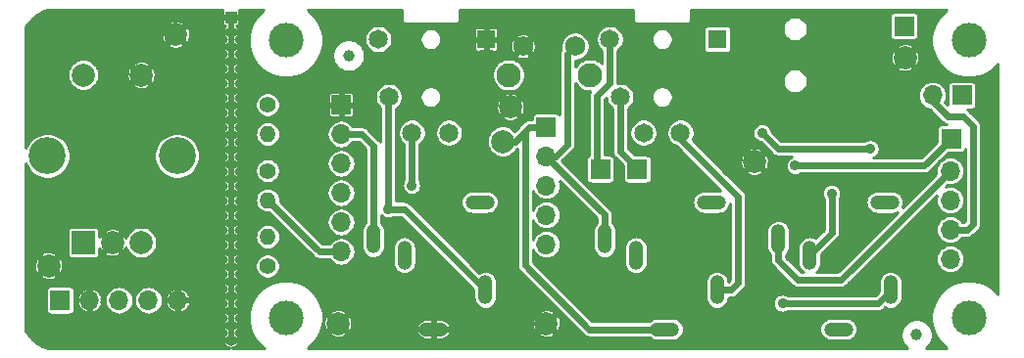
<source format=gbl>
G04 #@! TF.GenerationSoftware,KiCad,Pcbnew,(5.1.0-0)*
G04 #@! TF.CreationDate,2019-04-18T20:26:35-04:00*
G04 #@! TF.ProjectId,ubitx_panel,75626974-785f-4706-916e-656c2e6b6963,0.1*
G04 #@! TF.SameCoordinates,Original*
G04 #@! TF.FileFunction,Copper,L2,Bot*
G04 #@! TF.FilePolarity,Positive*
%FSLAX46Y46*%
G04 Gerber Fmt 4.6, Leading zero omitted, Abs format (unit mm)*
G04 Created by KiCad (PCBNEW (5.1.0-0)) date 2019-04-18 20:26:35*
%MOMM*%
%LPD*%
G04 APERTURE LIST*
%ADD10O,1.400000X1.400000*%
%ADD11C,1.400000*%
%ADD12R,1.700000X1.700000*%
%ADD13O,1.700000X1.700000*%
%ADD14C,1.000000*%
%ADD15C,3.000000*%
%ADD16R,1.650000X1.650000*%
%ADD17C,1.650000*%
%ADD18O,2.516000X1.258000*%
%ADD19O,1.258000X2.516000*%
%ADD20C,2.000000*%
%ADD21C,3.200000*%
%ADD22R,2.000000X2.000000*%
%ADD23R,1.000000X1.000000*%
%ADD24O,1.000000X1.000000*%
%ADD25C,1.998980*%
%ADD26C,2.100000*%
%ADD27C,1.750000*%
%ADD28C,0.889000*%
%ADD29C,0.600000*%
%ADD30C,0.254000*%
G04 APERTURE END LIST*
D10*
X110926880Y-90609420D03*
D11*
X110926880Y-88069420D03*
D10*
X110926880Y-96324420D03*
D11*
X110926880Y-93784420D03*
D10*
X110926880Y-99499420D03*
D11*
X110926880Y-102039420D03*
D12*
X135000000Y-90000000D03*
D13*
X135000000Y-92540000D03*
X135000000Y-95080000D03*
X135000000Y-97620000D03*
X135000000Y-100160000D03*
D14*
X117932200Y-83820000D03*
X167000000Y-108000000D03*
D15*
X112500000Y-106500000D03*
X112500000Y-82500000D03*
X171500000Y-82500000D03*
X171500000Y-106500000D03*
D16*
X149800000Y-82400000D03*
D17*
X141400000Y-87400000D03*
X146600000Y-90500000D03*
X140500000Y-82400000D03*
X143400000Y-90500000D03*
D12*
X170000000Y-91000000D03*
D13*
X169911880Y-93799420D03*
X169911880Y-96339420D03*
X169911880Y-98879420D03*
X169911880Y-101419420D03*
D18*
X145250000Y-107500000D03*
D19*
X140050000Y-99700000D03*
X142750000Y-101100000D03*
D18*
X149250000Y-96500000D03*
D19*
X149750000Y-104100000D03*
D18*
X160250000Y-107500000D03*
D19*
X155050000Y-99700000D03*
X157750000Y-101100000D03*
D18*
X164250000Y-96500000D03*
D19*
X164750000Y-104100000D03*
D12*
X93000000Y-105000000D03*
D13*
X95540000Y-105000000D03*
X98080000Y-105000000D03*
X100620000Y-105000000D03*
X103160000Y-105000000D03*
D20*
X100000000Y-85500000D03*
X95000000Y-85500000D03*
D21*
X103100000Y-92500000D03*
X91900000Y-92500000D03*
D20*
X100000000Y-100000000D03*
X97500000Y-100000000D03*
D22*
X95000000Y-100000000D03*
D16*
X129800000Y-82400000D03*
D17*
X121400000Y-87400000D03*
X126600000Y-90500000D03*
X120500000Y-82400000D03*
X123400000Y-90500000D03*
D18*
X125250000Y-107500000D03*
D19*
X120050000Y-99700000D03*
X122750000Y-101100000D03*
D18*
X129250000Y-96500000D03*
D19*
X129750000Y-104100000D03*
D23*
X107750000Y-80500000D03*
D24*
X107750000Y-81770000D03*
X107750000Y-83040000D03*
X107750000Y-84310000D03*
X107750000Y-85580000D03*
X107750000Y-86850000D03*
X107750000Y-88120000D03*
X107750000Y-89390000D03*
X107750000Y-90660000D03*
X107750000Y-91930000D03*
X107750000Y-93200000D03*
X107750000Y-94470000D03*
X107750000Y-95740000D03*
X107750000Y-97010000D03*
X107750000Y-98280000D03*
X107750000Y-99550000D03*
X107750000Y-100820000D03*
X107750000Y-102090000D03*
X107750000Y-103360000D03*
X107750000Y-104630000D03*
X107750000Y-105900000D03*
X107750000Y-107170000D03*
X107750000Y-108440000D03*
D25*
X135000000Y-107000000D03*
X131911880Y-88259420D03*
X166000000Y-84000000D03*
X153000000Y-93000000D03*
X103000000Y-82000000D03*
X117000000Y-107000000D03*
X92000000Y-102000000D03*
D12*
X117276880Y-88069420D03*
D13*
X117276880Y-90609420D03*
X117276880Y-93149420D03*
X117276880Y-95689420D03*
X117276880Y-98229420D03*
X117276880Y-100769420D03*
D12*
X170911880Y-87259420D03*
D13*
X168371880Y-87259420D03*
D12*
X142875000Y-93657420D03*
X139700000Y-93657420D03*
X165911880Y-81259420D03*
D25*
X131246880Y-91244420D03*
D26*
X138760000Y-85490000D03*
D27*
X137500000Y-83000000D03*
X133000000Y-83000000D03*
D26*
X131750000Y-85490000D03*
D28*
X159661880Y-95759420D03*
X153661880Y-90509420D03*
X162996880Y-91879420D03*
X123372880Y-95054420D03*
X155411880Y-105259420D03*
X156500000Y-93347540D03*
X121340880Y-97086420D03*
D29*
X169911880Y-93799420D02*
X160799290Y-102912010D01*
X155050000Y-101558000D02*
X155050000Y-99700000D01*
X156751420Y-103259420D02*
X155050000Y-101558000D01*
X160411880Y-103259420D02*
X156751420Y-103259420D01*
X160759290Y-102912010D02*
X160411880Y-103259420D01*
X160799290Y-102912010D02*
X160759290Y-102912010D01*
X157750000Y-101100000D02*
X159661880Y-99188120D01*
X159661880Y-99188120D02*
X159661880Y-95759420D01*
X168371880Y-87259420D02*
X168371880Y-87759420D01*
X171911880Y-89964678D02*
X171911880Y-98379420D01*
X171411880Y-98879420D02*
X169911880Y-98879420D01*
X171911880Y-98379420D02*
X171411880Y-98879420D01*
X171043201Y-89095999D02*
X169708459Y-89095999D01*
X171911880Y-89964678D02*
X171043201Y-89095999D01*
X168371880Y-87759420D02*
X169708459Y-89095999D01*
X153661880Y-90509420D02*
X155031880Y-91879420D01*
X155031880Y-91879420D02*
X162996880Y-91879420D01*
X141400000Y-87400000D02*
X141400000Y-91999540D01*
X142875000Y-93657420D02*
X142875000Y-93601540D01*
X141400000Y-92126540D02*
X141400000Y-91999540D01*
X142875000Y-93601540D02*
X141400000Y-92126540D01*
X117276880Y-90609420D02*
X119054880Y-90609420D01*
X120050000Y-91604540D02*
X120050000Y-99700000D01*
X119054880Y-90609420D02*
X120050000Y-91604540D01*
X123400000Y-90500000D02*
X123400000Y-95027300D01*
X123400000Y-95027300D02*
X123372880Y-95054420D01*
X136834880Y-91498420D02*
X136834880Y-83665120D01*
X135793300Y-92540000D02*
X136834880Y-91498420D01*
X136834880Y-83665120D02*
X137500000Y-83000000D01*
X135000000Y-92540000D02*
X135793300Y-92540000D01*
X135000000Y-92540000D02*
X140050000Y-97590000D01*
X140050000Y-97590000D02*
X140050000Y-99700000D01*
X146600000Y-90500000D02*
X146600000Y-91069420D01*
X146600000Y-91069420D02*
X151566880Y-96036300D01*
X150979000Y-104100000D02*
X151566880Y-103512120D01*
X150979000Y-104100000D02*
X149750000Y-104100000D01*
X151566880Y-103512120D02*
X151566880Y-96036300D01*
X139374880Y-93332300D02*
X139700000Y-93657420D01*
X139374880Y-87307420D02*
X139374880Y-93332300D01*
X140500000Y-86182300D02*
X139374880Y-87307420D01*
X140500000Y-82400000D02*
X140500000Y-86182300D01*
X164750000Y-104171300D02*
X163661880Y-105259420D01*
X163661880Y-105259420D02*
X161661880Y-105259420D01*
X164750000Y-104100000D02*
X164750000Y-104171300D01*
X155411880Y-105259420D02*
X161661880Y-105259420D01*
X156500000Y-93347540D02*
X167652460Y-93347540D01*
X167652460Y-93347540D02*
X170000000Y-91000000D01*
X121340880Y-97086420D02*
X122736420Y-97086420D01*
X122736420Y-97086420D02*
X129750000Y-104100000D01*
X121400000Y-87400000D02*
X121340880Y-87459120D01*
X121340880Y-87459120D02*
X121340880Y-97086420D01*
X131246880Y-91244420D02*
X132305580Y-91244420D01*
X132305580Y-91244420D02*
X133161880Y-90388120D01*
X145250000Y-107500000D02*
X138671300Y-107500000D01*
X138671300Y-107500000D02*
X133161880Y-101990580D01*
X133161880Y-101990580D02*
X133161880Y-90388120D01*
X133161880Y-90388120D02*
X133550000Y-90000000D01*
X133550000Y-90000000D02*
X135000000Y-90000000D01*
X115371880Y-100769420D02*
X110926880Y-96324420D01*
X117276880Y-100769420D02*
X115371880Y-100769420D01*
D30*
G36*
X107037779Y-79912095D02*
G01*
X107024708Y-79955187D01*
X107020294Y-80000000D01*
X107021400Y-80315850D01*
X107078550Y-80373000D01*
X107623000Y-80373000D01*
X107623000Y-80353000D01*
X107877000Y-80353000D01*
X107877000Y-80373000D01*
X108421450Y-80373000D01*
X108478600Y-80315850D01*
X108479706Y-80000000D01*
X108475292Y-79955187D01*
X108462221Y-79912095D01*
X108448497Y-79886420D01*
X110603052Y-79886420D01*
X110442907Y-79993425D01*
X109993425Y-80442907D01*
X109640270Y-80971442D01*
X109397012Y-81558719D01*
X109273000Y-82182168D01*
X109273000Y-82817832D01*
X109397012Y-83441281D01*
X109640270Y-84028558D01*
X109993425Y-84557093D01*
X110442907Y-85006575D01*
X110971442Y-85359730D01*
X111558719Y-85602988D01*
X112182168Y-85727000D01*
X112817832Y-85727000D01*
X113441281Y-85602988D01*
X114028558Y-85359730D01*
X114044528Y-85349059D01*
X130319000Y-85349059D01*
X130319000Y-85630941D01*
X130373993Y-85907407D01*
X130481864Y-86167833D01*
X130638470Y-86402209D01*
X130837791Y-86601530D01*
X131072167Y-86758136D01*
X131332593Y-86866007D01*
X131609059Y-86921000D01*
X131890941Y-86921000D01*
X132167407Y-86866007D01*
X132427833Y-86758136D01*
X132662209Y-86601530D01*
X132861530Y-86402209D01*
X133018136Y-86167833D01*
X133126007Y-85907407D01*
X133181000Y-85630941D01*
X133181000Y-85349059D01*
X133126007Y-85072593D01*
X133018136Y-84812167D01*
X132861530Y-84577791D01*
X132662209Y-84378470D01*
X132427833Y-84221864D01*
X132167407Y-84113993D01*
X131890941Y-84059000D01*
X131609059Y-84059000D01*
X131332593Y-84113993D01*
X131072167Y-84221864D01*
X130837791Y-84378470D01*
X130638470Y-84577791D01*
X130481864Y-84812167D01*
X130373993Y-85072593D01*
X130319000Y-85349059D01*
X114044528Y-85349059D01*
X114557093Y-85006575D01*
X115006575Y-84557093D01*
X115359730Y-84028558D01*
X115503109Y-83682408D01*
X116535200Y-83682408D01*
X116535200Y-83957592D01*
X116588886Y-84227490D01*
X116694195Y-84481727D01*
X116847080Y-84710535D01*
X117041665Y-84905120D01*
X117270473Y-85058005D01*
X117524710Y-85163314D01*
X117794608Y-85217000D01*
X118069792Y-85217000D01*
X118339690Y-85163314D01*
X118593927Y-85058005D01*
X118822735Y-84905120D01*
X119017320Y-84710535D01*
X119170205Y-84481727D01*
X119275514Y-84227490D01*
X119329200Y-83957592D01*
X119329200Y-83828089D01*
X132351517Y-83828089D01*
X132455215Y-83965898D01*
X132654121Y-84053621D01*
X132866319Y-84100854D01*
X133083654Y-84105781D01*
X133297773Y-84068213D01*
X133500449Y-83989595D01*
X133544785Y-83965898D01*
X133648483Y-83828089D01*
X133000000Y-83179605D01*
X132351517Y-83828089D01*
X119329200Y-83828089D01*
X119329200Y-83682408D01*
X119275514Y-83412510D01*
X119170205Y-83158273D01*
X119017320Y-82929465D01*
X118822735Y-82734880D01*
X118593927Y-82581995D01*
X118339690Y-82476686D01*
X118069792Y-82423000D01*
X117794608Y-82423000D01*
X117524710Y-82476686D01*
X117270473Y-82581995D01*
X117041665Y-82734880D01*
X116847080Y-82929465D01*
X116694195Y-83158273D01*
X116588886Y-83412510D01*
X116535200Y-83682408D01*
X115503109Y-83682408D01*
X115602988Y-83441281D01*
X115727000Y-82817832D01*
X115727000Y-82281219D01*
X119294000Y-82281219D01*
X119294000Y-82518781D01*
X119340346Y-82751777D01*
X119431257Y-82971255D01*
X119563239Y-83168780D01*
X119731220Y-83336761D01*
X119928745Y-83468743D01*
X120148223Y-83559654D01*
X120381219Y-83606000D01*
X120618781Y-83606000D01*
X120851777Y-83559654D01*
X121071255Y-83468743D01*
X121268780Y-83336761D01*
X121436761Y-83168780D01*
X121568743Y-82971255D01*
X121659654Y-82751777D01*
X121706000Y-82518781D01*
X121706000Y-82308304D01*
X124069000Y-82308304D01*
X124069000Y-82491696D01*
X124104778Y-82671563D01*
X124174958Y-82840994D01*
X124276845Y-82993478D01*
X124406522Y-83123155D01*
X124559006Y-83225042D01*
X124728437Y-83295222D01*
X124908304Y-83331000D01*
X125091696Y-83331000D01*
X125271563Y-83295222D01*
X125440994Y-83225042D01*
X125441056Y-83225000D01*
X128745294Y-83225000D01*
X128749708Y-83269813D01*
X128762779Y-83312905D01*
X128784006Y-83352618D01*
X128812573Y-83387427D01*
X128847382Y-83415994D01*
X128887095Y-83437221D01*
X128930187Y-83450292D01*
X128975000Y-83454706D01*
X129615850Y-83453600D01*
X129673000Y-83396450D01*
X129673000Y-82527000D01*
X129927000Y-82527000D01*
X129927000Y-83396450D01*
X129984150Y-83453600D01*
X130625000Y-83454706D01*
X130669813Y-83450292D01*
X130712905Y-83437221D01*
X130752618Y-83415994D01*
X130787427Y-83387427D01*
X130815994Y-83352618D01*
X130837221Y-83312905D01*
X130850292Y-83269813D01*
X130854706Y-83225000D01*
X130854463Y-83083654D01*
X131894219Y-83083654D01*
X131931787Y-83297773D01*
X132010405Y-83500449D01*
X132034102Y-83544785D01*
X132171911Y-83648483D01*
X132820395Y-83000000D01*
X133179605Y-83000000D01*
X133828089Y-83648483D01*
X133965898Y-83544785D01*
X134053621Y-83345879D01*
X134100854Y-83133681D01*
X134105781Y-82916346D01*
X134068213Y-82702227D01*
X133989595Y-82499551D01*
X133965898Y-82455215D01*
X133828089Y-82351517D01*
X133179605Y-83000000D01*
X132820395Y-83000000D01*
X132171911Y-82351517D01*
X132034102Y-82455215D01*
X131946379Y-82654121D01*
X131899146Y-82866319D01*
X131894219Y-83083654D01*
X130854463Y-83083654D01*
X130853600Y-82584150D01*
X130796450Y-82527000D01*
X129927000Y-82527000D01*
X129673000Y-82527000D01*
X128803550Y-82527000D01*
X128746400Y-82584150D01*
X128745294Y-83225000D01*
X125441056Y-83225000D01*
X125593478Y-83123155D01*
X125723155Y-82993478D01*
X125825042Y-82840994D01*
X125895222Y-82671563D01*
X125931000Y-82491696D01*
X125931000Y-82308304D01*
X125895222Y-82128437D01*
X125825042Y-81959006D01*
X125723155Y-81806522D01*
X125593478Y-81676845D01*
X125441057Y-81575000D01*
X128745294Y-81575000D01*
X128746400Y-82215850D01*
X128803550Y-82273000D01*
X129673000Y-82273000D01*
X129673000Y-81403550D01*
X129927000Y-81403550D01*
X129927000Y-82273000D01*
X130796450Y-82273000D01*
X130853600Y-82215850D01*
X130853675Y-82171911D01*
X132351517Y-82171911D01*
X133000000Y-82820395D01*
X133648483Y-82171911D01*
X133544785Y-82034102D01*
X133345879Y-81946379D01*
X133133681Y-81899146D01*
X132916346Y-81894219D01*
X132702227Y-81931787D01*
X132499551Y-82010405D01*
X132455215Y-82034102D01*
X132351517Y-82171911D01*
X130853675Y-82171911D01*
X130854706Y-81575000D01*
X130850292Y-81530187D01*
X130837221Y-81487095D01*
X130815994Y-81447382D01*
X130787427Y-81412573D01*
X130752618Y-81384006D01*
X130712905Y-81362779D01*
X130669813Y-81349708D01*
X130625000Y-81345294D01*
X129984150Y-81346400D01*
X129927000Y-81403550D01*
X129673000Y-81403550D01*
X129615850Y-81346400D01*
X128975000Y-81345294D01*
X128930187Y-81349708D01*
X128887095Y-81362779D01*
X128847382Y-81384006D01*
X128812573Y-81412573D01*
X128784006Y-81447382D01*
X128762779Y-81487095D01*
X128749708Y-81530187D01*
X128745294Y-81575000D01*
X125441057Y-81575000D01*
X125440994Y-81574958D01*
X125271563Y-81504778D01*
X125091696Y-81469000D01*
X124908304Y-81469000D01*
X124728437Y-81504778D01*
X124559006Y-81574958D01*
X124406522Y-81676845D01*
X124276845Y-81806522D01*
X124174958Y-81959006D01*
X124104778Y-82128437D01*
X124069000Y-82308304D01*
X121706000Y-82308304D01*
X121706000Y-82281219D01*
X121659654Y-82048223D01*
X121568743Y-81828745D01*
X121436761Y-81631220D01*
X121268780Y-81463239D01*
X121071255Y-81331257D01*
X120851777Y-81240346D01*
X120618781Y-81194000D01*
X120381219Y-81194000D01*
X120148223Y-81240346D01*
X119928745Y-81331257D01*
X119731220Y-81463239D01*
X119563239Y-81631220D01*
X119431257Y-81828745D01*
X119340346Y-82048223D01*
X119294000Y-82281219D01*
X115727000Y-82281219D01*
X115727000Y-82182168D01*
X115602988Y-81558719D01*
X115359730Y-80971442D01*
X115006575Y-80442907D01*
X114557093Y-79993425D01*
X114396948Y-79886420D01*
X122521351Y-79886420D01*
X122521350Y-80788771D01*
X122520244Y-80800000D01*
X122524659Y-80844823D01*
X122537733Y-80887924D01*
X122558965Y-80927646D01*
X122587538Y-80962462D01*
X122622354Y-80991035D01*
X122662076Y-81012267D01*
X122705177Y-81025341D01*
X122750000Y-81029756D01*
X122761228Y-81028650D01*
X127238772Y-81028650D01*
X127250000Y-81029756D01*
X127294823Y-81025341D01*
X127337924Y-81012267D01*
X127377646Y-80991035D01*
X127412462Y-80962462D01*
X127441035Y-80927646D01*
X127462267Y-80887924D01*
X127475341Y-80844823D01*
X127478650Y-80811229D01*
X127478650Y-80811228D01*
X127479756Y-80800000D01*
X127478650Y-80788771D01*
X127478650Y-79886420D01*
X142521351Y-79886420D01*
X142521350Y-80788771D01*
X142520244Y-80800000D01*
X142524659Y-80844823D01*
X142537733Y-80887924D01*
X142558965Y-80927646D01*
X142587538Y-80962462D01*
X142622354Y-80991035D01*
X142662076Y-81012267D01*
X142705177Y-81025341D01*
X142750000Y-81029756D01*
X142761228Y-81028650D01*
X147238772Y-81028650D01*
X147250000Y-81029756D01*
X147294823Y-81025341D01*
X147337924Y-81012267D01*
X147377646Y-80991035D01*
X147412462Y-80962462D01*
X147441035Y-80927646D01*
X147462267Y-80887924D01*
X147475341Y-80844823D01*
X147478650Y-80811229D01*
X147478650Y-80811228D01*
X147479756Y-80800000D01*
X147478650Y-80788771D01*
X147478650Y-80409420D01*
X164679037Y-80409420D01*
X164679037Y-82109420D01*
X164686393Y-82184109D01*
X164708179Y-82255928D01*
X164743558Y-82322116D01*
X164791169Y-82380131D01*
X164849184Y-82427742D01*
X164915372Y-82463121D01*
X164987191Y-82484907D01*
X165061880Y-82492263D01*
X166761880Y-82492263D01*
X166836569Y-82484907D01*
X166908388Y-82463121D01*
X166974576Y-82427742D01*
X167032591Y-82380131D01*
X167080202Y-82322116D01*
X167115581Y-82255928D01*
X167137367Y-82184109D01*
X167144723Y-82109420D01*
X167144723Y-80409420D01*
X167137367Y-80334731D01*
X167115581Y-80262912D01*
X167080202Y-80196724D01*
X167032591Y-80138709D01*
X166974576Y-80091098D01*
X166908388Y-80055719D01*
X166836569Y-80033933D01*
X166761880Y-80026577D01*
X165061880Y-80026577D01*
X164987191Y-80033933D01*
X164915372Y-80055719D01*
X164849184Y-80091098D01*
X164791169Y-80138709D01*
X164743558Y-80196724D01*
X164708179Y-80262912D01*
X164686393Y-80334731D01*
X164679037Y-80409420D01*
X147478650Y-80409420D01*
X147478650Y-79886420D01*
X169603052Y-79886420D01*
X169442907Y-79993425D01*
X168993425Y-80442907D01*
X168640270Y-80971442D01*
X168397012Y-81558719D01*
X168273000Y-82182168D01*
X168273000Y-82817832D01*
X168397012Y-83441281D01*
X168640270Y-84028558D01*
X168993425Y-84557093D01*
X169442907Y-85006575D01*
X169971442Y-85359730D01*
X170558719Y-85602988D01*
X171182168Y-85727000D01*
X171817832Y-85727000D01*
X172441281Y-85602988D01*
X173028558Y-85359730D01*
X173557093Y-85006575D01*
X174006575Y-84557093D01*
X174034880Y-84514731D01*
X174034880Y-104485268D01*
X174006575Y-104442907D01*
X173557093Y-103993425D01*
X173028558Y-103640270D01*
X172441281Y-103397012D01*
X171817832Y-103273000D01*
X171182168Y-103273000D01*
X170558719Y-103397012D01*
X169971442Y-103640270D01*
X169442907Y-103993425D01*
X168993425Y-104442907D01*
X168640270Y-104971442D01*
X168397012Y-105558719D01*
X168273000Y-106182168D01*
X168273000Y-106817832D01*
X168397012Y-107441281D01*
X168640270Y-108028558D01*
X168993425Y-108557093D01*
X169442907Y-109006575D01*
X169631248Y-109132420D01*
X167819746Y-109132420D01*
X167890535Y-109085120D01*
X168085120Y-108890535D01*
X168238005Y-108661727D01*
X168343314Y-108407490D01*
X168397000Y-108137592D01*
X168397000Y-107862408D01*
X168343314Y-107592510D01*
X168238005Y-107338273D01*
X168085120Y-107109465D01*
X167890535Y-106914880D01*
X167661727Y-106761995D01*
X167407490Y-106656686D01*
X167137592Y-106603000D01*
X166862408Y-106603000D01*
X166592510Y-106656686D01*
X166338273Y-106761995D01*
X166109465Y-106914880D01*
X165914880Y-107109465D01*
X165761995Y-107338273D01*
X165656686Y-107592510D01*
X165603000Y-107862408D01*
X165603000Y-108137592D01*
X165656686Y-108407490D01*
X165761995Y-108661727D01*
X165914880Y-108890535D01*
X166109465Y-109085120D01*
X166180254Y-109132420D01*
X114368752Y-109132420D01*
X114557093Y-109006575D01*
X115006575Y-108557093D01*
X115359730Y-108028558D01*
X115405887Y-107917125D01*
X116262481Y-107917125D01*
X116381250Y-108067702D01*
X116601438Y-108167899D01*
X116836942Y-108223213D01*
X117078712Y-108231521D01*
X117317458Y-108192502D01*
X117544004Y-108107656D01*
X117618750Y-108067702D01*
X117737519Y-107917125D01*
X117000000Y-107179605D01*
X116262481Y-107917125D01*
X115405887Y-107917125D01*
X115602988Y-107441281D01*
X115675107Y-107078712D01*
X115768479Y-107078712D01*
X115807498Y-107317458D01*
X115892344Y-107544004D01*
X115932298Y-107618750D01*
X116082875Y-107737519D01*
X116820395Y-107000000D01*
X117179605Y-107000000D01*
X117917125Y-107737519D01*
X118067702Y-107618750D01*
X118167899Y-107398562D01*
X118204698Y-107241885D01*
X123803165Y-107241885D01*
X123830689Y-107373000D01*
X124096401Y-107373000D01*
X124096400Y-107627000D01*
X123830689Y-107627000D01*
X123803165Y-107758115D01*
X123837374Y-107870860D01*
X123924782Y-108016612D01*
X124038946Y-108142511D01*
X124175478Y-108243718D01*
X124329131Y-108316345D01*
X124494000Y-108357600D01*
X125123000Y-108357600D01*
X125123000Y-108153600D01*
X125377000Y-108153600D01*
X125377000Y-108357600D01*
X126006000Y-108357600D01*
X126170869Y-108316345D01*
X126324522Y-108243718D01*
X126461054Y-108142511D01*
X126575218Y-108016612D01*
X126634880Y-107917125D01*
X134262481Y-107917125D01*
X134381250Y-108067702D01*
X134601438Y-108167899D01*
X134836942Y-108223213D01*
X135078712Y-108231521D01*
X135317458Y-108192502D01*
X135544004Y-108107656D01*
X135618750Y-108067702D01*
X135737519Y-107917125D01*
X135000000Y-107179605D01*
X134262481Y-107917125D01*
X126634880Y-107917125D01*
X126662626Y-107870860D01*
X126696835Y-107758115D01*
X126669311Y-107627000D01*
X126403600Y-107627000D01*
X126403600Y-107373000D01*
X126669311Y-107373000D01*
X126696835Y-107241885D01*
X126662626Y-107129140D01*
X126632385Y-107078712D01*
X133768479Y-107078712D01*
X133807498Y-107317458D01*
X133892344Y-107544004D01*
X133932298Y-107618750D01*
X134082875Y-107737519D01*
X134820395Y-107000000D01*
X135179605Y-107000000D01*
X135917125Y-107737519D01*
X136067702Y-107618750D01*
X136167899Y-107398562D01*
X136223213Y-107163058D01*
X136231521Y-106921288D01*
X136192502Y-106682542D01*
X136107656Y-106455996D01*
X136067702Y-106381250D01*
X135917125Y-106262481D01*
X135179605Y-107000000D01*
X134820395Y-107000000D01*
X134082875Y-106262481D01*
X133932298Y-106381250D01*
X133832101Y-106601438D01*
X133776787Y-106836942D01*
X133768479Y-107078712D01*
X126632385Y-107078712D01*
X126575218Y-106983388D01*
X126461054Y-106857489D01*
X126324522Y-106756282D01*
X126170869Y-106683655D01*
X126006000Y-106642400D01*
X125377000Y-106642400D01*
X125377000Y-106846400D01*
X125123000Y-106846400D01*
X125123000Y-106642400D01*
X124494000Y-106642400D01*
X124329131Y-106683655D01*
X124175478Y-106756282D01*
X124038946Y-106857489D01*
X123924782Y-106983388D01*
X123837374Y-107129140D01*
X123803165Y-107241885D01*
X118204698Y-107241885D01*
X118223213Y-107163058D01*
X118231521Y-106921288D01*
X118192502Y-106682542D01*
X118107656Y-106455996D01*
X118067702Y-106381250D01*
X117917125Y-106262481D01*
X117179605Y-107000000D01*
X116820395Y-107000000D01*
X116082875Y-106262481D01*
X115932298Y-106381250D01*
X115832101Y-106601438D01*
X115776787Y-106836942D01*
X115768479Y-107078712D01*
X115675107Y-107078712D01*
X115727000Y-106817832D01*
X115727000Y-106182168D01*
X115707250Y-106082875D01*
X116262481Y-106082875D01*
X117000000Y-106820395D01*
X117737519Y-106082875D01*
X134262481Y-106082875D01*
X135000000Y-106820395D01*
X135737519Y-106082875D01*
X135618750Y-105932298D01*
X135398562Y-105832101D01*
X135163058Y-105776787D01*
X134921288Y-105768479D01*
X134682542Y-105807498D01*
X134455996Y-105892344D01*
X134381250Y-105932298D01*
X134262481Y-106082875D01*
X117737519Y-106082875D01*
X117618750Y-105932298D01*
X117398562Y-105832101D01*
X117163058Y-105776787D01*
X116921288Y-105768479D01*
X116682542Y-105807498D01*
X116455996Y-105892344D01*
X116381250Y-105932298D01*
X116262481Y-106082875D01*
X115707250Y-106082875D01*
X115602988Y-105558719D01*
X115359730Y-104971442D01*
X115006575Y-104442907D01*
X114557093Y-103993425D01*
X114028558Y-103640270D01*
X113441281Y-103397012D01*
X112817832Y-103273000D01*
X112182168Y-103273000D01*
X111558719Y-103397012D01*
X110971442Y-103640270D01*
X110442907Y-103993425D01*
X109993425Y-104442907D01*
X109640270Y-104971442D01*
X109397012Y-105558719D01*
X109273000Y-106182168D01*
X109273000Y-106817832D01*
X109397012Y-107441281D01*
X109640270Y-108028558D01*
X109993425Y-108557093D01*
X110442907Y-109006575D01*
X110631248Y-109132420D01*
X107877002Y-109132420D01*
X107877002Y-109100307D01*
X107987671Y-109128756D01*
X108117474Y-109069154D01*
X108233155Y-108985374D01*
X108330269Y-108880636D01*
X108405083Y-108758964D01*
X108438746Y-108677670D01*
X108409330Y-108567000D01*
X107877000Y-108567000D01*
X107877000Y-108587000D01*
X107623000Y-108587000D01*
X107623000Y-108567000D01*
X107090670Y-108567000D01*
X107061254Y-108677670D01*
X107094917Y-108758964D01*
X107169731Y-108880636D01*
X107266845Y-108985374D01*
X107382526Y-109069154D01*
X107512329Y-109128756D01*
X107622998Y-109100307D01*
X107622998Y-109132420D01*
X91939456Y-109132420D01*
X91473039Y-108991601D01*
X91008640Y-108744676D01*
X90601051Y-108412255D01*
X90265788Y-108006991D01*
X90038880Y-107587333D01*
X90038880Y-107407670D01*
X107061254Y-107407670D01*
X107094917Y-107488964D01*
X107169731Y-107610636D01*
X107266845Y-107715374D01*
X107382526Y-107799154D01*
X107395258Y-107805000D01*
X107382526Y-107810846D01*
X107266845Y-107894626D01*
X107169731Y-107999364D01*
X107094917Y-108121036D01*
X107061254Y-108202330D01*
X107090670Y-108313000D01*
X107623000Y-108313000D01*
X107623000Y-107297000D01*
X107877000Y-107297000D01*
X107877000Y-108313000D01*
X108409330Y-108313000D01*
X108438746Y-108202330D01*
X108405083Y-108121036D01*
X108330269Y-107999364D01*
X108233155Y-107894626D01*
X108117474Y-107810846D01*
X108104742Y-107805000D01*
X108117474Y-107799154D01*
X108233155Y-107715374D01*
X108330269Y-107610636D01*
X108405083Y-107488964D01*
X108438746Y-107407670D01*
X108409330Y-107297000D01*
X107877000Y-107297000D01*
X107623000Y-107297000D01*
X107090670Y-107297000D01*
X107061254Y-107407670D01*
X90038880Y-107407670D01*
X90038880Y-104150000D01*
X91767157Y-104150000D01*
X91767157Y-105850000D01*
X91774513Y-105924689D01*
X91796299Y-105996508D01*
X91831678Y-106062696D01*
X91879289Y-106120711D01*
X91937304Y-106168322D01*
X92003492Y-106203701D01*
X92075311Y-106225487D01*
X92150000Y-106232843D01*
X93850000Y-106232843D01*
X93924689Y-106225487D01*
X93996508Y-106203701D01*
X94062696Y-106168322D01*
X94120711Y-106120711D01*
X94168322Y-106062696D01*
X94203701Y-105996508D01*
X94225487Y-105924689D01*
X94232843Y-105850000D01*
X94232843Y-104872998D01*
X94461400Y-104872998D01*
X94461400Y-105127002D01*
X94526046Y-105127002D01*
X94501950Y-105292994D01*
X94579056Y-105489878D01*
X94693091Y-105667936D01*
X94839672Y-105820326D01*
X95013166Y-105941191D01*
X95206906Y-106025886D01*
X95247007Y-106038043D01*
X95413000Y-106013524D01*
X95413000Y-105127000D01*
X95393000Y-105127000D01*
X95393000Y-104873000D01*
X95413000Y-104873000D01*
X95413000Y-103986476D01*
X95667000Y-103986476D01*
X95667000Y-104873000D01*
X95687000Y-104873000D01*
X95687000Y-105127000D01*
X95667000Y-105127000D01*
X95667000Y-106013524D01*
X95832993Y-106038043D01*
X95873094Y-106025886D01*
X96066834Y-105941191D01*
X96240328Y-105820326D01*
X96386909Y-105667936D01*
X96500944Y-105489878D01*
X96578050Y-105292994D01*
X96553954Y-105127002D01*
X96618600Y-105127002D01*
X96618600Y-105000000D01*
X96843044Y-105000000D01*
X96866812Y-105241318D01*
X96937202Y-105473363D01*
X97051509Y-105687216D01*
X97205340Y-105874660D01*
X97392784Y-106028491D01*
X97606637Y-106142798D01*
X97838682Y-106213188D01*
X98019528Y-106231000D01*
X98140472Y-106231000D01*
X98321318Y-106213188D01*
X98553363Y-106142798D01*
X98767216Y-106028491D01*
X98954660Y-105874660D01*
X99108491Y-105687216D01*
X99222798Y-105473363D01*
X99293188Y-105241318D01*
X99316956Y-105000000D01*
X99383044Y-105000000D01*
X99406812Y-105241318D01*
X99477202Y-105473363D01*
X99591509Y-105687216D01*
X99745340Y-105874660D01*
X99932784Y-106028491D01*
X100146637Y-106142798D01*
X100378682Y-106213188D01*
X100559528Y-106231000D01*
X100680472Y-106231000D01*
X100861318Y-106213188D01*
X101093363Y-106142798D01*
X101102956Y-106137670D01*
X107061254Y-106137670D01*
X107094917Y-106218964D01*
X107169731Y-106340636D01*
X107266845Y-106445374D01*
X107382526Y-106529154D01*
X107395258Y-106535000D01*
X107382526Y-106540846D01*
X107266845Y-106624626D01*
X107169731Y-106729364D01*
X107094917Y-106851036D01*
X107061254Y-106932330D01*
X107090670Y-107043000D01*
X107623000Y-107043000D01*
X107623000Y-106027000D01*
X107877000Y-106027000D01*
X107877000Y-107043000D01*
X108409330Y-107043000D01*
X108438746Y-106932330D01*
X108405083Y-106851036D01*
X108330269Y-106729364D01*
X108233155Y-106624626D01*
X108117474Y-106540846D01*
X108104742Y-106535000D01*
X108117474Y-106529154D01*
X108233155Y-106445374D01*
X108330269Y-106340636D01*
X108405083Y-106218964D01*
X108438746Y-106137670D01*
X108409330Y-106027000D01*
X107877000Y-106027000D01*
X107623000Y-106027000D01*
X107090670Y-106027000D01*
X107061254Y-106137670D01*
X101102956Y-106137670D01*
X101307216Y-106028491D01*
X101494660Y-105874660D01*
X101648491Y-105687216D01*
X101762798Y-105473363D01*
X101817512Y-105292994D01*
X102121950Y-105292994D01*
X102199056Y-105489878D01*
X102313091Y-105667936D01*
X102459672Y-105820326D01*
X102633166Y-105941191D01*
X102826906Y-106025886D01*
X102867007Y-106038043D01*
X103033000Y-106013524D01*
X103033000Y-105127000D01*
X103287000Y-105127000D01*
X103287000Y-106013524D01*
X103452993Y-106038043D01*
X103493094Y-106025886D01*
X103686834Y-105941191D01*
X103860328Y-105820326D01*
X104006909Y-105667936D01*
X104120944Y-105489878D01*
X104198050Y-105292994D01*
X104173954Y-105127000D01*
X103287000Y-105127000D01*
X103033000Y-105127000D01*
X102146046Y-105127000D01*
X102121950Y-105292994D01*
X101817512Y-105292994D01*
X101833188Y-105241318D01*
X101856956Y-105000000D01*
X101833188Y-104758682D01*
X101817513Y-104707006D01*
X102121950Y-104707006D01*
X102146046Y-104873000D01*
X103033000Y-104873000D01*
X103033000Y-103986476D01*
X103287000Y-103986476D01*
X103287000Y-104873000D01*
X104173954Y-104873000D01*
X104174727Y-104867670D01*
X107061254Y-104867670D01*
X107094917Y-104948964D01*
X107169731Y-105070636D01*
X107266845Y-105175374D01*
X107382526Y-105259154D01*
X107395258Y-105265000D01*
X107382526Y-105270846D01*
X107266845Y-105354626D01*
X107169731Y-105459364D01*
X107094917Y-105581036D01*
X107061254Y-105662330D01*
X107090670Y-105773000D01*
X107623000Y-105773000D01*
X107623000Y-104757000D01*
X107877000Y-104757000D01*
X107877000Y-105773000D01*
X108409330Y-105773000D01*
X108438746Y-105662330D01*
X108405083Y-105581036D01*
X108330269Y-105459364D01*
X108233155Y-105354626D01*
X108117474Y-105270846D01*
X108104742Y-105265000D01*
X108117474Y-105259154D01*
X108233155Y-105175374D01*
X108330269Y-105070636D01*
X108405083Y-104948964D01*
X108438746Y-104867670D01*
X108409330Y-104757000D01*
X107877000Y-104757000D01*
X107623000Y-104757000D01*
X107090670Y-104757000D01*
X107061254Y-104867670D01*
X104174727Y-104867670D01*
X104198050Y-104707006D01*
X104120944Y-104510122D01*
X104006909Y-104332064D01*
X103860328Y-104179674D01*
X103686834Y-104058809D01*
X103493094Y-103974114D01*
X103452993Y-103961957D01*
X103287000Y-103986476D01*
X103033000Y-103986476D01*
X102867007Y-103961957D01*
X102826906Y-103974114D01*
X102633166Y-104058809D01*
X102459672Y-104179674D01*
X102313091Y-104332064D01*
X102199056Y-104510122D01*
X102121950Y-104707006D01*
X101817513Y-104707006D01*
X101762798Y-104526637D01*
X101648491Y-104312784D01*
X101494660Y-104125340D01*
X101307216Y-103971509D01*
X101093363Y-103857202D01*
X100861318Y-103786812D01*
X100680472Y-103769000D01*
X100559528Y-103769000D01*
X100378682Y-103786812D01*
X100146637Y-103857202D01*
X99932784Y-103971509D01*
X99745340Y-104125340D01*
X99591509Y-104312784D01*
X99477202Y-104526637D01*
X99406812Y-104758682D01*
X99383044Y-105000000D01*
X99316956Y-105000000D01*
X99293188Y-104758682D01*
X99222798Y-104526637D01*
X99108491Y-104312784D01*
X98954660Y-104125340D01*
X98767216Y-103971509D01*
X98553363Y-103857202D01*
X98321318Y-103786812D01*
X98140472Y-103769000D01*
X98019528Y-103769000D01*
X97838682Y-103786812D01*
X97606637Y-103857202D01*
X97392784Y-103971509D01*
X97205340Y-104125340D01*
X97051509Y-104312784D01*
X96937202Y-104526637D01*
X96866812Y-104758682D01*
X96843044Y-105000000D01*
X96618600Y-105000000D01*
X96618600Y-104872998D01*
X96553954Y-104872998D01*
X96578050Y-104707006D01*
X96500944Y-104510122D01*
X96386909Y-104332064D01*
X96240328Y-104179674D01*
X96066834Y-104058809D01*
X95873094Y-103974114D01*
X95832993Y-103961957D01*
X95667000Y-103986476D01*
X95413000Y-103986476D01*
X95247007Y-103961957D01*
X95206906Y-103974114D01*
X95013166Y-104058809D01*
X94839672Y-104179674D01*
X94693091Y-104332064D01*
X94579056Y-104510122D01*
X94501950Y-104707006D01*
X94526046Y-104872998D01*
X94461400Y-104872998D01*
X94232843Y-104872998D01*
X94232843Y-104150000D01*
X94225487Y-104075311D01*
X94203701Y-104003492D01*
X94168322Y-103937304D01*
X94120711Y-103879289D01*
X94062696Y-103831678D01*
X93996508Y-103796299D01*
X93924689Y-103774513D01*
X93850000Y-103767157D01*
X92150000Y-103767157D01*
X92075311Y-103774513D01*
X92003492Y-103796299D01*
X91937304Y-103831678D01*
X91879289Y-103879289D01*
X91831678Y-103937304D01*
X91796299Y-104003492D01*
X91774513Y-104075311D01*
X91767157Y-104150000D01*
X90038880Y-104150000D01*
X90038880Y-103597670D01*
X107061254Y-103597670D01*
X107094917Y-103678964D01*
X107169731Y-103800636D01*
X107266845Y-103905374D01*
X107382526Y-103989154D01*
X107395258Y-103995000D01*
X107382526Y-104000846D01*
X107266845Y-104084626D01*
X107169731Y-104189364D01*
X107094917Y-104311036D01*
X107061254Y-104392330D01*
X107090670Y-104503000D01*
X107623000Y-104503000D01*
X107623000Y-103487000D01*
X107877000Y-103487000D01*
X107877000Y-104503000D01*
X108409330Y-104503000D01*
X108438746Y-104392330D01*
X108405083Y-104311036D01*
X108330269Y-104189364D01*
X108233155Y-104084626D01*
X108117474Y-104000846D01*
X108104742Y-103995000D01*
X108117474Y-103989154D01*
X108233155Y-103905374D01*
X108330269Y-103800636D01*
X108405083Y-103678964D01*
X108438746Y-103597670D01*
X108409330Y-103487000D01*
X107877000Y-103487000D01*
X107623000Y-103487000D01*
X107090670Y-103487000D01*
X107061254Y-103597670D01*
X90038880Y-103597670D01*
X90038880Y-102917125D01*
X91262481Y-102917125D01*
X91381250Y-103067702D01*
X91601438Y-103167899D01*
X91836942Y-103223213D01*
X92078712Y-103231521D01*
X92317458Y-103192502D01*
X92544004Y-103107656D01*
X92618750Y-103067702D01*
X92737519Y-102917125D01*
X92000000Y-102179605D01*
X91262481Y-102917125D01*
X90038880Y-102917125D01*
X90038880Y-102078712D01*
X90768479Y-102078712D01*
X90807498Y-102317458D01*
X90892344Y-102544004D01*
X90932298Y-102618750D01*
X91082875Y-102737519D01*
X91820395Y-102000000D01*
X92179605Y-102000000D01*
X92917125Y-102737519D01*
X93067702Y-102618750D01*
X93167899Y-102398562D01*
X93184549Y-102327670D01*
X107061254Y-102327670D01*
X107094917Y-102408964D01*
X107169731Y-102530636D01*
X107266845Y-102635374D01*
X107382526Y-102719154D01*
X107395258Y-102725000D01*
X107382526Y-102730846D01*
X107266845Y-102814626D01*
X107169731Y-102919364D01*
X107094917Y-103041036D01*
X107061254Y-103122330D01*
X107090670Y-103233000D01*
X107623000Y-103233000D01*
X107623000Y-102217000D01*
X107877000Y-102217000D01*
X107877000Y-103233000D01*
X108409330Y-103233000D01*
X108438746Y-103122330D01*
X108405083Y-103041036D01*
X108330269Y-102919364D01*
X108233155Y-102814626D01*
X108117474Y-102730846D01*
X108104742Y-102725000D01*
X108117474Y-102719154D01*
X108233155Y-102635374D01*
X108330269Y-102530636D01*
X108405083Y-102408964D01*
X108438746Y-102327670D01*
X108409330Y-102217000D01*
X107877000Y-102217000D01*
X107623000Y-102217000D01*
X107090670Y-102217000D01*
X107061254Y-102327670D01*
X93184549Y-102327670D01*
X93223213Y-102163058D01*
X93231521Y-101921288D01*
X93192502Y-101682542D01*
X93107656Y-101455996D01*
X93067702Y-101381250D01*
X92917125Y-101262481D01*
X92179605Y-102000000D01*
X91820395Y-102000000D01*
X91082875Y-101262481D01*
X90932298Y-101381250D01*
X90832101Y-101601438D01*
X90776787Y-101836942D01*
X90768479Y-102078712D01*
X90038880Y-102078712D01*
X90038880Y-101082875D01*
X91262481Y-101082875D01*
X92000000Y-101820395D01*
X92737519Y-101082875D01*
X92618750Y-100932298D01*
X92398562Y-100832101D01*
X92163058Y-100776787D01*
X91921288Y-100768479D01*
X91682542Y-100807498D01*
X91455996Y-100892344D01*
X91381250Y-100932298D01*
X91262481Y-101082875D01*
X90038880Y-101082875D01*
X90038880Y-99000000D01*
X93617157Y-99000000D01*
X93617157Y-101000000D01*
X93624513Y-101074689D01*
X93646299Y-101146508D01*
X93681678Y-101212696D01*
X93729289Y-101270711D01*
X93787304Y-101318322D01*
X93853492Y-101353701D01*
X93925311Y-101375487D01*
X94000000Y-101382843D01*
X96000000Y-101382843D01*
X96074689Y-101375487D01*
X96146508Y-101353701D01*
X96212696Y-101318322D01*
X96270711Y-101270711D01*
X96318322Y-101212696D01*
X96353701Y-101146508D01*
X96375487Y-101074689D01*
X96382843Y-101000000D01*
X96382843Y-100917489D01*
X96762116Y-100917489D01*
X96880948Y-101068117D01*
X97101222Y-101168365D01*
X97336822Y-101223713D01*
X97578692Y-101232034D01*
X97817538Y-101193009D01*
X98044180Y-101108137D01*
X98119052Y-101068117D01*
X98237884Y-100917489D01*
X97500000Y-100179605D01*
X96762116Y-100917489D01*
X96382843Y-100917489D01*
X96382843Y-100520093D01*
X96391863Y-100544180D01*
X96431883Y-100619052D01*
X96582511Y-100737884D01*
X97320395Y-100000000D01*
X97679605Y-100000000D01*
X98417489Y-100737884D01*
X98568117Y-100619052D01*
X98668365Y-100398778D01*
X98669936Y-100392090D01*
X98672071Y-100402823D01*
X98776174Y-100654149D01*
X98927307Y-100880336D01*
X99119664Y-101072693D01*
X99345851Y-101223826D01*
X99597177Y-101327929D01*
X99863983Y-101381000D01*
X100136017Y-101381000D01*
X100402823Y-101327929D01*
X100654149Y-101223826D01*
X100880336Y-101072693D01*
X100895359Y-101057670D01*
X107061254Y-101057670D01*
X107094917Y-101138964D01*
X107169731Y-101260636D01*
X107266845Y-101365374D01*
X107382526Y-101449154D01*
X107395258Y-101455000D01*
X107382526Y-101460846D01*
X107266845Y-101544626D01*
X107169731Y-101649364D01*
X107094917Y-101771036D01*
X107061254Y-101852330D01*
X107090670Y-101963000D01*
X107623000Y-101963000D01*
X107623000Y-100947000D01*
X107877000Y-100947000D01*
X107877000Y-101963000D01*
X108409330Y-101963000D01*
X108417317Y-101932951D01*
X109845880Y-101932951D01*
X109845880Y-102145889D01*
X109887423Y-102354736D01*
X109968911Y-102551465D01*
X110087213Y-102728517D01*
X110237783Y-102879087D01*
X110414835Y-102997389D01*
X110611564Y-103078877D01*
X110820411Y-103120420D01*
X111033349Y-103120420D01*
X111242196Y-103078877D01*
X111438925Y-102997389D01*
X111615977Y-102879087D01*
X111766547Y-102728517D01*
X111884849Y-102551465D01*
X111966337Y-102354736D01*
X112007880Y-102145889D01*
X112007880Y-101932951D01*
X111966337Y-101724104D01*
X111884849Y-101527375D01*
X111766547Y-101350323D01*
X111615977Y-101199753D01*
X111438925Y-101081451D01*
X111242196Y-100999963D01*
X111033349Y-100958420D01*
X110820411Y-100958420D01*
X110611564Y-100999963D01*
X110414835Y-101081451D01*
X110237783Y-101199753D01*
X110087213Y-101350323D01*
X109968911Y-101527375D01*
X109887423Y-101724104D01*
X109845880Y-101932951D01*
X108417317Y-101932951D01*
X108438746Y-101852330D01*
X108405083Y-101771036D01*
X108330269Y-101649364D01*
X108233155Y-101544626D01*
X108117474Y-101460846D01*
X108104742Y-101455000D01*
X108117474Y-101449154D01*
X108233155Y-101365374D01*
X108330269Y-101260636D01*
X108405083Y-101138964D01*
X108438746Y-101057670D01*
X108409330Y-100947000D01*
X107877000Y-100947000D01*
X107623000Y-100947000D01*
X107090670Y-100947000D01*
X107061254Y-101057670D01*
X100895359Y-101057670D01*
X101072693Y-100880336D01*
X101223826Y-100654149D01*
X101327929Y-100402823D01*
X101381000Y-100136017D01*
X101381000Y-99863983D01*
X101365821Y-99787670D01*
X107061254Y-99787670D01*
X107094917Y-99868964D01*
X107169731Y-99990636D01*
X107266845Y-100095374D01*
X107382526Y-100179154D01*
X107395258Y-100185000D01*
X107382526Y-100190846D01*
X107266845Y-100274626D01*
X107169731Y-100379364D01*
X107094917Y-100501036D01*
X107061254Y-100582330D01*
X107090670Y-100693000D01*
X107623000Y-100693000D01*
X107623000Y-99677000D01*
X107877000Y-99677000D01*
X107877000Y-100693000D01*
X108409330Y-100693000D01*
X108438746Y-100582330D01*
X108405083Y-100501036D01*
X108330269Y-100379364D01*
X108233155Y-100274626D01*
X108117474Y-100190846D01*
X108104742Y-100185000D01*
X108117474Y-100179154D01*
X108233155Y-100095374D01*
X108330269Y-99990636D01*
X108405083Y-99868964D01*
X108438746Y-99787670D01*
X108409330Y-99677000D01*
X107877000Y-99677000D01*
X107623000Y-99677000D01*
X107090670Y-99677000D01*
X107061254Y-99787670D01*
X101365821Y-99787670D01*
X101327929Y-99597177D01*
X101287437Y-99499420D01*
X109840650Y-99499420D01*
X109861522Y-99711333D01*
X109923334Y-99915102D01*
X110023713Y-100102897D01*
X110158799Y-100267501D01*
X110323403Y-100402587D01*
X110511198Y-100502966D01*
X110714967Y-100564778D01*
X110873780Y-100580420D01*
X110979980Y-100580420D01*
X111138793Y-100564778D01*
X111342562Y-100502966D01*
X111530357Y-100402587D01*
X111694961Y-100267501D01*
X111830047Y-100102897D01*
X111930426Y-99915102D01*
X111992238Y-99711333D01*
X112013110Y-99499420D01*
X111992238Y-99287507D01*
X111930426Y-99083738D01*
X111830047Y-98895943D01*
X111694961Y-98731339D01*
X111530357Y-98596253D01*
X111342562Y-98495874D01*
X111138793Y-98434062D01*
X110979980Y-98418420D01*
X110873780Y-98418420D01*
X110714967Y-98434062D01*
X110511198Y-98495874D01*
X110323403Y-98596253D01*
X110158799Y-98731339D01*
X110023713Y-98895943D01*
X109923334Y-99083738D01*
X109861522Y-99287507D01*
X109840650Y-99499420D01*
X101287437Y-99499420D01*
X101223826Y-99345851D01*
X101072693Y-99119664D01*
X100880336Y-98927307D01*
X100654149Y-98776174D01*
X100402823Y-98672071D01*
X100136017Y-98619000D01*
X99863983Y-98619000D01*
X99597177Y-98672071D01*
X99345851Y-98776174D01*
X99119664Y-98927307D01*
X98927307Y-99119664D01*
X98776174Y-99345851D01*
X98672071Y-99597177D01*
X98668255Y-99616360D01*
X98608137Y-99455820D01*
X98568117Y-99380948D01*
X98417489Y-99262116D01*
X97679605Y-100000000D01*
X97320395Y-100000000D01*
X96582511Y-99262116D01*
X96431883Y-99380948D01*
X96382843Y-99488703D01*
X96382843Y-99082511D01*
X96762116Y-99082511D01*
X97500000Y-99820395D01*
X98237884Y-99082511D01*
X98119052Y-98931883D01*
X97898778Y-98831635D01*
X97663178Y-98776287D01*
X97421308Y-98767966D01*
X97182462Y-98806991D01*
X96955820Y-98891863D01*
X96880948Y-98931883D01*
X96762116Y-99082511D01*
X96382843Y-99082511D01*
X96382843Y-99000000D01*
X96375487Y-98925311D01*
X96353701Y-98853492D01*
X96318322Y-98787304D01*
X96270711Y-98729289D01*
X96212696Y-98681678D01*
X96146508Y-98646299D01*
X96074689Y-98624513D01*
X96000000Y-98617157D01*
X94000000Y-98617157D01*
X93925311Y-98624513D01*
X93853492Y-98646299D01*
X93787304Y-98681678D01*
X93729289Y-98729289D01*
X93681678Y-98787304D01*
X93646299Y-98853492D01*
X93624513Y-98925311D01*
X93617157Y-99000000D01*
X90038880Y-99000000D01*
X90038880Y-98517670D01*
X107061254Y-98517670D01*
X107094917Y-98598964D01*
X107169731Y-98720636D01*
X107266845Y-98825374D01*
X107382526Y-98909154D01*
X107395258Y-98915000D01*
X107382526Y-98920846D01*
X107266845Y-99004626D01*
X107169731Y-99109364D01*
X107094917Y-99231036D01*
X107061254Y-99312330D01*
X107090670Y-99423000D01*
X107623000Y-99423000D01*
X107623000Y-98407000D01*
X107877000Y-98407000D01*
X107877000Y-99423000D01*
X108409330Y-99423000D01*
X108438746Y-99312330D01*
X108405083Y-99231036D01*
X108330269Y-99109364D01*
X108233155Y-99004626D01*
X108117474Y-98920846D01*
X108104742Y-98915000D01*
X108117474Y-98909154D01*
X108233155Y-98825374D01*
X108330269Y-98720636D01*
X108405083Y-98598964D01*
X108438746Y-98517670D01*
X108409330Y-98407000D01*
X107877000Y-98407000D01*
X107623000Y-98407000D01*
X107090670Y-98407000D01*
X107061254Y-98517670D01*
X90038880Y-98517670D01*
X90038880Y-97247670D01*
X107061254Y-97247670D01*
X107094917Y-97328964D01*
X107169731Y-97450636D01*
X107266845Y-97555374D01*
X107382526Y-97639154D01*
X107395258Y-97645000D01*
X107382526Y-97650846D01*
X107266845Y-97734626D01*
X107169731Y-97839364D01*
X107094917Y-97961036D01*
X107061254Y-98042330D01*
X107090670Y-98153000D01*
X107623000Y-98153000D01*
X107623000Y-97137000D01*
X107877000Y-97137000D01*
X107877000Y-98153000D01*
X108409330Y-98153000D01*
X108438746Y-98042330D01*
X108405083Y-97961036D01*
X108330269Y-97839364D01*
X108233155Y-97734626D01*
X108117474Y-97650846D01*
X108104742Y-97645000D01*
X108117474Y-97639154D01*
X108233155Y-97555374D01*
X108330269Y-97450636D01*
X108405083Y-97328964D01*
X108438746Y-97247670D01*
X108409330Y-97137000D01*
X107877000Y-97137000D01*
X107623000Y-97137000D01*
X107090670Y-97137000D01*
X107061254Y-97247670D01*
X90038880Y-97247670D01*
X90038880Y-95977670D01*
X107061254Y-95977670D01*
X107094917Y-96058964D01*
X107169731Y-96180636D01*
X107266845Y-96285374D01*
X107382526Y-96369154D01*
X107395258Y-96375000D01*
X107382526Y-96380846D01*
X107266845Y-96464626D01*
X107169731Y-96569364D01*
X107094917Y-96691036D01*
X107061254Y-96772330D01*
X107090670Y-96883000D01*
X107623000Y-96883000D01*
X107623000Y-95867000D01*
X107877000Y-95867000D01*
X107877000Y-96883000D01*
X108409330Y-96883000D01*
X108438746Y-96772330D01*
X108405083Y-96691036D01*
X108330269Y-96569364D01*
X108233155Y-96464626D01*
X108117474Y-96380846D01*
X108104742Y-96375000D01*
X108117474Y-96369154D01*
X108179241Y-96324420D01*
X109840650Y-96324420D01*
X109861522Y-96536333D01*
X109923334Y-96740102D01*
X110023713Y-96927897D01*
X110158799Y-97092501D01*
X110323403Y-97227587D01*
X110511198Y-97327966D01*
X110714967Y-97389778D01*
X110873780Y-97405420D01*
X110979980Y-97405420D01*
X111038990Y-97399608D01*
X114866685Y-101227305D01*
X114888010Y-101253290D01*
X114991706Y-101338390D01*
X115110012Y-101401626D01*
X115238381Y-101440566D01*
X115338427Y-101450420D01*
X115338428Y-101450420D01*
X115371879Y-101453715D01*
X115405330Y-101450420D01*
X116245066Y-101450420D01*
X116248389Y-101456636D01*
X116402220Y-101644080D01*
X116589664Y-101797911D01*
X116803517Y-101912218D01*
X117035562Y-101982608D01*
X117216408Y-102000420D01*
X117337352Y-102000420D01*
X117518198Y-101982608D01*
X117750243Y-101912218D01*
X117964096Y-101797911D01*
X117987618Y-101778607D01*
X121740000Y-101778607D01*
X121754615Y-101926993D01*
X121812368Y-102117379D01*
X121906153Y-102292840D01*
X122032367Y-102446633D01*
X122186160Y-102572847D01*
X122361620Y-102666632D01*
X122552006Y-102724385D01*
X122750000Y-102743886D01*
X122947993Y-102724385D01*
X123138379Y-102666632D01*
X123313840Y-102572847D01*
X123467633Y-102446633D01*
X123593847Y-102292840D01*
X123687632Y-102117380D01*
X123745385Y-101926994D01*
X123760000Y-101778608D01*
X123760000Y-100421392D01*
X123745385Y-100273006D01*
X123687632Y-100082620D01*
X123593847Y-99907160D01*
X123467633Y-99753367D01*
X123313840Y-99627153D01*
X123138380Y-99533368D01*
X122947994Y-99475615D01*
X122750000Y-99456114D01*
X122552007Y-99475615D01*
X122361621Y-99533368D01*
X122186161Y-99627153D01*
X122032368Y-99753367D01*
X121906154Y-99907160D01*
X121812369Y-100082620D01*
X121754616Y-100273006D01*
X121740001Y-100421392D01*
X121740000Y-101778607D01*
X117987618Y-101778607D01*
X118151540Y-101644080D01*
X118305371Y-101456636D01*
X118419678Y-101242783D01*
X118490068Y-101010738D01*
X118513836Y-100769420D01*
X118490068Y-100528102D01*
X118419678Y-100296057D01*
X118305371Y-100082204D01*
X118151540Y-99894760D01*
X117964096Y-99740929D01*
X117750243Y-99626622D01*
X117518198Y-99556232D01*
X117337352Y-99538420D01*
X117216408Y-99538420D01*
X117035562Y-99556232D01*
X116803517Y-99626622D01*
X116589664Y-99740929D01*
X116402220Y-99894760D01*
X116248389Y-100082204D01*
X116245066Y-100088420D01*
X115653960Y-100088420D01*
X113794959Y-98229420D01*
X116039924Y-98229420D01*
X116063692Y-98470738D01*
X116134082Y-98702783D01*
X116248389Y-98916636D01*
X116402220Y-99104080D01*
X116589664Y-99257911D01*
X116803517Y-99372218D01*
X117035562Y-99442608D01*
X117216408Y-99460420D01*
X117337352Y-99460420D01*
X117518198Y-99442608D01*
X117750243Y-99372218D01*
X117964096Y-99257911D01*
X118151540Y-99104080D01*
X118305371Y-98916636D01*
X118419678Y-98702783D01*
X118490068Y-98470738D01*
X118513836Y-98229420D01*
X118490068Y-97988102D01*
X118419678Y-97756057D01*
X118305371Y-97542204D01*
X118151540Y-97354760D01*
X117964096Y-97200929D01*
X117750243Y-97086622D01*
X117518198Y-97016232D01*
X117337352Y-96998420D01*
X117216408Y-96998420D01*
X117035562Y-97016232D01*
X116803517Y-97086622D01*
X116589664Y-97200929D01*
X116402220Y-97354760D01*
X116248389Y-97542204D01*
X116134082Y-97756057D01*
X116063692Y-97988102D01*
X116039924Y-98229420D01*
X113794959Y-98229420D01*
X112002068Y-96436530D01*
X112013110Y-96324420D01*
X111992238Y-96112507D01*
X111930426Y-95908738D01*
X111830047Y-95720943D01*
X111804177Y-95689420D01*
X116039924Y-95689420D01*
X116063692Y-95930738D01*
X116134082Y-96162783D01*
X116248389Y-96376636D01*
X116402220Y-96564080D01*
X116589664Y-96717911D01*
X116803517Y-96832218D01*
X117035562Y-96902608D01*
X117216408Y-96920420D01*
X117337352Y-96920420D01*
X117518198Y-96902608D01*
X117750243Y-96832218D01*
X117964096Y-96717911D01*
X118151540Y-96564080D01*
X118305371Y-96376636D01*
X118419678Y-96162783D01*
X118490068Y-95930738D01*
X118513836Y-95689420D01*
X118490068Y-95448102D01*
X118419678Y-95216057D01*
X118305371Y-95002204D01*
X118151540Y-94814760D01*
X117964096Y-94660929D01*
X117750243Y-94546622D01*
X117518198Y-94476232D01*
X117337352Y-94458420D01*
X117216408Y-94458420D01*
X117035562Y-94476232D01*
X116803517Y-94546622D01*
X116589664Y-94660929D01*
X116402220Y-94814760D01*
X116248389Y-95002204D01*
X116134082Y-95216057D01*
X116063692Y-95448102D01*
X116039924Y-95689420D01*
X111804177Y-95689420D01*
X111694961Y-95556339D01*
X111530357Y-95421253D01*
X111342562Y-95320874D01*
X111138793Y-95259062D01*
X110979980Y-95243420D01*
X110873780Y-95243420D01*
X110714967Y-95259062D01*
X110511198Y-95320874D01*
X110323403Y-95421253D01*
X110158799Y-95556339D01*
X110023713Y-95720943D01*
X109923334Y-95908738D01*
X109861522Y-96112507D01*
X109840650Y-96324420D01*
X108179241Y-96324420D01*
X108233155Y-96285374D01*
X108330269Y-96180636D01*
X108405083Y-96058964D01*
X108438746Y-95977670D01*
X108409330Y-95867000D01*
X107877000Y-95867000D01*
X107623000Y-95867000D01*
X107090670Y-95867000D01*
X107061254Y-95977670D01*
X90038880Y-95977670D01*
X90038880Y-94707670D01*
X107061254Y-94707670D01*
X107094917Y-94788964D01*
X107169731Y-94910636D01*
X107266845Y-95015374D01*
X107382526Y-95099154D01*
X107395258Y-95105000D01*
X107382526Y-95110846D01*
X107266845Y-95194626D01*
X107169731Y-95299364D01*
X107094917Y-95421036D01*
X107061254Y-95502330D01*
X107090670Y-95613000D01*
X107623000Y-95613000D01*
X107623000Y-94597000D01*
X107877000Y-94597000D01*
X107877000Y-95613000D01*
X108409330Y-95613000D01*
X108438746Y-95502330D01*
X108405083Y-95421036D01*
X108330269Y-95299364D01*
X108233155Y-95194626D01*
X108117474Y-95110846D01*
X108104742Y-95105000D01*
X108117474Y-95099154D01*
X108233155Y-95015374D01*
X108330269Y-94910636D01*
X108405083Y-94788964D01*
X108438746Y-94707670D01*
X108409330Y-94597000D01*
X107877000Y-94597000D01*
X107623000Y-94597000D01*
X107090670Y-94597000D01*
X107061254Y-94707670D01*
X90038880Y-94707670D01*
X90038880Y-93183460D01*
X90144461Y-93438355D01*
X90361257Y-93762814D01*
X90637186Y-94038743D01*
X90961645Y-94255539D01*
X91322164Y-94404871D01*
X91704889Y-94481000D01*
X92095111Y-94481000D01*
X92477836Y-94404871D01*
X92838355Y-94255539D01*
X93162814Y-94038743D01*
X93438743Y-93762814D01*
X93655539Y-93438355D01*
X93804871Y-93077836D01*
X93881000Y-92695111D01*
X93881000Y-92304889D01*
X101119000Y-92304889D01*
X101119000Y-92695111D01*
X101195129Y-93077836D01*
X101344461Y-93438355D01*
X101561257Y-93762814D01*
X101837186Y-94038743D01*
X102161645Y-94255539D01*
X102522164Y-94404871D01*
X102904889Y-94481000D01*
X103295111Y-94481000D01*
X103677836Y-94404871D01*
X104038355Y-94255539D01*
X104362814Y-94038743D01*
X104638743Y-93762814D01*
X104855539Y-93438355D01*
X104855822Y-93437670D01*
X107061254Y-93437670D01*
X107094917Y-93518964D01*
X107169731Y-93640636D01*
X107266845Y-93745374D01*
X107382526Y-93829154D01*
X107395258Y-93835000D01*
X107382526Y-93840846D01*
X107266845Y-93924626D01*
X107169731Y-94029364D01*
X107094917Y-94151036D01*
X107061254Y-94232330D01*
X107090670Y-94343000D01*
X107623000Y-94343000D01*
X107623000Y-93327000D01*
X107877000Y-93327000D01*
X107877000Y-94343000D01*
X108409330Y-94343000D01*
X108438746Y-94232330D01*
X108405083Y-94151036D01*
X108330269Y-94029364D01*
X108233155Y-93924626D01*
X108117474Y-93840846D01*
X108104742Y-93835000D01*
X108117474Y-93829154D01*
X108233155Y-93745374D01*
X108295670Y-93677951D01*
X109845880Y-93677951D01*
X109845880Y-93890889D01*
X109887423Y-94099736D01*
X109968911Y-94296465D01*
X110087213Y-94473517D01*
X110237783Y-94624087D01*
X110414835Y-94742389D01*
X110611564Y-94823877D01*
X110820411Y-94865420D01*
X111033349Y-94865420D01*
X111242196Y-94823877D01*
X111438925Y-94742389D01*
X111615977Y-94624087D01*
X111766547Y-94473517D01*
X111884849Y-94296465D01*
X111966337Y-94099736D01*
X112007880Y-93890889D01*
X112007880Y-93677951D01*
X111966337Y-93469104D01*
X111884849Y-93272375D01*
X111802694Y-93149420D01*
X116039924Y-93149420D01*
X116063692Y-93390738D01*
X116134082Y-93622783D01*
X116248389Y-93836636D01*
X116402220Y-94024080D01*
X116589664Y-94177911D01*
X116803517Y-94292218D01*
X117035562Y-94362608D01*
X117216408Y-94380420D01*
X117337352Y-94380420D01*
X117518198Y-94362608D01*
X117750243Y-94292218D01*
X117964096Y-94177911D01*
X118151540Y-94024080D01*
X118305371Y-93836636D01*
X118419678Y-93622783D01*
X118490068Y-93390738D01*
X118513836Y-93149420D01*
X118490068Y-92908102D01*
X118419678Y-92676057D01*
X118305371Y-92462204D01*
X118151540Y-92274760D01*
X117964096Y-92120929D01*
X117750243Y-92006622D01*
X117518198Y-91936232D01*
X117337352Y-91918420D01*
X117216408Y-91918420D01*
X117035562Y-91936232D01*
X116803517Y-92006622D01*
X116589664Y-92120929D01*
X116402220Y-92274760D01*
X116248389Y-92462204D01*
X116134082Y-92676057D01*
X116063692Y-92908102D01*
X116039924Y-93149420D01*
X111802694Y-93149420D01*
X111766547Y-93095323D01*
X111615977Y-92944753D01*
X111438925Y-92826451D01*
X111242196Y-92744963D01*
X111033349Y-92703420D01*
X110820411Y-92703420D01*
X110611564Y-92744963D01*
X110414835Y-92826451D01*
X110237783Y-92944753D01*
X110087213Y-93095323D01*
X109968911Y-93272375D01*
X109887423Y-93469104D01*
X109845880Y-93677951D01*
X108295670Y-93677951D01*
X108330269Y-93640636D01*
X108405083Y-93518964D01*
X108438746Y-93437670D01*
X108409330Y-93327000D01*
X107877000Y-93327000D01*
X107623000Y-93327000D01*
X107090670Y-93327000D01*
X107061254Y-93437670D01*
X104855822Y-93437670D01*
X105004871Y-93077836D01*
X105081000Y-92695111D01*
X105081000Y-92304889D01*
X105053706Y-92167670D01*
X107061254Y-92167670D01*
X107094917Y-92248964D01*
X107169731Y-92370636D01*
X107266845Y-92475374D01*
X107382526Y-92559154D01*
X107395258Y-92565000D01*
X107382526Y-92570846D01*
X107266845Y-92654626D01*
X107169731Y-92759364D01*
X107094917Y-92881036D01*
X107061254Y-92962330D01*
X107090670Y-93073000D01*
X107623000Y-93073000D01*
X107623000Y-92057000D01*
X107877000Y-92057000D01*
X107877000Y-93073000D01*
X108409330Y-93073000D01*
X108438746Y-92962330D01*
X108405083Y-92881036D01*
X108330269Y-92759364D01*
X108233155Y-92654626D01*
X108117474Y-92570846D01*
X108104742Y-92565000D01*
X108117474Y-92559154D01*
X108233155Y-92475374D01*
X108330269Y-92370636D01*
X108405083Y-92248964D01*
X108438746Y-92167670D01*
X108409330Y-92057000D01*
X107877000Y-92057000D01*
X107623000Y-92057000D01*
X107090670Y-92057000D01*
X107061254Y-92167670D01*
X105053706Y-92167670D01*
X105004871Y-91922164D01*
X104855539Y-91561645D01*
X104638743Y-91237186D01*
X104362814Y-90961257D01*
X104267650Y-90897670D01*
X107061254Y-90897670D01*
X107094917Y-90978964D01*
X107169731Y-91100636D01*
X107266845Y-91205374D01*
X107382526Y-91289154D01*
X107395258Y-91295000D01*
X107382526Y-91300846D01*
X107266845Y-91384626D01*
X107169731Y-91489364D01*
X107094917Y-91611036D01*
X107061254Y-91692330D01*
X107090670Y-91803000D01*
X107623000Y-91803000D01*
X107623000Y-90787000D01*
X107877000Y-90787000D01*
X107877000Y-91803000D01*
X108409330Y-91803000D01*
X108438746Y-91692330D01*
X108405083Y-91611036D01*
X108330269Y-91489364D01*
X108233155Y-91384626D01*
X108117474Y-91300846D01*
X108104742Y-91295000D01*
X108117474Y-91289154D01*
X108233155Y-91205374D01*
X108330269Y-91100636D01*
X108405083Y-90978964D01*
X108438746Y-90897670D01*
X108409330Y-90787000D01*
X107877000Y-90787000D01*
X107623000Y-90787000D01*
X107090670Y-90787000D01*
X107061254Y-90897670D01*
X104267650Y-90897670D01*
X104038355Y-90744461D01*
X103712338Y-90609420D01*
X109840650Y-90609420D01*
X109861522Y-90821333D01*
X109923334Y-91025102D01*
X110023713Y-91212897D01*
X110158799Y-91377501D01*
X110323403Y-91512587D01*
X110511198Y-91612966D01*
X110714967Y-91674778D01*
X110873780Y-91690420D01*
X110979980Y-91690420D01*
X111138793Y-91674778D01*
X111342562Y-91612966D01*
X111530357Y-91512587D01*
X111694961Y-91377501D01*
X111830047Y-91212897D01*
X111930426Y-91025102D01*
X111992238Y-90821333D01*
X112013110Y-90609420D01*
X116039924Y-90609420D01*
X116063692Y-90850738D01*
X116134082Y-91082783D01*
X116248389Y-91296636D01*
X116402220Y-91484080D01*
X116589664Y-91637911D01*
X116803517Y-91752218D01*
X117035562Y-91822608D01*
X117216408Y-91840420D01*
X117337352Y-91840420D01*
X117518198Y-91822608D01*
X117750243Y-91752218D01*
X117964096Y-91637911D01*
X118151540Y-91484080D01*
X118305371Y-91296636D01*
X118308694Y-91290420D01*
X118772802Y-91290420D01*
X119369000Y-91886620D01*
X119369001Y-98323303D01*
X119332368Y-98353367D01*
X119206154Y-98507160D01*
X119112369Y-98682620D01*
X119054616Y-98873006D01*
X119040001Y-99021392D01*
X119040000Y-100378607D01*
X119054615Y-100526993D01*
X119112368Y-100717379D01*
X119206153Y-100892840D01*
X119332367Y-101046633D01*
X119486160Y-101172847D01*
X119661620Y-101266632D01*
X119852006Y-101324385D01*
X120050000Y-101343886D01*
X120247993Y-101324385D01*
X120438379Y-101266632D01*
X120613840Y-101172847D01*
X120767633Y-101046633D01*
X120893847Y-100892840D01*
X120987632Y-100717380D01*
X121045385Y-100526994D01*
X121060000Y-100378608D01*
X121060000Y-99021392D01*
X121045385Y-98873006D01*
X120987632Y-98682620D01*
X120893847Y-98507160D01*
X120767633Y-98353367D01*
X120731000Y-98323303D01*
X120731000Y-97643973D01*
X120814655Y-97727628D01*
X120949859Y-97817968D01*
X121100091Y-97880196D01*
X121259575Y-97911920D01*
X121422185Y-97911920D01*
X121581669Y-97880196D01*
X121731901Y-97817968D01*
X121807552Y-97767420D01*
X122454342Y-97767420D01*
X128740000Y-104053079D01*
X128740001Y-104778608D01*
X128754616Y-104926994D01*
X128812369Y-105117380D01*
X128906154Y-105292840D01*
X129032368Y-105446633D01*
X129186161Y-105572847D01*
X129361621Y-105666632D01*
X129552007Y-105724385D01*
X129750000Y-105743886D01*
X129947994Y-105724385D01*
X130138380Y-105666632D01*
X130313840Y-105572847D01*
X130467633Y-105446633D01*
X130593847Y-105292840D01*
X130687632Y-105117380D01*
X130745385Y-104926994D01*
X130760000Y-104778608D01*
X130760000Y-103421392D01*
X130745385Y-103273006D01*
X130687632Y-103082620D01*
X130593847Y-102907160D01*
X130467633Y-102753367D01*
X130313840Y-102627153D01*
X130138379Y-102533368D01*
X129947993Y-102475615D01*
X129750000Y-102456114D01*
X129552006Y-102475615D01*
X129361620Y-102533368D01*
X129221397Y-102608318D01*
X123241624Y-96628546D01*
X123220290Y-96602550D01*
X123116594Y-96517450D01*
X123083948Y-96500000D01*
X127606114Y-96500000D01*
X127625615Y-96697994D01*
X127683368Y-96888380D01*
X127777153Y-97063840D01*
X127903367Y-97217633D01*
X128057160Y-97343847D01*
X128232620Y-97437632D01*
X128423006Y-97495385D01*
X128571392Y-97510000D01*
X129928608Y-97510000D01*
X130076994Y-97495385D01*
X130267380Y-97437632D01*
X130442840Y-97343847D01*
X130596633Y-97217633D01*
X130722847Y-97063840D01*
X130816632Y-96888380D01*
X130874385Y-96697994D01*
X130893886Y-96500000D01*
X130874385Y-96302006D01*
X130816632Y-96111620D01*
X130722847Y-95936160D01*
X130596633Y-95782367D01*
X130442840Y-95656153D01*
X130267380Y-95562368D01*
X130076994Y-95504615D01*
X129928608Y-95490000D01*
X128571392Y-95490000D01*
X128423006Y-95504615D01*
X128232620Y-95562368D01*
X128057160Y-95656153D01*
X127903367Y-95782367D01*
X127777153Y-95936160D01*
X127683368Y-96111620D01*
X127625615Y-96302006D01*
X127606114Y-96500000D01*
X123083948Y-96500000D01*
X122998288Y-96454214D01*
X122869919Y-96415274D01*
X122769873Y-96405420D01*
X122736420Y-96402125D01*
X122702967Y-96405420D01*
X122021880Y-96405420D01*
X122021880Y-90381219D01*
X122194000Y-90381219D01*
X122194000Y-90618781D01*
X122240346Y-90851777D01*
X122331257Y-91071255D01*
X122463239Y-91268780D01*
X122631220Y-91436761D01*
X122719000Y-91495414D01*
X122719001Y-94547159D01*
X122641332Y-94663399D01*
X122579104Y-94813631D01*
X122547380Y-94973115D01*
X122547380Y-95135725D01*
X122579104Y-95295209D01*
X122641332Y-95445441D01*
X122731672Y-95580645D01*
X122846655Y-95695628D01*
X122981859Y-95785968D01*
X123132091Y-95848196D01*
X123291575Y-95879920D01*
X123454185Y-95879920D01*
X123613669Y-95848196D01*
X123763901Y-95785968D01*
X123899105Y-95695628D01*
X124014088Y-95580645D01*
X124104428Y-95445441D01*
X124166656Y-95295209D01*
X124198380Y-95135725D01*
X124198380Y-94973115D01*
X124166656Y-94813631D01*
X124104428Y-94663399D01*
X124081000Y-94628336D01*
X124081000Y-91495414D01*
X124168780Y-91436761D01*
X124336761Y-91268780D01*
X124468743Y-91071255D01*
X124559654Y-90851777D01*
X124606000Y-90618781D01*
X124606000Y-90381219D01*
X125394000Y-90381219D01*
X125394000Y-90618781D01*
X125440346Y-90851777D01*
X125531257Y-91071255D01*
X125663239Y-91268780D01*
X125831220Y-91436761D01*
X126028745Y-91568743D01*
X126248223Y-91659654D01*
X126481219Y-91706000D01*
X126718781Y-91706000D01*
X126951777Y-91659654D01*
X127171255Y-91568743D01*
X127368780Y-91436761D01*
X127536761Y-91268780D01*
X127643887Y-91108454D01*
X129866390Y-91108454D01*
X129866390Y-91380386D01*
X129919441Y-91647094D01*
X130023505Y-91898327D01*
X130174583Y-92124431D01*
X130366869Y-92316717D01*
X130592973Y-92467795D01*
X130844206Y-92571859D01*
X131110914Y-92624910D01*
X131382846Y-92624910D01*
X131649554Y-92571859D01*
X131900787Y-92467795D01*
X132126891Y-92316717D01*
X132319177Y-92124431D01*
X132463733Y-91908087D01*
X132480881Y-91902886D01*
X132480880Y-101957127D01*
X132477585Y-101990580D01*
X132480880Y-102024032D01*
X132490734Y-102124078D01*
X132529674Y-102252447D01*
X132592910Y-102370753D01*
X132678010Y-102474449D01*
X132704002Y-102495780D01*
X138166105Y-107957885D01*
X138187430Y-107983870D01*
X138291126Y-108068970D01*
X138409432Y-108132206D01*
X138537801Y-108171146D01*
X138637847Y-108181000D01*
X138637848Y-108181000D01*
X138671299Y-108184295D01*
X138704750Y-108181000D01*
X143873303Y-108181000D01*
X143903367Y-108217633D01*
X144057160Y-108343847D01*
X144232620Y-108437632D01*
X144423006Y-108495385D01*
X144571392Y-108510000D01*
X145928608Y-108510000D01*
X146076994Y-108495385D01*
X146267380Y-108437632D01*
X146442840Y-108343847D01*
X146596633Y-108217633D01*
X146722847Y-108063840D01*
X146816632Y-107888380D01*
X146874385Y-107697994D01*
X146893886Y-107500000D01*
X158606114Y-107500000D01*
X158625615Y-107697994D01*
X158683368Y-107888380D01*
X158777153Y-108063840D01*
X158903367Y-108217633D01*
X159057160Y-108343847D01*
X159232620Y-108437632D01*
X159423006Y-108495385D01*
X159571392Y-108510000D01*
X160928608Y-108510000D01*
X161076994Y-108495385D01*
X161267380Y-108437632D01*
X161442840Y-108343847D01*
X161596633Y-108217633D01*
X161722847Y-108063840D01*
X161816632Y-107888380D01*
X161874385Y-107697994D01*
X161893886Y-107500000D01*
X161874385Y-107302006D01*
X161816632Y-107111620D01*
X161722847Y-106936160D01*
X161596633Y-106782367D01*
X161442840Y-106656153D01*
X161267380Y-106562368D01*
X161076994Y-106504615D01*
X160928608Y-106490000D01*
X159571392Y-106490000D01*
X159423006Y-106504615D01*
X159232620Y-106562368D01*
X159057160Y-106656153D01*
X158903367Y-106782367D01*
X158777153Y-106936160D01*
X158683368Y-107111620D01*
X158625615Y-107302006D01*
X158606114Y-107500000D01*
X146893886Y-107500000D01*
X146874385Y-107302006D01*
X146816632Y-107111620D01*
X146722847Y-106936160D01*
X146596633Y-106782367D01*
X146442840Y-106656153D01*
X146267380Y-106562368D01*
X146076994Y-106504615D01*
X145928608Y-106490000D01*
X144571392Y-106490000D01*
X144423006Y-106504615D01*
X144232620Y-106562368D01*
X144057160Y-106656153D01*
X143903367Y-106782367D01*
X143873303Y-106819000D01*
X138953380Y-106819000D01*
X133912986Y-101778607D01*
X141740000Y-101778607D01*
X141754615Y-101926993D01*
X141812368Y-102117379D01*
X141906153Y-102292840D01*
X142032367Y-102446633D01*
X142186160Y-102572847D01*
X142361620Y-102666632D01*
X142552006Y-102724385D01*
X142750000Y-102743886D01*
X142947993Y-102724385D01*
X143138379Y-102666632D01*
X143313840Y-102572847D01*
X143467633Y-102446633D01*
X143593847Y-102292840D01*
X143687632Y-102117380D01*
X143745385Y-101926994D01*
X143760000Y-101778608D01*
X143760000Y-100421392D01*
X143745385Y-100273006D01*
X143687632Y-100082620D01*
X143593847Y-99907160D01*
X143467633Y-99753367D01*
X143313840Y-99627153D01*
X143138380Y-99533368D01*
X142947994Y-99475615D01*
X142750000Y-99456114D01*
X142552007Y-99475615D01*
X142361621Y-99533368D01*
X142186161Y-99627153D01*
X142032368Y-99753367D01*
X141906154Y-99907160D01*
X141812369Y-100082620D01*
X141754616Y-100273006D01*
X141740001Y-100421392D01*
X141740000Y-101778607D01*
X133912986Y-101778607D01*
X133842880Y-101708502D01*
X133842880Y-100586150D01*
X133857202Y-100633363D01*
X133971509Y-100847216D01*
X134125340Y-101034660D01*
X134312784Y-101188491D01*
X134526637Y-101302798D01*
X134758682Y-101373188D01*
X134939528Y-101391000D01*
X135060472Y-101391000D01*
X135241318Y-101373188D01*
X135473363Y-101302798D01*
X135687216Y-101188491D01*
X135874660Y-101034660D01*
X136028491Y-100847216D01*
X136142798Y-100633363D01*
X136213188Y-100401318D01*
X136236956Y-100160000D01*
X136213188Y-99918682D01*
X136142798Y-99686637D01*
X136028491Y-99472784D01*
X135874660Y-99285340D01*
X135687216Y-99131509D01*
X135473363Y-99017202D01*
X135241318Y-98946812D01*
X135060472Y-98929000D01*
X134939528Y-98929000D01*
X134758682Y-98946812D01*
X134526637Y-99017202D01*
X134312784Y-99131509D01*
X134125340Y-99285340D01*
X133971509Y-99472784D01*
X133857202Y-99686637D01*
X133842880Y-99733850D01*
X133842880Y-98046150D01*
X133857202Y-98093363D01*
X133971509Y-98307216D01*
X134125340Y-98494660D01*
X134312784Y-98648491D01*
X134526637Y-98762798D01*
X134758682Y-98833188D01*
X134939528Y-98851000D01*
X135060472Y-98851000D01*
X135241318Y-98833188D01*
X135473363Y-98762798D01*
X135687216Y-98648491D01*
X135874660Y-98494660D01*
X136028491Y-98307216D01*
X136142798Y-98093363D01*
X136213188Y-97861318D01*
X136236956Y-97620000D01*
X136213188Y-97378682D01*
X136142798Y-97146637D01*
X136028491Y-96932784D01*
X135874660Y-96745340D01*
X135687216Y-96591509D01*
X135473363Y-96477202D01*
X135241318Y-96406812D01*
X135060472Y-96389000D01*
X134939528Y-96389000D01*
X134758682Y-96406812D01*
X134526637Y-96477202D01*
X134312784Y-96591509D01*
X134125340Y-96745340D01*
X133971509Y-96932784D01*
X133857202Y-97146637D01*
X133842880Y-97193850D01*
X133842880Y-95506150D01*
X133857202Y-95553363D01*
X133971509Y-95767216D01*
X134125340Y-95954660D01*
X134312784Y-96108491D01*
X134526637Y-96222798D01*
X134758682Y-96293188D01*
X134939528Y-96311000D01*
X135060472Y-96311000D01*
X135241318Y-96293188D01*
X135473363Y-96222798D01*
X135687216Y-96108491D01*
X135874660Y-95954660D01*
X136028491Y-95767216D01*
X136142798Y-95553363D01*
X136213188Y-95321318D01*
X136236956Y-95080000D01*
X136213188Y-94838682D01*
X136159884Y-94662963D01*
X139369000Y-97872080D01*
X139369000Y-98323304D01*
X139332368Y-98353367D01*
X139206154Y-98507160D01*
X139112369Y-98682620D01*
X139054616Y-98873006D01*
X139040001Y-99021392D01*
X139040000Y-100378607D01*
X139054615Y-100526993D01*
X139112368Y-100717379D01*
X139206153Y-100892840D01*
X139332367Y-101046633D01*
X139486160Y-101172847D01*
X139661620Y-101266632D01*
X139852006Y-101324385D01*
X140050000Y-101343886D01*
X140247993Y-101324385D01*
X140438379Y-101266632D01*
X140613840Y-101172847D01*
X140767633Y-101046633D01*
X140893847Y-100892840D01*
X140987632Y-100717380D01*
X141045385Y-100526994D01*
X141060000Y-100378608D01*
X141060000Y-99021392D01*
X141045385Y-98873006D01*
X140987632Y-98682620D01*
X140893847Y-98507160D01*
X140767633Y-98353367D01*
X140731000Y-98323303D01*
X140731000Y-97623450D01*
X140734295Y-97589999D01*
X140726415Y-97510000D01*
X140721146Y-97456501D01*
X140682206Y-97328132D01*
X140618970Y-97209826D01*
X140572827Y-97153600D01*
X140555194Y-97132114D01*
X140555191Y-97132111D01*
X140533869Y-97106130D01*
X140507889Y-97084809D01*
X136359728Y-92936650D01*
X137292763Y-92003616D01*
X137318749Y-91982290D01*
X137403850Y-91878594D01*
X137410560Y-91866041D01*
X137467086Y-91760289D01*
X137506026Y-91631919D01*
X137519175Y-91498420D01*
X137515880Y-91464967D01*
X137515880Y-86203775D01*
X137648470Y-86402209D01*
X137847791Y-86601530D01*
X138082167Y-86758136D01*
X138342593Y-86866007D01*
X138619059Y-86921000D01*
X138811037Y-86921000D01*
X138805910Y-86927247D01*
X138742674Y-87045553D01*
X138710456Y-87151764D01*
X138703734Y-87173922D01*
X138690585Y-87307420D01*
X138693880Y-87340873D01*
X138693881Y-92458856D01*
X138637304Y-92489098D01*
X138579289Y-92536709D01*
X138531678Y-92594724D01*
X138496299Y-92660912D01*
X138474513Y-92732731D01*
X138467157Y-92807420D01*
X138467157Y-94507420D01*
X138474513Y-94582109D01*
X138496299Y-94653928D01*
X138531678Y-94720116D01*
X138579289Y-94778131D01*
X138637304Y-94825742D01*
X138703492Y-94861121D01*
X138775311Y-94882907D01*
X138850000Y-94890263D01*
X140550000Y-94890263D01*
X140624689Y-94882907D01*
X140696508Y-94861121D01*
X140762696Y-94825742D01*
X140820711Y-94778131D01*
X140868322Y-94720116D01*
X140903701Y-94653928D01*
X140925487Y-94582109D01*
X140932843Y-94507420D01*
X140932843Y-92807420D01*
X140925487Y-92732731D01*
X140903701Y-92660912D01*
X140868322Y-92594724D01*
X140820711Y-92536709D01*
X140762696Y-92489098D01*
X140696508Y-92453719D01*
X140624689Y-92431933D01*
X140550000Y-92424577D01*
X140055880Y-92424577D01*
X140055880Y-87589498D01*
X140194000Y-87451378D01*
X140194000Y-87518781D01*
X140240346Y-87751777D01*
X140331257Y-87971255D01*
X140463239Y-88168780D01*
X140631220Y-88336761D01*
X140719000Y-88395414D01*
X140719001Y-91966077D01*
X140719000Y-91966087D01*
X140719000Y-92093087D01*
X140715705Y-92126540D01*
X140719000Y-92159992D01*
X140728854Y-92260038D01*
X140767794Y-92388407D01*
X140831030Y-92506713D01*
X140916130Y-92610409D01*
X140942122Y-92631740D01*
X141642157Y-93331775D01*
X141642157Y-94507420D01*
X141649513Y-94582109D01*
X141671299Y-94653928D01*
X141706678Y-94720116D01*
X141754289Y-94778131D01*
X141812304Y-94825742D01*
X141878492Y-94861121D01*
X141950311Y-94882907D01*
X142025000Y-94890263D01*
X143725000Y-94890263D01*
X143799689Y-94882907D01*
X143871508Y-94861121D01*
X143937696Y-94825742D01*
X143995711Y-94778131D01*
X144043322Y-94720116D01*
X144078701Y-94653928D01*
X144100487Y-94582109D01*
X144107843Y-94507420D01*
X144107843Y-92807420D01*
X144100487Y-92732731D01*
X144078701Y-92660912D01*
X144043322Y-92594724D01*
X143995711Y-92536709D01*
X143937696Y-92489098D01*
X143871508Y-92453719D01*
X143799689Y-92431933D01*
X143725000Y-92424577D01*
X142661116Y-92424577D01*
X142081000Y-91844462D01*
X142081000Y-90381219D01*
X142194000Y-90381219D01*
X142194000Y-90618781D01*
X142240346Y-90851777D01*
X142331257Y-91071255D01*
X142463239Y-91268780D01*
X142631220Y-91436761D01*
X142828745Y-91568743D01*
X143048223Y-91659654D01*
X143281219Y-91706000D01*
X143518781Y-91706000D01*
X143751777Y-91659654D01*
X143971255Y-91568743D01*
X144168780Y-91436761D01*
X144336761Y-91268780D01*
X144468743Y-91071255D01*
X144559654Y-90851777D01*
X144606000Y-90618781D01*
X144606000Y-90381219D01*
X145394000Y-90381219D01*
X145394000Y-90618781D01*
X145440346Y-90851777D01*
X145531257Y-91071255D01*
X145663239Y-91268780D01*
X145831220Y-91436761D01*
X146028745Y-91568743D01*
X146212259Y-91644757D01*
X150071583Y-95504082D01*
X149928608Y-95490000D01*
X148571392Y-95490000D01*
X148423006Y-95504615D01*
X148232620Y-95562368D01*
X148057160Y-95656153D01*
X147903367Y-95782367D01*
X147777153Y-95936160D01*
X147683368Y-96111620D01*
X147625615Y-96302006D01*
X147606114Y-96500000D01*
X147625615Y-96697994D01*
X147683368Y-96888380D01*
X147777153Y-97063840D01*
X147903367Y-97217633D01*
X148057160Y-97343847D01*
X148232620Y-97437632D01*
X148423006Y-97495385D01*
X148571392Y-97510000D01*
X149928608Y-97510000D01*
X150076994Y-97495385D01*
X150267380Y-97437632D01*
X150442840Y-97343847D01*
X150596633Y-97217633D01*
X150722847Y-97063840D01*
X150816632Y-96888380D01*
X150874385Y-96697994D01*
X150885881Y-96581276D01*
X150885880Y-103230041D01*
X150754130Y-103361792D01*
X150745385Y-103273006D01*
X150687632Y-103082620D01*
X150593847Y-102907160D01*
X150467633Y-102753367D01*
X150313840Y-102627153D01*
X150138379Y-102533368D01*
X149947993Y-102475615D01*
X149750000Y-102456114D01*
X149552006Y-102475615D01*
X149361620Y-102533368D01*
X149186160Y-102627153D01*
X149032367Y-102753367D01*
X148906153Y-102907160D01*
X148812368Y-103082621D01*
X148754615Y-103273007D01*
X148740000Y-103421393D01*
X148740001Y-104778608D01*
X148754616Y-104926994D01*
X148812369Y-105117380D01*
X148906154Y-105292840D01*
X149032368Y-105446633D01*
X149186161Y-105572847D01*
X149361621Y-105666632D01*
X149552007Y-105724385D01*
X149750000Y-105743886D01*
X149947994Y-105724385D01*
X150138380Y-105666632D01*
X150313840Y-105572847D01*
X150467633Y-105446633D01*
X150593847Y-105292840D01*
X150655168Y-105178115D01*
X154586380Y-105178115D01*
X154586380Y-105340725D01*
X154618104Y-105500209D01*
X154680332Y-105650441D01*
X154770672Y-105785645D01*
X154885655Y-105900628D01*
X155020859Y-105990968D01*
X155171091Y-106053196D01*
X155330575Y-106084920D01*
X155493185Y-106084920D01*
X155652669Y-106053196D01*
X155802901Y-105990968D01*
X155878552Y-105940420D01*
X163628427Y-105940420D01*
X163661880Y-105943715D01*
X163695333Y-105940420D01*
X163795379Y-105930566D01*
X163923748Y-105891626D01*
X164042054Y-105828390D01*
X164145750Y-105743290D01*
X164167084Y-105717294D01*
X164267861Y-105616517D01*
X164361621Y-105666632D01*
X164552007Y-105724385D01*
X164750000Y-105743886D01*
X164947994Y-105724385D01*
X165138380Y-105666632D01*
X165313840Y-105572847D01*
X165467633Y-105446633D01*
X165593847Y-105292840D01*
X165687632Y-105117380D01*
X165745385Y-104926994D01*
X165760000Y-104778608D01*
X165760000Y-103421392D01*
X165745385Y-103273006D01*
X165687632Y-103082620D01*
X165593847Y-102907160D01*
X165467633Y-102753367D01*
X165313840Y-102627153D01*
X165138379Y-102533368D01*
X164947993Y-102475615D01*
X164750000Y-102456114D01*
X164552006Y-102475615D01*
X164361620Y-102533368D01*
X164186160Y-102627153D01*
X164032367Y-102753367D01*
X163906153Y-102907160D01*
X163812368Y-103082621D01*
X163754615Y-103273007D01*
X163740000Y-103421393D01*
X163740001Y-104218221D01*
X163379802Y-104578420D01*
X155878552Y-104578420D01*
X155802901Y-104527872D01*
X155652669Y-104465644D01*
X155493185Y-104433920D01*
X155330575Y-104433920D01*
X155171091Y-104465644D01*
X155020859Y-104527872D01*
X154885655Y-104618212D01*
X154770672Y-104733195D01*
X154680332Y-104868399D01*
X154618104Y-105018631D01*
X154586380Y-105178115D01*
X150655168Y-105178115D01*
X150687632Y-105117380D01*
X150745385Y-104926994D01*
X150759764Y-104781000D01*
X150945547Y-104781000D01*
X150979000Y-104784295D01*
X151012453Y-104781000D01*
X151112499Y-104771146D01*
X151240868Y-104732206D01*
X151359174Y-104668970D01*
X151462870Y-104583870D01*
X151484204Y-104557874D01*
X152024763Y-104017316D01*
X152050749Y-103995990D01*
X152135850Y-103892294D01*
X152199086Y-103773988D01*
X152238026Y-103645619D01*
X152247880Y-103545573D01*
X152247880Y-103545572D01*
X152251175Y-103512120D01*
X152247880Y-103478667D01*
X152247880Y-96069752D01*
X152251175Y-96036299D01*
X152238026Y-95902801D01*
X152220508Y-95845052D01*
X152199086Y-95774432D01*
X152135850Y-95656126D01*
X152050750Y-95552430D01*
X152024759Y-95531100D01*
X150410784Y-93917125D01*
X152262481Y-93917125D01*
X152381250Y-94067702D01*
X152601438Y-94167899D01*
X152836942Y-94223213D01*
X153078712Y-94231521D01*
X153317458Y-94192502D01*
X153544004Y-94107656D01*
X153618750Y-94067702D01*
X153737519Y-93917125D01*
X153000000Y-93179605D01*
X152262481Y-93917125D01*
X150410784Y-93917125D01*
X149572371Y-93078712D01*
X151768479Y-93078712D01*
X151807498Y-93317458D01*
X151892344Y-93544004D01*
X151932298Y-93618750D01*
X152082875Y-93737519D01*
X152820395Y-93000000D01*
X153179605Y-93000000D01*
X153917125Y-93737519D01*
X154067702Y-93618750D01*
X154167899Y-93398562D01*
X154223213Y-93163058D01*
X154231521Y-92921288D01*
X154192502Y-92682542D01*
X154107656Y-92455996D01*
X154067702Y-92381250D01*
X153917125Y-92262481D01*
X153179605Y-93000000D01*
X152820395Y-93000000D01*
X152082875Y-92262481D01*
X151932298Y-92381250D01*
X151832101Y-92601438D01*
X151776787Y-92836942D01*
X151768479Y-93078712D01*
X149572371Y-93078712D01*
X148576534Y-92082875D01*
X152262481Y-92082875D01*
X153000000Y-92820395D01*
X153737519Y-92082875D01*
X153618750Y-91932298D01*
X153398562Y-91832101D01*
X153163058Y-91776787D01*
X152921288Y-91768479D01*
X152682542Y-91807498D01*
X152455996Y-91892344D01*
X152381250Y-91932298D01*
X152262481Y-92082875D01*
X148576534Y-92082875D01*
X147627155Y-91133496D01*
X147668743Y-91071255D01*
X147759654Y-90851777D01*
X147806000Y-90618781D01*
X147806000Y-90428115D01*
X152836380Y-90428115D01*
X152836380Y-90590725D01*
X152868104Y-90750209D01*
X152930332Y-90900441D01*
X153020672Y-91035645D01*
X153135655Y-91150628D01*
X153270859Y-91240968D01*
X153421091Y-91303196D01*
X153510329Y-91320947D01*
X154526680Y-92337299D01*
X154548010Y-92363290D01*
X154631653Y-92431933D01*
X154651706Y-92448390D01*
X154770011Y-92511626D01*
X154898381Y-92550566D01*
X155031880Y-92563715D01*
X155065333Y-92560420D01*
X156243142Y-92560420D01*
X156108979Y-92615992D01*
X155973775Y-92706332D01*
X155858792Y-92821315D01*
X155768452Y-92956519D01*
X155706224Y-93106751D01*
X155674500Y-93266235D01*
X155674500Y-93428845D01*
X155706224Y-93588329D01*
X155768452Y-93738561D01*
X155858792Y-93873765D01*
X155973775Y-93988748D01*
X156108979Y-94079088D01*
X156259211Y-94141316D01*
X156418695Y-94173040D01*
X156581305Y-94173040D01*
X156740789Y-94141316D01*
X156891021Y-94079088D01*
X156966672Y-94028540D01*
X167619007Y-94028540D01*
X167652460Y-94031835D01*
X167685913Y-94028540D01*
X167785959Y-94018686D01*
X167914328Y-93979746D01*
X168032634Y-93916510D01*
X168136330Y-93831410D01*
X168157664Y-93805414D01*
X169032193Y-92930885D01*
X168883389Y-93112204D01*
X168769082Y-93326057D01*
X168698692Y-93558102D01*
X168674924Y-93799420D01*
X168698692Y-94040738D01*
X168700738Y-94047482D01*
X165767017Y-96981204D01*
X165816632Y-96888380D01*
X165874385Y-96697994D01*
X165893886Y-96500000D01*
X165874385Y-96302006D01*
X165816632Y-96111620D01*
X165722847Y-95936160D01*
X165596633Y-95782367D01*
X165442840Y-95656153D01*
X165267380Y-95562368D01*
X165076994Y-95504615D01*
X164928608Y-95490000D01*
X163571392Y-95490000D01*
X163423006Y-95504615D01*
X163232620Y-95562368D01*
X163057160Y-95656153D01*
X162903367Y-95782367D01*
X162777153Y-95936160D01*
X162683368Y-96111620D01*
X162625615Y-96302006D01*
X162606114Y-96500000D01*
X162625615Y-96697994D01*
X162683368Y-96888380D01*
X162777153Y-97063840D01*
X162903367Y-97217633D01*
X163057160Y-97343847D01*
X163232620Y-97437632D01*
X163423006Y-97495385D01*
X163571392Y-97510000D01*
X164928608Y-97510000D01*
X165076994Y-97495385D01*
X165267380Y-97437632D01*
X165360204Y-97388016D01*
X160435113Y-102313109D01*
X160379116Y-102343040D01*
X160275420Y-102428140D01*
X160254086Y-102454136D01*
X160129802Y-102578420D01*
X158303414Y-102578420D01*
X158313840Y-102572847D01*
X158467633Y-102446633D01*
X158593847Y-102292840D01*
X158687632Y-102117380D01*
X158745385Y-101926994D01*
X158760000Y-101778608D01*
X158760000Y-101053078D01*
X160119764Y-99693315D01*
X160145749Y-99671990D01*
X160230850Y-99568294D01*
X160246818Y-99538420D01*
X160294086Y-99449989D01*
X160333026Y-99321619D01*
X160346175Y-99188120D01*
X160342880Y-99154667D01*
X160342880Y-96226092D01*
X160393428Y-96150441D01*
X160455656Y-96000209D01*
X160487380Y-95840725D01*
X160487380Y-95678115D01*
X160455656Y-95518631D01*
X160393428Y-95368399D01*
X160303088Y-95233195D01*
X160188105Y-95118212D01*
X160052901Y-95027872D01*
X159902669Y-94965644D01*
X159743185Y-94933920D01*
X159580575Y-94933920D01*
X159421091Y-94965644D01*
X159270859Y-95027872D01*
X159135655Y-95118212D01*
X159020672Y-95233195D01*
X158930332Y-95368399D01*
X158868104Y-95518631D01*
X158836380Y-95678115D01*
X158836380Y-95840725D01*
X158868104Y-96000209D01*
X158930332Y-96150441D01*
X158980881Y-96226093D01*
X158980880Y-98906041D01*
X158278603Y-99608318D01*
X158138380Y-99533368D01*
X157947994Y-99475615D01*
X157750000Y-99456114D01*
X157552007Y-99475615D01*
X157361621Y-99533368D01*
X157186161Y-99627153D01*
X157032368Y-99753367D01*
X156906154Y-99907160D01*
X156812369Y-100082620D01*
X156754616Y-100273006D01*
X156740001Y-100421392D01*
X156740000Y-101778607D01*
X156754615Y-101926993D01*
X156812368Y-102117379D01*
X156906153Y-102292840D01*
X157032367Y-102446633D01*
X157186160Y-102572847D01*
X157196586Y-102578420D01*
X157033500Y-102578420D01*
X155731000Y-101275922D01*
X155731000Y-101076697D01*
X155767633Y-101046633D01*
X155893847Y-100892840D01*
X155987632Y-100717380D01*
X156045385Y-100526994D01*
X156060000Y-100378608D01*
X156060000Y-99021392D01*
X156045385Y-98873006D01*
X155987632Y-98682620D01*
X155893847Y-98507160D01*
X155767633Y-98353367D01*
X155613840Y-98227153D01*
X155438380Y-98133368D01*
X155247994Y-98075615D01*
X155050000Y-98056114D01*
X154852007Y-98075615D01*
X154661621Y-98133368D01*
X154486161Y-98227153D01*
X154332368Y-98353367D01*
X154206154Y-98507160D01*
X154112369Y-98682620D01*
X154054616Y-98873006D01*
X154040001Y-99021392D01*
X154040000Y-100378607D01*
X154054615Y-100526993D01*
X154112368Y-100717379D01*
X154206153Y-100892840D01*
X154332367Y-101046633D01*
X154369000Y-101076697D01*
X154369000Y-101524546D01*
X154365705Y-101558000D01*
X154373648Y-101638638D01*
X154378854Y-101691498D01*
X154417794Y-101819867D01*
X154481030Y-101938173D01*
X154566130Y-102041869D01*
X154592122Y-102063200D01*
X156246224Y-103717304D01*
X156267550Y-103743290D01*
X156371246Y-103828390D01*
X156489552Y-103891626D01*
X156617921Y-103930566D01*
X156717967Y-103940420D01*
X156717968Y-103940420D01*
X156751419Y-103943715D01*
X156784870Y-103940420D01*
X160378427Y-103940420D01*
X160411880Y-103943715D01*
X160445333Y-103940420D01*
X160545379Y-103930566D01*
X160673748Y-103891626D01*
X160792054Y-103828390D01*
X160895750Y-103743290D01*
X160917084Y-103717294D01*
X161123467Y-103510911D01*
X161179464Y-103480980D01*
X161283160Y-103395880D01*
X161304494Y-103369884D01*
X163254958Y-101419420D01*
X168674924Y-101419420D01*
X168698692Y-101660738D01*
X168769082Y-101892783D01*
X168883389Y-102106636D01*
X169037220Y-102294080D01*
X169224664Y-102447911D01*
X169438517Y-102562218D01*
X169670562Y-102632608D01*
X169851408Y-102650420D01*
X169972352Y-102650420D01*
X170153198Y-102632608D01*
X170385243Y-102562218D01*
X170599096Y-102447911D01*
X170786540Y-102294080D01*
X170940371Y-102106636D01*
X171054678Y-101892783D01*
X171125068Y-101660738D01*
X171148836Y-101419420D01*
X171125068Y-101178102D01*
X171054678Y-100946057D01*
X170940371Y-100732204D01*
X170786540Y-100544760D01*
X170599096Y-100390929D01*
X170385243Y-100276622D01*
X170153198Y-100206232D01*
X169972352Y-100188420D01*
X169851408Y-100188420D01*
X169670562Y-100206232D01*
X169438517Y-100276622D01*
X169224664Y-100390929D01*
X169037220Y-100544760D01*
X168883389Y-100732204D01*
X168769082Y-100946057D01*
X168698692Y-101178102D01*
X168674924Y-101419420D01*
X163254958Y-101419420D01*
X168751995Y-95922384D01*
X168698692Y-96098102D01*
X168674924Y-96339420D01*
X168698692Y-96580738D01*
X168769082Y-96812783D01*
X168883389Y-97026636D01*
X169037220Y-97214080D01*
X169224664Y-97367911D01*
X169438517Y-97482218D01*
X169670562Y-97552608D01*
X169851408Y-97570420D01*
X169972352Y-97570420D01*
X170153198Y-97552608D01*
X170385243Y-97482218D01*
X170599096Y-97367911D01*
X170786540Y-97214080D01*
X170940371Y-97026636D01*
X171054678Y-96812783D01*
X171125068Y-96580738D01*
X171148836Y-96339420D01*
X171125068Y-96098102D01*
X171054678Y-95866057D01*
X170940371Y-95652204D01*
X170786540Y-95464760D01*
X170599096Y-95310929D01*
X170385243Y-95196622D01*
X170153198Y-95126232D01*
X169972352Y-95108420D01*
X169851408Y-95108420D01*
X169670562Y-95126232D01*
X169494845Y-95179535D01*
X169663818Y-95010562D01*
X169670562Y-95012608D01*
X169851408Y-95030420D01*
X169972352Y-95030420D01*
X170153198Y-95012608D01*
X170385243Y-94942218D01*
X170599096Y-94827911D01*
X170786540Y-94674080D01*
X170940371Y-94486636D01*
X171054678Y-94272783D01*
X171125068Y-94040738D01*
X171148836Y-93799420D01*
X171125068Y-93558102D01*
X171054678Y-93326057D01*
X170940371Y-93112204D01*
X170786540Y-92924760D01*
X170599096Y-92770929D01*
X170385243Y-92656622D01*
X170153198Y-92586232D01*
X169972352Y-92568420D01*
X169851408Y-92568420D01*
X169670562Y-92586232D01*
X169438517Y-92656622D01*
X169224664Y-92770929D01*
X169043345Y-92919733D01*
X169730236Y-92232843D01*
X170850000Y-92232843D01*
X170924689Y-92225487D01*
X170996508Y-92203701D01*
X171062696Y-92168322D01*
X171120711Y-92120711D01*
X171168322Y-92062696D01*
X171203701Y-91996508D01*
X171225487Y-91924689D01*
X171230880Y-91869929D01*
X171230881Y-98097340D01*
X171129802Y-98198420D01*
X170943694Y-98198420D01*
X170940371Y-98192204D01*
X170786540Y-98004760D01*
X170599096Y-97850929D01*
X170385243Y-97736622D01*
X170153198Y-97666232D01*
X169972352Y-97648420D01*
X169851408Y-97648420D01*
X169670562Y-97666232D01*
X169438517Y-97736622D01*
X169224664Y-97850929D01*
X169037220Y-98004760D01*
X168883389Y-98192204D01*
X168769082Y-98406057D01*
X168698692Y-98638102D01*
X168674924Y-98879420D01*
X168698692Y-99120738D01*
X168769082Y-99352783D01*
X168883389Y-99566636D01*
X169037220Y-99754080D01*
X169224664Y-99907911D01*
X169438517Y-100022218D01*
X169670562Y-100092608D01*
X169851408Y-100110420D01*
X169972352Y-100110420D01*
X170153198Y-100092608D01*
X170385243Y-100022218D01*
X170599096Y-99907911D01*
X170786540Y-99754080D01*
X170940371Y-99566636D01*
X170943694Y-99560420D01*
X171378427Y-99560420D01*
X171411880Y-99563715D01*
X171445333Y-99560420D01*
X171545379Y-99550566D01*
X171673748Y-99511626D01*
X171792054Y-99448390D01*
X171895750Y-99363290D01*
X171917084Y-99337294D01*
X172369759Y-98884620D01*
X172395750Y-98863290D01*
X172480850Y-98759594D01*
X172544086Y-98641288D01*
X172583026Y-98512919D01*
X172592880Y-98412873D01*
X172596175Y-98379420D01*
X172592880Y-98345967D01*
X172592880Y-89998131D01*
X172596175Y-89964678D01*
X172583026Y-89831179D01*
X172544086Y-89702809D01*
X172480850Y-89584504D01*
X172417074Y-89506793D01*
X172395749Y-89480808D01*
X172369763Y-89459482D01*
X171548405Y-88638125D01*
X171527071Y-88612129D01*
X171423375Y-88527029D01*
X171358333Y-88492263D01*
X171761880Y-88492263D01*
X171836569Y-88484907D01*
X171908388Y-88463121D01*
X171974576Y-88427742D01*
X172032591Y-88380131D01*
X172080202Y-88322116D01*
X172115581Y-88255928D01*
X172137367Y-88184109D01*
X172144723Y-88109420D01*
X172144723Y-86409420D01*
X172137367Y-86334731D01*
X172115581Y-86262912D01*
X172080202Y-86196724D01*
X172032591Y-86138709D01*
X171974576Y-86091098D01*
X171908388Y-86055719D01*
X171836569Y-86033933D01*
X171761880Y-86026577D01*
X170061880Y-86026577D01*
X169987191Y-86033933D01*
X169915372Y-86055719D01*
X169849184Y-86091098D01*
X169791169Y-86138709D01*
X169743558Y-86196724D01*
X169708179Y-86262912D01*
X169686393Y-86334731D01*
X169679037Y-86409420D01*
X169679037Y-88103498D01*
X169442798Y-87867260D01*
X169514678Y-87732783D01*
X169585068Y-87500738D01*
X169608836Y-87259420D01*
X169585068Y-87018102D01*
X169514678Y-86786057D01*
X169400371Y-86572204D01*
X169246540Y-86384760D01*
X169059096Y-86230929D01*
X168845243Y-86116622D01*
X168613198Y-86046232D01*
X168432352Y-86028420D01*
X168311408Y-86028420D01*
X168130562Y-86046232D01*
X167898517Y-86116622D01*
X167684664Y-86230929D01*
X167497220Y-86384760D01*
X167343389Y-86572204D01*
X167229082Y-86786057D01*
X167158692Y-87018102D01*
X167134924Y-87259420D01*
X167158692Y-87500738D01*
X167229082Y-87732783D01*
X167343389Y-87946636D01*
X167497220Y-88134080D01*
X167684664Y-88287911D01*
X167898517Y-88402218D01*
X168118257Y-88468875D01*
X169203259Y-89553878D01*
X169224589Y-89579869D01*
X169328285Y-89664969D01*
X169446591Y-89728205D01*
X169536019Y-89755332D01*
X169574959Y-89767145D01*
X169575081Y-89767157D01*
X169150000Y-89767157D01*
X169075311Y-89774513D01*
X169003492Y-89796299D01*
X168937304Y-89831678D01*
X168879289Y-89879289D01*
X168831678Y-89937304D01*
X168796299Y-90003492D01*
X168774513Y-90075311D01*
X168767157Y-90150000D01*
X168767157Y-91269764D01*
X167370382Y-92666540D01*
X163253738Y-92666540D01*
X163387901Y-92610968D01*
X163523105Y-92520628D01*
X163638088Y-92405645D01*
X163728428Y-92270441D01*
X163790656Y-92120209D01*
X163822380Y-91960725D01*
X163822380Y-91798115D01*
X163790656Y-91638631D01*
X163728428Y-91488399D01*
X163638088Y-91353195D01*
X163523105Y-91238212D01*
X163387901Y-91147872D01*
X163237669Y-91085644D01*
X163078185Y-91053920D01*
X162915575Y-91053920D01*
X162756091Y-91085644D01*
X162605859Y-91147872D01*
X162530208Y-91198420D01*
X155313959Y-91198420D01*
X154473407Y-90357869D01*
X154455656Y-90268631D01*
X154393428Y-90118399D01*
X154303088Y-89983195D01*
X154188105Y-89868212D01*
X154052901Y-89777872D01*
X153902669Y-89715644D01*
X153743185Y-89683920D01*
X153580575Y-89683920D01*
X153421091Y-89715644D01*
X153270859Y-89777872D01*
X153135655Y-89868212D01*
X153020672Y-89983195D01*
X152930332Y-90118399D01*
X152868104Y-90268631D01*
X152836380Y-90428115D01*
X147806000Y-90428115D01*
X147806000Y-90381219D01*
X147759654Y-90148223D01*
X147668743Y-89928745D01*
X147536761Y-89731220D01*
X147368780Y-89563239D01*
X147171255Y-89431257D01*
X146951777Y-89340346D01*
X146718781Y-89294000D01*
X146481219Y-89294000D01*
X146248223Y-89340346D01*
X146028745Y-89431257D01*
X145831220Y-89563239D01*
X145663239Y-89731220D01*
X145531257Y-89928745D01*
X145440346Y-90148223D01*
X145394000Y-90381219D01*
X144606000Y-90381219D01*
X144559654Y-90148223D01*
X144468743Y-89928745D01*
X144336761Y-89731220D01*
X144168780Y-89563239D01*
X143971255Y-89431257D01*
X143751777Y-89340346D01*
X143518781Y-89294000D01*
X143281219Y-89294000D01*
X143048223Y-89340346D01*
X142828745Y-89431257D01*
X142631220Y-89563239D01*
X142463239Y-89731220D01*
X142331257Y-89928745D01*
X142240346Y-90148223D01*
X142194000Y-90381219D01*
X142081000Y-90381219D01*
X142081000Y-88395414D01*
X142168780Y-88336761D01*
X142336761Y-88168780D01*
X142468743Y-87971255D01*
X142559654Y-87751777D01*
X142606000Y-87518781D01*
X142606000Y-87308304D01*
X144069000Y-87308304D01*
X144069000Y-87491696D01*
X144104778Y-87671563D01*
X144174958Y-87840994D01*
X144276845Y-87993478D01*
X144406522Y-88123155D01*
X144559006Y-88225042D01*
X144728437Y-88295222D01*
X144908304Y-88331000D01*
X145091696Y-88331000D01*
X145271563Y-88295222D01*
X145440994Y-88225042D01*
X145593478Y-88123155D01*
X145723155Y-87993478D01*
X145825042Y-87840994D01*
X145895222Y-87671563D01*
X145931000Y-87491696D01*
X145931000Y-87308304D01*
X145895222Y-87128437D01*
X145825042Y-86959006D01*
X145723155Y-86806522D01*
X145593478Y-86676845D01*
X145440994Y-86574958D01*
X145271563Y-86504778D01*
X145091696Y-86469000D01*
X144908304Y-86469000D01*
X144728437Y-86504778D01*
X144559006Y-86574958D01*
X144406522Y-86676845D01*
X144276845Y-86806522D01*
X144174958Y-86959006D01*
X144104778Y-87128437D01*
X144069000Y-87308304D01*
X142606000Y-87308304D01*
X142606000Y-87281219D01*
X142559654Y-87048223D01*
X142468743Y-86828745D01*
X142336761Y-86631220D01*
X142168780Y-86463239D01*
X141971255Y-86331257D01*
X141751777Y-86240346D01*
X141518781Y-86194000D01*
X141281219Y-86194000D01*
X141181183Y-86213899D01*
X141184295Y-86182300D01*
X141181000Y-86148847D01*
X141181000Y-85902951D01*
X155419000Y-85902951D01*
X155419000Y-86115889D01*
X155460543Y-86324736D01*
X155542031Y-86521465D01*
X155660333Y-86698517D01*
X155810903Y-86849087D01*
X155987955Y-86967389D01*
X156184684Y-87048877D01*
X156393531Y-87090420D01*
X156606469Y-87090420D01*
X156815316Y-87048877D01*
X157012045Y-86967389D01*
X157189097Y-86849087D01*
X157339667Y-86698517D01*
X157457969Y-86521465D01*
X157539457Y-86324736D01*
X157581000Y-86115889D01*
X157581000Y-85902951D01*
X157539457Y-85694104D01*
X157457969Y-85497375D01*
X157339667Y-85320323D01*
X157189097Y-85169753D01*
X157012045Y-85051451D01*
X156815316Y-84969963D01*
X156606469Y-84928420D01*
X156393531Y-84928420D01*
X156184684Y-84969963D01*
X155987955Y-85051451D01*
X155810903Y-85169753D01*
X155660333Y-85320323D01*
X155542031Y-85497375D01*
X155460543Y-85694104D01*
X155419000Y-85902951D01*
X141181000Y-85902951D01*
X141181000Y-84917125D01*
X165262481Y-84917125D01*
X165381250Y-85067702D01*
X165601438Y-85167899D01*
X165836942Y-85223213D01*
X166078712Y-85231521D01*
X166317458Y-85192502D01*
X166544004Y-85107656D01*
X166618750Y-85067702D01*
X166737519Y-84917125D01*
X166000000Y-84179605D01*
X165262481Y-84917125D01*
X141181000Y-84917125D01*
X141181000Y-84078712D01*
X164768479Y-84078712D01*
X164807498Y-84317458D01*
X164892344Y-84544004D01*
X164932298Y-84618750D01*
X165082875Y-84737519D01*
X165820395Y-84000000D01*
X166179605Y-84000000D01*
X166917125Y-84737519D01*
X167067702Y-84618750D01*
X167167899Y-84398562D01*
X167223213Y-84163058D01*
X167231521Y-83921288D01*
X167192502Y-83682542D01*
X167107656Y-83455996D01*
X167067702Y-83381250D01*
X166917125Y-83262481D01*
X166179605Y-84000000D01*
X165820395Y-84000000D01*
X165082875Y-83262481D01*
X164932298Y-83381250D01*
X164832101Y-83601438D01*
X164776787Y-83836942D01*
X164768479Y-84078712D01*
X141181000Y-84078712D01*
X141181000Y-83395414D01*
X141268780Y-83336761D01*
X141436761Y-83168780D01*
X141568743Y-82971255D01*
X141659654Y-82751777D01*
X141706000Y-82518781D01*
X141706000Y-82308304D01*
X144069000Y-82308304D01*
X144069000Y-82491696D01*
X144104778Y-82671563D01*
X144174958Y-82840994D01*
X144276845Y-82993478D01*
X144406522Y-83123155D01*
X144559006Y-83225042D01*
X144728437Y-83295222D01*
X144908304Y-83331000D01*
X145091696Y-83331000D01*
X145271563Y-83295222D01*
X145440994Y-83225042D01*
X145593478Y-83123155D01*
X145723155Y-82993478D01*
X145825042Y-82840994D01*
X145895222Y-82671563D01*
X145931000Y-82491696D01*
X145931000Y-82308304D01*
X145895222Y-82128437D01*
X145825042Y-81959006D01*
X145723155Y-81806522D01*
X145593478Y-81676845D01*
X145441057Y-81575000D01*
X148592157Y-81575000D01*
X148592157Y-83225000D01*
X148599513Y-83299689D01*
X148621299Y-83371508D01*
X148656678Y-83437696D01*
X148704289Y-83495711D01*
X148762304Y-83543322D01*
X148828492Y-83578701D01*
X148900311Y-83600487D01*
X148975000Y-83607843D01*
X150625000Y-83607843D01*
X150699689Y-83600487D01*
X150771508Y-83578701D01*
X150837696Y-83543322D01*
X150895711Y-83495711D01*
X150943322Y-83437696D01*
X150978701Y-83371508D01*
X151000487Y-83299689D01*
X151007843Y-83225000D01*
X151007843Y-83082875D01*
X165262481Y-83082875D01*
X166000000Y-83820395D01*
X166737519Y-83082875D01*
X166618750Y-82932298D01*
X166398562Y-82832101D01*
X166163058Y-82776787D01*
X165921288Y-82768479D01*
X165682542Y-82807498D01*
X165455996Y-82892344D01*
X165381250Y-82932298D01*
X165262481Y-83082875D01*
X151007843Y-83082875D01*
X151007843Y-81575000D01*
X151000487Y-81500311D01*
X150978701Y-81428492D01*
X150965049Y-81402951D01*
X155419000Y-81402951D01*
X155419000Y-81615889D01*
X155460543Y-81824736D01*
X155542031Y-82021465D01*
X155660333Y-82198517D01*
X155810903Y-82349087D01*
X155987955Y-82467389D01*
X156184684Y-82548877D01*
X156393531Y-82590420D01*
X156606469Y-82590420D01*
X156815316Y-82548877D01*
X157012045Y-82467389D01*
X157189097Y-82349087D01*
X157339667Y-82198517D01*
X157457969Y-82021465D01*
X157539457Y-81824736D01*
X157581000Y-81615889D01*
X157581000Y-81402951D01*
X157539457Y-81194104D01*
X157457969Y-80997375D01*
X157339667Y-80820323D01*
X157189097Y-80669753D01*
X157012045Y-80551451D01*
X156815316Y-80469963D01*
X156606469Y-80428420D01*
X156393531Y-80428420D01*
X156184684Y-80469963D01*
X155987955Y-80551451D01*
X155810903Y-80669753D01*
X155660333Y-80820323D01*
X155542031Y-80997375D01*
X155460543Y-81194104D01*
X155419000Y-81402951D01*
X150965049Y-81402951D01*
X150943322Y-81362304D01*
X150895711Y-81304289D01*
X150837696Y-81256678D01*
X150771508Y-81221299D01*
X150699689Y-81199513D01*
X150625000Y-81192157D01*
X148975000Y-81192157D01*
X148900311Y-81199513D01*
X148828492Y-81221299D01*
X148762304Y-81256678D01*
X148704289Y-81304289D01*
X148656678Y-81362304D01*
X148621299Y-81428492D01*
X148599513Y-81500311D01*
X148592157Y-81575000D01*
X145441057Y-81575000D01*
X145440994Y-81574958D01*
X145271563Y-81504778D01*
X145091696Y-81469000D01*
X144908304Y-81469000D01*
X144728437Y-81504778D01*
X144559006Y-81574958D01*
X144406522Y-81676845D01*
X144276845Y-81806522D01*
X144174958Y-81959006D01*
X144104778Y-82128437D01*
X144069000Y-82308304D01*
X141706000Y-82308304D01*
X141706000Y-82281219D01*
X141659654Y-82048223D01*
X141568743Y-81828745D01*
X141436761Y-81631220D01*
X141268780Y-81463239D01*
X141071255Y-81331257D01*
X140851777Y-81240346D01*
X140618781Y-81194000D01*
X140381219Y-81194000D01*
X140148223Y-81240346D01*
X139928745Y-81331257D01*
X139731220Y-81463239D01*
X139563239Y-81631220D01*
X139431257Y-81828745D01*
X139340346Y-82048223D01*
X139294000Y-82281219D01*
X139294000Y-82518781D01*
X139340346Y-82751777D01*
X139431257Y-82971255D01*
X139563239Y-83168780D01*
X139731220Y-83336761D01*
X139819000Y-83395414D01*
X139819001Y-84525262D01*
X139672209Y-84378470D01*
X139437833Y-84221864D01*
X139177407Y-84113993D01*
X138900941Y-84059000D01*
X138619059Y-84059000D01*
X138342593Y-84113993D01*
X138082167Y-84221864D01*
X137847791Y-84378470D01*
X137648470Y-84577791D01*
X137515880Y-84776225D01*
X137515880Y-84256000D01*
X137623705Y-84256000D01*
X137866362Y-84207732D01*
X138094939Y-84113053D01*
X138300653Y-83975599D01*
X138475599Y-83800653D01*
X138613053Y-83594939D01*
X138707732Y-83366362D01*
X138756000Y-83123705D01*
X138756000Y-82876295D01*
X138707732Y-82633638D01*
X138613053Y-82405061D01*
X138475599Y-82199347D01*
X138300653Y-82024401D01*
X138094939Y-81886947D01*
X137866362Y-81792268D01*
X137623705Y-81744000D01*
X137376295Y-81744000D01*
X137133638Y-81792268D01*
X136905061Y-81886947D01*
X136699347Y-82024401D01*
X136524401Y-82199347D01*
X136386947Y-82405061D01*
X136292268Y-82633638D01*
X136244000Y-82876295D01*
X136244000Y-83123705D01*
X136274091Y-83274979D01*
X136265911Y-83284946D01*
X136214435Y-83381250D01*
X136202675Y-83403252D01*
X136163734Y-83531622D01*
X136150585Y-83665120D01*
X136153881Y-83698583D01*
X136153880Y-88919707D01*
X136120711Y-88879289D01*
X136062696Y-88831678D01*
X135996508Y-88796299D01*
X135924689Y-88774513D01*
X135850000Y-88767157D01*
X134150000Y-88767157D01*
X134075311Y-88774513D01*
X134003492Y-88796299D01*
X133937304Y-88831678D01*
X133879289Y-88879289D01*
X133831678Y-88937304D01*
X133796299Y-89003492D01*
X133774513Y-89075311D01*
X133767157Y-89150000D01*
X133767157Y-89319000D01*
X133583453Y-89319000D01*
X133550000Y-89315705D01*
X133416501Y-89328854D01*
X133288131Y-89367794D01*
X133234928Y-89396232D01*
X133169826Y-89431030D01*
X133066130Y-89516130D01*
X133044796Y-89542126D01*
X132704002Y-89882920D01*
X132678011Y-89904250D01*
X132656685Y-89930236D01*
X132270845Y-90316077D01*
X132126891Y-90172123D01*
X131900787Y-90021045D01*
X131649554Y-89916981D01*
X131382846Y-89863930D01*
X131110914Y-89863930D01*
X130844206Y-89916981D01*
X130592973Y-90021045D01*
X130366869Y-90172123D01*
X130174583Y-90364409D01*
X130023505Y-90590513D01*
X129919441Y-90841746D01*
X129866390Y-91108454D01*
X127643887Y-91108454D01*
X127668743Y-91071255D01*
X127759654Y-90851777D01*
X127806000Y-90618781D01*
X127806000Y-90381219D01*
X127759654Y-90148223D01*
X127668743Y-89928745D01*
X127536761Y-89731220D01*
X127368780Y-89563239D01*
X127171255Y-89431257D01*
X126951777Y-89340346D01*
X126718781Y-89294000D01*
X126481219Y-89294000D01*
X126248223Y-89340346D01*
X126028745Y-89431257D01*
X125831220Y-89563239D01*
X125663239Y-89731220D01*
X125531257Y-89928745D01*
X125440346Y-90148223D01*
X125394000Y-90381219D01*
X124606000Y-90381219D01*
X124559654Y-90148223D01*
X124468743Y-89928745D01*
X124336761Y-89731220D01*
X124168780Y-89563239D01*
X123971255Y-89431257D01*
X123751777Y-89340346D01*
X123518781Y-89294000D01*
X123281219Y-89294000D01*
X123048223Y-89340346D01*
X122828745Y-89431257D01*
X122631220Y-89563239D01*
X122463239Y-89731220D01*
X122331257Y-89928745D01*
X122240346Y-90148223D01*
X122194000Y-90381219D01*
X122021880Y-90381219D01*
X122021880Y-89176545D01*
X131174361Y-89176545D01*
X131293130Y-89327122D01*
X131513318Y-89427319D01*
X131748822Y-89482633D01*
X131990592Y-89490941D01*
X132229338Y-89451922D01*
X132455884Y-89367076D01*
X132530630Y-89327122D01*
X132649399Y-89176545D01*
X131911880Y-88439025D01*
X131174361Y-89176545D01*
X122021880Y-89176545D01*
X122021880Y-88434916D01*
X122166728Y-88338132D01*
X130680359Y-88338132D01*
X130719378Y-88576878D01*
X130804224Y-88803424D01*
X130844178Y-88878170D01*
X130994755Y-88996939D01*
X131732275Y-88259420D01*
X132091485Y-88259420D01*
X132829005Y-88996939D01*
X132979582Y-88878170D01*
X133079779Y-88657982D01*
X133135093Y-88422478D01*
X133143401Y-88180708D01*
X133104382Y-87941962D01*
X133019536Y-87715416D01*
X132979582Y-87640670D01*
X132829005Y-87521901D01*
X132091485Y-88259420D01*
X131732275Y-88259420D01*
X130994755Y-87521901D01*
X130844178Y-87640670D01*
X130743981Y-87860858D01*
X130688667Y-88096362D01*
X130680359Y-88338132D01*
X122166728Y-88338132D01*
X122168780Y-88336761D01*
X122336761Y-88168780D01*
X122468743Y-87971255D01*
X122559654Y-87751777D01*
X122606000Y-87518781D01*
X122606000Y-87308304D01*
X124069000Y-87308304D01*
X124069000Y-87491696D01*
X124104778Y-87671563D01*
X124174958Y-87840994D01*
X124276845Y-87993478D01*
X124406522Y-88123155D01*
X124559006Y-88225042D01*
X124728437Y-88295222D01*
X124908304Y-88331000D01*
X125091696Y-88331000D01*
X125271563Y-88295222D01*
X125440994Y-88225042D01*
X125593478Y-88123155D01*
X125723155Y-87993478D01*
X125825042Y-87840994D01*
X125895222Y-87671563D01*
X125931000Y-87491696D01*
X125931000Y-87342295D01*
X131174361Y-87342295D01*
X131911880Y-88079815D01*
X132649399Y-87342295D01*
X132530630Y-87191718D01*
X132310442Y-87091521D01*
X132074938Y-87036207D01*
X131833168Y-87027899D01*
X131594422Y-87066918D01*
X131367876Y-87151764D01*
X131293130Y-87191718D01*
X131174361Y-87342295D01*
X125931000Y-87342295D01*
X125931000Y-87308304D01*
X125895222Y-87128437D01*
X125825042Y-86959006D01*
X125723155Y-86806522D01*
X125593478Y-86676845D01*
X125440994Y-86574958D01*
X125271563Y-86504778D01*
X125091696Y-86469000D01*
X124908304Y-86469000D01*
X124728437Y-86504778D01*
X124559006Y-86574958D01*
X124406522Y-86676845D01*
X124276845Y-86806522D01*
X124174958Y-86959006D01*
X124104778Y-87128437D01*
X124069000Y-87308304D01*
X122606000Y-87308304D01*
X122606000Y-87281219D01*
X122559654Y-87048223D01*
X122468743Y-86828745D01*
X122336761Y-86631220D01*
X122168780Y-86463239D01*
X121971255Y-86331257D01*
X121751777Y-86240346D01*
X121518781Y-86194000D01*
X121281219Y-86194000D01*
X121048223Y-86240346D01*
X120828745Y-86331257D01*
X120631220Y-86463239D01*
X120463239Y-86631220D01*
X120331257Y-86828745D01*
X120240346Y-87048223D01*
X120194000Y-87281219D01*
X120194000Y-87518781D01*
X120240346Y-87751777D01*
X120331257Y-87971255D01*
X120463239Y-88168780D01*
X120631220Y-88336761D01*
X120659880Y-88355911D01*
X120659880Y-91300904D01*
X120618970Y-91224366D01*
X120558455Y-91150628D01*
X120555194Y-91146654D01*
X120555191Y-91146651D01*
X120533869Y-91120670D01*
X120507889Y-91099349D01*
X119560084Y-90151546D01*
X119538750Y-90125550D01*
X119435054Y-90040450D01*
X119316748Y-89977214D01*
X119188379Y-89938274D01*
X119088333Y-89928420D01*
X119054880Y-89925125D01*
X119021427Y-89928420D01*
X118308694Y-89928420D01*
X118305371Y-89922204D01*
X118151540Y-89734760D01*
X117964096Y-89580929D01*
X117750243Y-89466622D01*
X117518198Y-89396232D01*
X117337352Y-89378420D01*
X117216408Y-89378420D01*
X117035562Y-89396232D01*
X116803517Y-89466622D01*
X116589664Y-89580929D01*
X116402220Y-89734760D01*
X116248389Y-89922204D01*
X116134082Y-90136057D01*
X116063692Y-90368102D01*
X116039924Y-90609420D01*
X112013110Y-90609420D01*
X111992238Y-90397507D01*
X111930426Y-90193738D01*
X111830047Y-90005943D01*
X111694961Y-89841339D01*
X111530357Y-89706253D01*
X111342562Y-89605874D01*
X111138793Y-89544062D01*
X110979980Y-89528420D01*
X110873780Y-89528420D01*
X110714967Y-89544062D01*
X110511198Y-89605874D01*
X110323403Y-89706253D01*
X110158799Y-89841339D01*
X110023713Y-90005943D01*
X109923334Y-90193738D01*
X109861522Y-90397507D01*
X109840650Y-90609420D01*
X103712338Y-90609420D01*
X103677836Y-90595129D01*
X103295111Y-90519000D01*
X102904889Y-90519000D01*
X102522164Y-90595129D01*
X102161645Y-90744461D01*
X101837186Y-90961257D01*
X101561257Y-91237186D01*
X101344461Y-91561645D01*
X101195129Y-91922164D01*
X101119000Y-92304889D01*
X93881000Y-92304889D01*
X93804871Y-91922164D01*
X93655539Y-91561645D01*
X93438743Y-91237186D01*
X93162814Y-90961257D01*
X92838355Y-90744461D01*
X92477836Y-90595129D01*
X92095111Y-90519000D01*
X91704889Y-90519000D01*
X91322164Y-90595129D01*
X90961645Y-90744461D01*
X90637186Y-90961257D01*
X90361257Y-91237186D01*
X90144461Y-91561645D01*
X90038880Y-91816540D01*
X90038880Y-89627670D01*
X107061254Y-89627670D01*
X107094917Y-89708964D01*
X107169731Y-89830636D01*
X107266845Y-89935374D01*
X107382526Y-90019154D01*
X107395258Y-90025000D01*
X107382526Y-90030846D01*
X107266845Y-90114626D01*
X107169731Y-90219364D01*
X107094917Y-90341036D01*
X107061254Y-90422330D01*
X107090670Y-90533000D01*
X107623000Y-90533000D01*
X107623000Y-89517000D01*
X107877000Y-89517000D01*
X107877000Y-90533000D01*
X108409330Y-90533000D01*
X108438746Y-90422330D01*
X108405083Y-90341036D01*
X108330269Y-90219364D01*
X108233155Y-90114626D01*
X108117474Y-90030846D01*
X108104742Y-90025000D01*
X108117474Y-90019154D01*
X108233155Y-89935374D01*
X108330269Y-89830636D01*
X108405083Y-89708964D01*
X108438746Y-89627670D01*
X108409330Y-89517000D01*
X107877000Y-89517000D01*
X107623000Y-89517000D01*
X107090670Y-89517000D01*
X107061254Y-89627670D01*
X90038880Y-89627670D01*
X90038880Y-88357670D01*
X107061254Y-88357670D01*
X107094917Y-88438964D01*
X107169731Y-88560636D01*
X107266845Y-88665374D01*
X107382526Y-88749154D01*
X107395258Y-88755000D01*
X107382526Y-88760846D01*
X107266845Y-88844626D01*
X107169731Y-88949364D01*
X107094917Y-89071036D01*
X107061254Y-89152330D01*
X107090670Y-89263000D01*
X107623000Y-89263000D01*
X107623000Y-88247000D01*
X107877000Y-88247000D01*
X107877000Y-89263000D01*
X108409330Y-89263000D01*
X108438746Y-89152330D01*
X108405083Y-89071036D01*
X108330269Y-88949364D01*
X108233155Y-88844626D01*
X108117474Y-88760846D01*
X108104742Y-88755000D01*
X108117474Y-88749154D01*
X108233155Y-88665374D01*
X108330269Y-88560636D01*
X108405083Y-88438964D01*
X108438746Y-88357670D01*
X108409330Y-88247000D01*
X107877000Y-88247000D01*
X107623000Y-88247000D01*
X107090670Y-88247000D01*
X107061254Y-88357670D01*
X90038880Y-88357670D01*
X90038880Y-87087670D01*
X107061254Y-87087670D01*
X107094917Y-87168964D01*
X107169731Y-87290636D01*
X107266845Y-87395374D01*
X107382526Y-87479154D01*
X107395258Y-87485000D01*
X107382526Y-87490846D01*
X107266845Y-87574626D01*
X107169731Y-87679364D01*
X107094917Y-87801036D01*
X107061254Y-87882330D01*
X107090670Y-87993000D01*
X107623000Y-87993000D01*
X107623000Y-86977000D01*
X107877000Y-86977000D01*
X107877000Y-87993000D01*
X108409330Y-87993000D01*
X108417317Y-87962951D01*
X109845880Y-87962951D01*
X109845880Y-88175889D01*
X109887423Y-88384736D01*
X109968911Y-88581465D01*
X110087213Y-88758517D01*
X110237783Y-88909087D01*
X110414835Y-89027389D01*
X110611564Y-89108877D01*
X110820411Y-89150420D01*
X111033349Y-89150420D01*
X111242196Y-89108877D01*
X111438925Y-89027389D01*
X111600512Y-88919420D01*
X116197174Y-88919420D01*
X116201588Y-88964233D01*
X116214659Y-89007325D01*
X116235886Y-89047038D01*
X116264453Y-89081847D01*
X116299262Y-89110414D01*
X116338975Y-89131641D01*
X116382067Y-89144712D01*
X116426880Y-89149126D01*
X117092730Y-89148020D01*
X117149880Y-89090870D01*
X117149880Y-88196420D01*
X117403880Y-88196420D01*
X117403880Y-89090870D01*
X117461030Y-89148020D01*
X118126880Y-89149126D01*
X118171693Y-89144712D01*
X118214785Y-89131641D01*
X118254498Y-89110414D01*
X118289307Y-89081847D01*
X118317874Y-89047038D01*
X118339101Y-89007325D01*
X118352172Y-88964233D01*
X118356586Y-88919420D01*
X118355480Y-88253570D01*
X118298330Y-88196420D01*
X117403880Y-88196420D01*
X117149880Y-88196420D01*
X116255430Y-88196420D01*
X116198280Y-88253570D01*
X116197174Y-88919420D01*
X111600512Y-88919420D01*
X111615977Y-88909087D01*
X111766547Y-88758517D01*
X111884849Y-88581465D01*
X111966337Y-88384736D01*
X112007880Y-88175889D01*
X112007880Y-87962951D01*
X111966337Y-87754104D01*
X111884849Y-87557375D01*
X111766547Y-87380323D01*
X111615977Y-87229753D01*
X111600513Y-87219420D01*
X116197174Y-87219420D01*
X116198280Y-87885270D01*
X116255430Y-87942420D01*
X117149880Y-87942420D01*
X117149880Y-87047970D01*
X117403880Y-87047970D01*
X117403880Y-87942420D01*
X118298330Y-87942420D01*
X118355480Y-87885270D01*
X118356586Y-87219420D01*
X118352172Y-87174607D01*
X118339101Y-87131515D01*
X118317874Y-87091802D01*
X118289307Y-87056993D01*
X118254498Y-87028426D01*
X118214785Y-87007199D01*
X118171693Y-86994128D01*
X118126880Y-86989714D01*
X117461030Y-86990820D01*
X117403880Y-87047970D01*
X117149880Y-87047970D01*
X117092730Y-86990820D01*
X116426880Y-86989714D01*
X116382067Y-86994128D01*
X116338975Y-87007199D01*
X116299262Y-87028426D01*
X116264453Y-87056993D01*
X116235886Y-87091802D01*
X116214659Y-87131515D01*
X116201588Y-87174607D01*
X116197174Y-87219420D01*
X111600513Y-87219420D01*
X111438925Y-87111451D01*
X111242196Y-87029963D01*
X111033349Y-86988420D01*
X110820411Y-86988420D01*
X110611564Y-87029963D01*
X110414835Y-87111451D01*
X110237783Y-87229753D01*
X110087213Y-87380323D01*
X109968911Y-87557375D01*
X109887423Y-87754104D01*
X109845880Y-87962951D01*
X108417317Y-87962951D01*
X108438746Y-87882330D01*
X108405083Y-87801036D01*
X108330269Y-87679364D01*
X108233155Y-87574626D01*
X108117474Y-87490846D01*
X108104742Y-87485000D01*
X108117474Y-87479154D01*
X108233155Y-87395374D01*
X108330269Y-87290636D01*
X108405083Y-87168964D01*
X108438746Y-87087670D01*
X108409330Y-86977000D01*
X107877000Y-86977000D01*
X107623000Y-86977000D01*
X107090670Y-86977000D01*
X107061254Y-87087670D01*
X90038880Y-87087670D01*
X90038880Y-85363983D01*
X93619000Y-85363983D01*
X93619000Y-85636017D01*
X93672071Y-85902823D01*
X93776174Y-86154149D01*
X93927307Y-86380336D01*
X94119664Y-86572693D01*
X94345851Y-86723826D01*
X94597177Y-86827929D01*
X94863983Y-86881000D01*
X95136017Y-86881000D01*
X95402823Y-86827929D01*
X95654149Y-86723826D01*
X95880336Y-86572693D01*
X96035540Y-86417489D01*
X99262116Y-86417489D01*
X99380948Y-86568117D01*
X99601222Y-86668365D01*
X99836822Y-86723713D01*
X100078692Y-86732034D01*
X100317538Y-86693009D01*
X100544180Y-86608137D01*
X100619052Y-86568117D01*
X100737884Y-86417489D01*
X100000000Y-85679605D01*
X99262116Y-86417489D01*
X96035540Y-86417489D01*
X96072693Y-86380336D01*
X96223826Y-86154149D01*
X96327929Y-85902823D01*
X96381000Y-85636017D01*
X96381000Y-85578692D01*
X98767966Y-85578692D01*
X98806991Y-85817538D01*
X98891863Y-86044180D01*
X98931883Y-86119052D01*
X99082511Y-86237884D01*
X99820395Y-85500000D01*
X100179605Y-85500000D01*
X100917489Y-86237884D01*
X101068117Y-86119052D01*
X101168365Y-85898778D01*
X101187419Y-85817670D01*
X107061254Y-85817670D01*
X107094917Y-85898964D01*
X107169731Y-86020636D01*
X107266845Y-86125374D01*
X107382526Y-86209154D01*
X107395258Y-86215000D01*
X107382526Y-86220846D01*
X107266845Y-86304626D01*
X107169731Y-86409364D01*
X107094917Y-86531036D01*
X107061254Y-86612330D01*
X107090670Y-86723000D01*
X107623000Y-86723000D01*
X107623000Y-85707000D01*
X107877000Y-85707000D01*
X107877000Y-86723000D01*
X108409330Y-86723000D01*
X108438746Y-86612330D01*
X108405083Y-86531036D01*
X108330269Y-86409364D01*
X108233155Y-86304626D01*
X108117474Y-86220846D01*
X108104742Y-86215000D01*
X108117474Y-86209154D01*
X108233155Y-86125374D01*
X108330269Y-86020636D01*
X108405083Y-85898964D01*
X108438746Y-85817670D01*
X108409330Y-85707000D01*
X107877000Y-85707000D01*
X107623000Y-85707000D01*
X107090670Y-85707000D01*
X107061254Y-85817670D01*
X101187419Y-85817670D01*
X101223713Y-85663178D01*
X101232034Y-85421308D01*
X101193009Y-85182462D01*
X101108137Y-84955820D01*
X101068117Y-84880948D01*
X100917489Y-84762116D01*
X100179605Y-85500000D01*
X99820395Y-85500000D01*
X99082511Y-84762116D01*
X98931883Y-84880948D01*
X98831635Y-85101222D01*
X98776287Y-85336822D01*
X98767966Y-85578692D01*
X96381000Y-85578692D01*
X96381000Y-85363983D01*
X96327929Y-85097177D01*
X96223826Y-84845851D01*
X96072693Y-84619664D01*
X96035540Y-84582511D01*
X99262116Y-84582511D01*
X100000000Y-85320395D01*
X100737884Y-84582511D01*
X100710398Y-84547670D01*
X107061254Y-84547670D01*
X107094917Y-84628964D01*
X107169731Y-84750636D01*
X107266845Y-84855374D01*
X107382526Y-84939154D01*
X107395258Y-84945000D01*
X107382526Y-84950846D01*
X107266845Y-85034626D01*
X107169731Y-85139364D01*
X107094917Y-85261036D01*
X107061254Y-85342330D01*
X107090670Y-85453000D01*
X107623000Y-85453000D01*
X107623000Y-84437000D01*
X107877000Y-84437000D01*
X107877000Y-85453000D01*
X108409330Y-85453000D01*
X108438746Y-85342330D01*
X108405083Y-85261036D01*
X108330269Y-85139364D01*
X108233155Y-85034626D01*
X108117474Y-84950846D01*
X108104742Y-84945000D01*
X108117474Y-84939154D01*
X108233155Y-84855374D01*
X108330269Y-84750636D01*
X108405083Y-84628964D01*
X108438746Y-84547670D01*
X108409330Y-84437000D01*
X107877000Y-84437000D01*
X107623000Y-84437000D01*
X107090670Y-84437000D01*
X107061254Y-84547670D01*
X100710398Y-84547670D01*
X100619052Y-84431883D01*
X100398778Y-84331635D01*
X100163178Y-84276287D01*
X99921308Y-84267966D01*
X99682462Y-84306991D01*
X99455820Y-84391863D01*
X99380948Y-84431883D01*
X99262116Y-84582511D01*
X96035540Y-84582511D01*
X95880336Y-84427307D01*
X95654149Y-84276174D01*
X95402823Y-84172071D01*
X95136017Y-84119000D01*
X94863983Y-84119000D01*
X94597177Y-84172071D01*
X94345851Y-84276174D01*
X94119664Y-84427307D01*
X93927307Y-84619664D01*
X93776174Y-84845851D01*
X93672071Y-85097177D01*
X93619000Y-85363983D01*
X90038880Y-85363983D01*
X90038880Y-83277670D01*
X107061254Y-83277670D01*
X107094917Y-83358964D01*
X107169731Y-83480636D01*
X107266845Y-83585374D01*
X107382526Y-83669154D01*
X107395258Y-83675000D01*
X107382526Y-83680846D01*
X107266845Y-83764626D01*
X107169731Y-83869364D01*
X107094917Y-83991036D01*
X107061254Y-84072330D01*
X107090670Y-84183000D01*
X107623000Y-84183000D01*
X107623000Y-83167000D01*
X107877000Y-83167000D01*
X107877000Y-84183000D01*
X108409330Y-84183000D01*
X108438746Y-84072330D01*
X108405083Y-83991036D01*
X108330269Y-83869364D01*
X108233155Y-83764626D01*
X108117474Y-83680846D01*
X108104742Y-83675000D01*
X108117474Y-83669154D01*
X108233155Y-83585374D01*
X108330269Y-83480636D01*
X108405083Y-83358964D01*
X108438746Y-83277670D01*
X108409330Y-83167000D01*
X107877000Y-83167000D01*
X107623000Y-83167000D01*
X107090670Y-83167000D01*
X107061254Y-83277670D01*
X90038880Y-83277670D01*
X90038880Y-82917125D01*
X102262481Y-82917125D01*
X102381250Y-83067702D01*
X102601438Y-83167899D01*
X102836942Y-83223213D01*
X103078712Y-83231521D01*
X103317458Y-83192502D01*
X103544004Y-83107656D01*
X103618750Y-83067702D01*
X103737519Y-82917125D01*
X103000000Y-82179605D01*
X102262481Y-82917125D01*
X90038880Y-82917125D01*
X90038880Y-82078712D01*
X101768479Y-82078712D01*
X101807498Y-82317458D01*
X101892344Y-82544004D01*
X101932298Y-82618750D01*
X102082875Y-82737519D01*
X102820395Y-82000000D01*
X103179605Y-82000000D01*
X103917125Y-82737519D01*
X104067702Y-82618750D01*
X104167899Y-82398562D01*
X104223213Y-82163058D01*
X104228552Y-82007670D01*
X107061254Y-82007670D01*
X107094917Y-82088964D01*
X107169731Y-82210636D01*
X107266845Y-82315374D01*
X107382526Y-82399154D01*
X107395258Y-82405000D01*
X107382526Y-82410846D01*
X107266845Y-82494626D01*
X107169731Y-82599364D01*
X107094917Y-82721036D01*
X107061254Y-82802330D01*
X107090670Y-82913000D01*
X107623000Y-82913000D01*
X107623000Y-81897000D01*
X107877000Y-81897000D01*
X107877000Y-82913000D01*
X108409330Y-82913000D01*
X108438746Y-82802330D01*
X108405083Y-82721036D01*
X108330269Y-82599364D01*
X108233155Y-82494626D01*
X108117474Y-82410846D01*
X108104742Y-82405000D01*
X108117474Y-82399154D01*
X108233155Y-82315374D01*
X108330269Y-82210636D01*
X108405083Y-82088964D01*
X108438746Y-82007670D01*
X108409330Y-81897000D01*
X107877000Y-81897000D01*
X107623000Y-81897000D01*
X107090670Y-81897000D01*
X107061254Y-82007670D01*
X104228552Y-82007670D01*
X104231521Y-81921288D01*
X104192502Y-81682542D01*
X104107656Y-81455996D01*
X104067702Y-81381250D01*
X103917125Y-81262481D01*
X103179605Y-82000000D01*
X102820395Y-82000000D01*
X102082875Y-81262481D01*
X101932298Y-81381250D01*
X101832101Y-81601438D01*
X101776787Y-81836942D01*
X101768479Y-82078712D01*
X90038880Y-82078712D01*
X90038880Y-81415712D01*
X90215851Y-81082875D01*
X102262481Y-81082875D01*
X103000000Y-81820395D01*
X103737519Y-81082875D01*
X103672151Y-81000000D01*
X107020294Y-81000000D01*
X107024708Y-81044813D01*
X107037779Y-81087905D01*
X107059006Y-81127618D01*
X107087573Y-81162427D01*
X107122382Y-81190994D01*
X107162095Y-81212221D01*
X107205187Y-81225292D01*
X107250000Y-81229706D01*
X107262174Y-81229663D01*
X107169731Y-81329364D01*
X107094917Y-81451036D01*
X107061254Y-81532330D01*
X107090670Y-81643000D01*
X107623000Y-81643000D01*
X107623000Y-80627000D01*
X107877000Y-80627000D01*
X107877000Y-81643000D01*
X108409330Y-81643000D01*
X108438746Y-81532330D01*
X108405083Y-81451036D01*
X108330269Y-81329364D01*
X108237826Y-81229663D01*
X108250000Y-81229706D01*
X108294813Y-81225292D01*
X108337905Y-81212221D01*
X108377618Y-81190994D01*
X108412427Y-81162427D01*
X108440994Y-81127618D01*
X108462221Y-81087905D01*
X108475292Y-81044813D01*
X108479706Y-81000000D01*
X108478600Y-80684150D01*
X108421450Y-80627000D01*
X107877000Y-80627000D01*
X107623000Y-80627000D01*
X107078550Y-80627000D01*
X107021400Y-80684150D01*
X107020294Y-81000000D01*
X103672151Y-81000000D01*
X103618750Y-80932298D01*
X103398562Y-80832101D01*
X103163058Y-80776787D01*
X102921288Y-80768479D01*
X102682542Y-80807498D01*
X102455996Y-80892344D01*
X102381250Y-80932298D01*
X102262481Y-81082875D01*
X90215851Y-81082875D01*
X90255323Y-81008640D01*
X90587745Y-80601051D01*
X90993009Y-80265788D01*
X91455671Y-80015629D01*
X91873078Y-79886420D01*
X107051503Y-79886420D01*
X107037779Y-79912095D01*
X107037779Y-79912095D01*
G37*
X107037779Y-79912095D02*
X107024708Y-79955187D01*
X107020294Y-80000000D01*
X107021400Y-80315850D01*
X107078550Y-80373000D01*
X107623000Y-80373000D01*
X107623000Y-80353000D01*
X107877000Y-80353000D01*
X107877000Y-80373000D01*
X108421450Y-80373000D01*
X108478600Y-80315850D01*
X108479706Y-80000000D01*
X108475292Y-79955187D01*
X108462221Y-79912095D01*
X108448497Y-79886420D01*
X110603052Y-79886420D01*
X110442907Y-79993425D01*
X109993425Y-80442907D01*
X109640270Y-80971442D01*
X109397012Y-81558719D01*
X109273000Y-82182168D01*
X109273000Y-82817832D01*
X109397012Y-83441281D01*
X109640270Y-84028558D01*
X109993425Y-84557093D01*
X110442907Y-85006575D01*
X110971442Y-85359730D01*
X111558719Y-85602988D01*
X112182168Y-85727000D01*
X112817832Y-85727000D01*
X113441281Y-85602988D01*
X114028558Y-85359730D01*
X114044528Y-85349059D01*
X130319000Y-85349059D01*
X130319000Y-85630941D01*
X130373993Y-85907407D01*
X130481864Y-86167833D01*
X130638470Y-86402209D01*
X130837791Y-86601530D01*
X131072167Y-86758136D01*
X131332593Y-86866007D01*
X131609059Y-86921000D01*
X131890941Y-86921000D01*
X132167407Y-86866007D01*
X132427833Y-86758136D01*
X132662209Y-86601530D01*
X132861530Y-86402209D01*
X133018136Y-86167833D01*
X133126007Y-85907407D01*
X133181000Y-85630941D01*
X133181000Y-85349059D01*
X133126007Y-85072593D01*
X133018136Y-84812167D01*
X132861530Y-84577791D01*
X132662209Y-84378470D01*
X132427833Y-84221864D01*
X132167407Y-84113993D01*
X131890941Y-84059000D01*
X131609059Y-84059000D01*
X131332593Y-84113993D01*
X131072167Y-84221864D01*
X130837791Y-84378470D01*
X130638470Y-84577791D01*
X130481864Y-84812167D01*
X130373993Y-85072593D01*
X130319000Y-85349059D01*
X114044528Y-85349059D01*
X114557093Y-85006575D01*
X115006575Y-84557093D01*
X115359730Y-84028558D01*
X115503109Y-83682408D01*
X116535200Y-83682408D01*
X116535200Y-83957592D01*
X116588886Y-84227490D01*
X116694195Y-84481727D01*
X116847080Y-84710535D01*
X117041665Y-84905120D01*
X117270473Y-85058005D01*
X117524710Y-85163314D01*
X117794608Y-85217000D01*
X118069792Y-85217000D01*
X118339690Y-85163314D01*
X118593927Y-85058005D01*
X118822735Y-84905120D01*
X119017320Y-84710535D01*
X119170205Y-84481727D01*
X119275514Y-84227490D01*
X119329200Y-83957592D01*
X119329200Y-83828089D01*
X132351517Y-83828089D01*
X132455215Y-83965898D01*
X132654121Y-84053621D01*
X132866319Y-84100854D01*
X133083654Y-84105781D01*
X133297773Y-84068213D01*
X133500449Y-83989595D01*
X133544785Y-83965898D01*
X133648483Y-83828089D01*
X133000000Y-83179605D01*
X132351517Y-83828089D01*
X119329200Y-83828089D01*
X119329200Y-83682408D01*
X119275514Y-83412510D01*
X119170205Y-83158273D01*
X119017320Y-82929465D01*
X118822735Y-82734880D01*
X118593927Y-82581995D01*
X118339690Y-82476686D01*
X118069792Y-82423000D01*
X117794608Y-82423000D01*
X117524710Y-82476686D01*
X117270473Y-82581995D01*
X117041665Y-82734880D01*
X116847080Y-82929465D01*
X116694195Y-83158273D01*
X116588886Y-83412510D01*
X116535200Y-83682408D01*
X115503109Y-83682408D01*
X115602988Y-83441281D01*
X115727000Y-82817832D01*
X115727000Y-82281219D01*
X119294000Y-82281219D01*
X119294000Y-82518781D01*
X119340346Y-82751777D01*
X119431257Y-82971255D01*
X119563239Y-83168780D01*
X119731220Y-83336761D01*
X119928745Y-83468743D01*
X120148223Y-83559654D01*
X120381219Y-83606000D01*
X120618781Y-83606000D01*
X120851777Y-83559654D01*
X121071255Y-83468743D01*
X121268780Y-83336761D01*
X121436761Y-83168780D01*
X121568743Y-82971255D01*
X121659654Y-82751777D01*
X121706000Y-82518781D01*
X121706000Y-82308304D01*
X124069000Y-82308304D01*
X124069000Y-82491696D01*
X124104778Y-82671563D01*
X124174958Y-82840994D01*
X124276845Y-82993478D01*
X124406522Y-83123155D01*
X124559006Y-83225042D01*
X124728437Y-83295222D01*
X124908304Y-83331000D01*
X125091696Y-83331000D01*
X125271563Y-83295222D01*
X125440994Y-83225042D01*
X125441056Y-83225000D01*
X128745294Y-83225000D01*
X128749708Y-83269813D01*
X128762779Y-83312905D01*
X128784006Y-83352618D01*
X128812573Y-83387427D01*
X128847382Y-83415994D01*
X128887095Y-83437221D01*
X128930187Y-83450292D01*
X128975000Y-83454706D01*
X129615850Y-83453600D01*
X129673000Y-83396450D01*
X129673000Y-82527000D01*
X129927000Y-82527000D01*
X129927000Y-83396450D01*
X129984150Y-83453600D01*
X130625000Y-83454706D01*
X130669813Y-83450292D01*
X130712905Y-83437221D01*
X130752618Y-83415994D01*
X130787427Y-83387427D01*
X130815994Y-83352618D01*
X130837221Y-83312905D01*
X130850292Y-83269813D01*
X130854706Y-83225000D01*
X130854463Y-83083654D01*
X131894219Y-83083654D01*
X131931787Y-83297773D01*
X132010405Y-83500449D01*
X132034102Y-83544785D01*
X132171911Y-83648483D01*
X132820395Y-83000000D01*
X133179605Y-83000000D01*
X133828089Y-83648483D01*
X133965898Y-83544785D01*
X134053621Y-83345879D01*
X134100854Y-83133681D01*
X134105781Y-82916346D01*
X134068213Y-82702227D01*
X133989595Y-82499551D01*
X133965898Y-82455215D01*
X133828089Y-82351517D01*
X133179605Y-83000000D01*
X132820395Y-83000000D01*
X132171911Y-82351517D01*
X132034102Y-82455215D01*
X131946379Y-82654121D01*
X131899146Y-82866319D01*
X131894219Y-83083654D01*
X130854463Y-83083654D01*
X130853600Y-82584150D01*
X130796450Y-82527000D01*
X129927000Y-82527000D01*
X129673000Y-82527000D01*
X128803550Y-82527000D01*
X128746400Y-82584150D01*
X128745294Y-83225000D01*
X125441056Y-83225000D01*
X125593478Y-83123155D01*
X125723155Y-82993478D01*
X125825042Y-82840994D01*
X125895222Y-82671563D01*
X125931000Y-82491696D01*
X125931000Y-82308304D01*
X125895222Y-82128437D01*
X125825042Y-81959006D01*
X125723155Y-81806522D01*
X125593478Y-81676845D01*
X125441057Y-81575000D01*
X128745294Y-81575000D01*
X128746400Y-82215850D01*
X128803550Y-82273000D01*
X129673000Y-82273000D01*
X129673000Y-81403550D01*
X129927000Y-81403550D01*
X129927000Y-82273000D01*
X130796450Y-82273000D01*
X130853600Y-82215850D01*
X130853675Y-82171911D01*
X132351517Y-82171911D01*
X133000000Y-82820395D01*
X133648483Y-82171911D01*
X133544785Y-82034102D01*
X133345879Y-81946379D01*
X133133681Y-81899146D01*
X132916346Y-81894219D01*
X132702227Y-81931787D01*
X132499551Y-82010405D01*
X132455215Y-82034102D01*
X132351517Y-82171911D01*
X130853675Y-82171911D01*
X130854706Y-81575000D01*
X130850292Y-81530187D01*
X130837221Y-81487095D01*
X130815994Y-81447382D01*
X130787427Y-81412573D01*
X130752618Y-81384006D01*
X130712905Y-81362779D01*
X130669813Y-81349708D01*
X130625000Y-81345294D01*
X129984150Y-81346400D01*
X129927000Y-81403550D01*
X129673000Y-81403550D01*
X129615850Y-81346400D01*
X128975000Y-81345294D01*
X128930187Y-81349708D01*
X128887095Y-81362779D01*
X128847382Y-81384006D01*
X128812573Y-81412573D01*
X128784006Y-81447382D01*
X128762779Y-81487095D01*
X128749708Y-81530187D01*
X128745294Y-81575000D01*
X125441057Y-81575000D01*
X125440994Y-81574958D01*
X125271563Y-81504778D01*
X125091696Y-81469000D01*
X124908304Y-81469000D01*
X124728437Y-81504778D01*
X124559006Y-81574958D01*
X124406522Y-81676845D01*
X124276845Y-81806522D01*
X124174958Y-81959006D01*
X124104778Y-82128437D01*
X124069000Y-82308304D01*
X121706000Y-82308304D01*
X121706000Y-82281219D01*
X121659654Y-82048223D01*
X121568743Y-81828745D01*
X121436761Y-81631220D01*
X121268780Y-81463239D01*
X121071255Y-81331257D01*
X120851777Y-81240346D01*
X120618781Y-81194000D01*
X120381219Y-81194000D01*
X120148223Y-81240346D01*
X119928745Y-81331257D01*
X119731220Y-81463239D01*
X119563239Y-81631220D01*
X119431257Y-81828745D01*
X119340346Y-82048223D01*
X119294000Y-82281219D01*
X115727000Y-82281219D01*
X115727000Y-82182168D01*
X115602988Y-81558719D01*
X115359730Y-80971442D01*
X115006575Y-80442907D01*
X114557093Y-79993425D01*
X114396948Y-79886420D01*
X122521351Y-79886420D01*
X122521350Y-80788771D01*
X122520244Y-80800000D01*
X122524659Y-80844823D01*
X122537733Y-80887924D01*
X122558965Y-80927646D01*
X122587538Y-80962462D01*
X122622354Y-80991035D01*
X122662076Y-81012267D01*
X122705177Y-81025341D01*
X122750000Y-81029756D01*
X122761228Y-81028650D01*
X127238772Y-81028650D01*
X127250000Y-81029756D01*
X127294823Y-81025341D01*
X127337924Y-81012267D01*
X127377646Y-80991035D01*
X127412462Y-80962462D01*
X127441035Y-80927646D01*
X127462267Y-80887924D01*
X127475341Y-80844823D01*
X127478650Y-80811229D01*
X127478650Y-80811228D01*
X127479756Y-80800000D01*
X127478650Y-80788771D01*
X127478650Y-79886420D01*
X142521351Y-79886420D01*
X142521350Y-80788771D01*
X142520244Y-80800000D01*
X142524659Y-80844823D01*
X142537733Y-80887924D01*
X142558965Y-80927646D01*
X142587538Y-80962462D01*
X142622354Y-80991035D01*
X142662076Y-81012267D01*
X142705177Y-81025341D01*
X142750000Y-81029756D01*
X142761228Y-81028650D01*
X147238772Y-81028650D01*
X147250000Y-81029756D01*
X147294823Y-81025341D01*
X147337924Y-81012267D01*
X147377646Y-80991035D01*
X147412462Y-80962462D01*
X147441035Y-80927646D01*
X147462267Y-80887924D01*
X147475341Y-80844823D01*
X147478650Y-80811229D01*
X147478650Y-80811228D01*
X147479756Y-80800000D01*
X147478650Y-80788771D01*
X147478650Y-80409420D01*
X164679037Y-80409420D01*
X164679037Y-82109420D01*
X164686393Y-82184109D01*
X164708179Y-82255928D01*
X164743558Y-82322116D01*
X164791169Y-82380131D01*
X164849184Y-82427742D01*
X164915372Y-82463121D01*
X164987191Y-82484907D01*
X165061880Y-82492263D01*
X166761880Y-82492263D01*
X166836569Y-82484907D01*
X166908388Y-82463121D01*
X166974576Y-82427742D01*
X167032591Y-82380131D01*
X167080202Y-82322116D01*
X167115581Y-82255928D01*
X167137367Y-82184109D01*
X167144723Y-82109420D01*
X167144723Y-80409420D01*
X167137367Y-80334731D01*
X167115581Y-80262912D01*
X167080202Y-80196724D01*
X167032591Y-80138709D01*
X166974576Y-80091098D01*
X166908388Y-80055719D01*
X166836569Y-80033933D01*
X166761880Y-80026577D01*
X165061880Y-80026577D01*
X164987191Y-80033933D01*
X164915372Y-80055719D01*
X164849184Y-80091098D01*
X164791169Y-80138709D01*
X164743558Y-80196724D01*
X164708179Y-80262912D01*
X164686393Y-80334731D01*
X164679037Y-80409420D01*
X147478650Y-80409420D01*
X147478650Y-79886420D01*
X169603052Y-79886420D01*
X169442907Y-79993425D01*
X168993425Y-80442907D01*
X168640270Y-80971442D01*
X168397012Y-81558719D01*
X168273000Y-82182168D01*
X168273000Y-82817832D01*
X168397012Y-83441281D01*
X168640270Y-84028558D01*
X168993425Y-84557093D01*
X169442907Y-85006575D01*
X169971442Y-85359730D01*
X170558719Y-85602988D01*
X171182168Y-85727000D01*
X171817832Y-85727000D01*
X172441281Y-85602988D01*
X173028558Y-85359730D01*
X173557093Y-85006575D01*
X174006575Y-84557093D01*
X174034880Y-84514731D01*
X174034880Y-104485268D01*
X174006575Y-104442907D01*
X173557093Y-103993425D01*
X173028558Y-103640270D01*
X172441281Y-103397012D01*
X171817832Y-103273000D01*
X171182168Y-103273000D01*
X170558719Y-103397012D01*
X169971442Y-103640270D01*
X169442907Y-103993425D01*
X168993425Y-104442907D01*
X168640270Y-104971442D01*
X168397012Y-105558719D01*
X168273000Y-106182168D01*
X168273000Y-106817832D01*
X168397012Y-107441281D01*
X168640270Y-108028558D01*
X168993425Y-108557093D01*
X169442907Y-109006575D01*
X169631248Y-109132420D01*
X167819746Y-109132420D01*
X167890535Y-109085120D01*
X168085120Y-108890535D01*
X168238005Y-108661727D01*
X168343314Y-108407490D01*
X168397000Y-108137592D01*
X168397000Y-107862408D01*
X168343314Y-107592510D01*
X168238005Y-107338273D01*
X168085120Y-107109465D01*
X167890535Y-106914880D01*
X167661727Y-106761995D01*
X167407490Y-106656686D01*
X167137592Y-106603000D01*
X166862408Y-106603000D01*
X166592510Y-106656686D01*
X166338273Y-106761995D01*
X166109465Y-106914880D01*
X165914880Y-107109465D01*
X165761995Y-107338273D01*
X165656686Y-107592510D01*
X165603000Y-107862408D01*
X165603000Y-108137592D01*
X165656686Y-108407490D01*
X165761995Y-108661727D01*
X165914880Y-108890535D01*
X166109465Y-109085120D01*
X166180254Y-109132420D01*
X114368752Y-109132420D01*
X114557093Y-109006575D01*
X115006575Y-108557093D01*
X115359730Y-108028558D01*
X115405887Y-107917125D01*
X116262481Y-107917125D01*
X116381250Y-108067702D01*
X116601438Y-108167899D01*
X116836942Y-108223213D01*
X117078712Y-108231521D01*
X117317458Y-108192502D01*
X117544004Y-108107656D01*
X117618750Y-108067702D01*
X117737519Y-107917125D01*
X117000000Y-107179605D01*
X116262481Y-107917125D01*
X115405887Y-107917125D01*
X115602988Y-107441281D01*
X115675107Y-107078712D01*
X115768479Y-107078712D01*
X115807498Y-107317458D01*
X115892344Y-107544004D01*
X115932298Y-107618750D01*
X116082875Y-107737519D01*
X116820395Y-107000000D01*
X117179605Y-107000000D01*
X117917125Y-107737519D01*
X118067702Y-107618750D01*
X118167899Y-107398562D01*
X118204698Y-107241885D01*
X123803165Y-107241885D01*
X123830689Y-107373000D01*
X124096401Y-107373000D01*
X124096400Y-107627000D01*
X123830689Y-107627000D01*
X123803165Y-107758115D01*
X123837374Y-107870860D01*
X123924782Y-108016612D01*
X124038946Y-108142511D01*
X124175478Y-108243718D01*
X124329131Y-108316345D01*
X124494000Y-108357600D01*
X125123000Y-108357600D01*
X125123000Y-108153600D01*
X125377000Y-108153600D01*
X125377000Y-108357600D01*
X126006000Y-108357600D01*
X126170869Y-108316345D01*
X126324522Y-108243718D01*
X126461054Y-108142511D01*
X126575218Y-108016612D01*
X126634880Y-107917125D01*
X134262481Y-107917125D01*
X134381250Y-108067702D01*
X134601438Y-108167899D01*
X134836942Y-108223213D01*
X135078712Y-108231521D01*
X135317458Y-108192502D01*
X135544004Y-108107656D01*
X135618750Y-108067702D01*
X135737519Y-107917125D01*
X135000000Y-107179605D01*
X134262481Y-107917125D01*
X126634880Y-107917125D01*
X126662626Y-107870860D01*
X126696835Y-107758115D01*
X126669311Y-107627000D01*
X126403600Y-107627000D01*
X126403600Y-107373000D01*
X126669311Y-107373000D01*
X126696835Y-107241885D01*
X126662626Y-107129140D01*
X126632385Y-107078712D01*
X133768479Y-107078712D01*
X133807498Y-107317458D01*
X133892344Y-107544004D01*
X133932298Y-107618750D01*
X134082875Y-107737519D01*
X134820395Y-107000000D01*
X135179605Y-107000000D01*
X135917125Y-107737519D01*
X136067702Y-107618750D01*
X136167899Y-107398562D01*
X136223213Y-107163058D01*
X136231521Y-106921288D01*
X136192502Y-106682542D01*
X136107656Y-106455996D01*
X136067702Y-106381250D01*
X135917125Y-106262481D01*
X135179605Y-107000000D01*
X134820395Y-107000000D01*
X134082875Y-106262481D01*
X133932298Y-106381250D01*
X133832101Y-106601438D01*
X133776787Y-106836942D01*
X133768479Y-107078712D01*
X126632385Y-107078712D01*
X126575218Y-106983388D01*
X126461054Y-106857489D01*
X126324522Y-106756282D01*
X126170869Y-106683655D01*
X126006000Y-106642400D01*
X125377000Y-106642400D01*
X125377000Y-106846400D01*
X125123000Y-106846400D01*
X125123000Y-106642400D01*
X124494000Y-106642400D01*
X124329131Y-106683655D01*
X124175478Y-106756282D01*
X124038946Y-106857489D01*
X123924782Y-106983388D01*
X123837374Y-107129140D01*
X123803165Y-107241885D01*
X118204698Y-107241885D01*
X118223213Y-107163058D01*
X118231521Y-106921288D01*
X118192502Y-106682542D01*
X118107656Y-106455996D01*
X118067702Y-106381250D01*
X117917125Y-106262481D01*
X117179605Y-107000000D01*
X116820395Y-107000000D01*
X116082875Y-106262481D01*
X115932298Y-106381250D01*
X115832101Y-106601438D01*
X115776787Y-106836942D01*
X115768479Y-107078712D01*
X115675107Y-107078712D01*
X115727000Y-106817832D01*
X115727000Y-106182168D01*
X115707250Y-106082875D01*
X116262481Y-106082875D01*
X117000000Y-106820395D01*
X117737519Y-106082875D01*
X134262481Y-106082875D01*
X135000000Y-106820395D01*
X135737519Y-106082875D01*
X135618750Y-105932298D01*
X135398562Y-105832101D01*
X135163058Y-105776787D01*
X134921288Y-105768479D01*
X134682542Y-105807498D01*
X134455996Y-105892344D01*
X134381250Y-105932298D01*
X134262481Y-106082875D01*
X117737519Y-106082875D01*
X117618750Y-105932298D01*
X117398562Y-105832101D01*
X117163058Y-105776787D01*
X116921288Y-105768479D01*
X116682542Y-105807498D01*
X116455996Y-105892344D01*
X116381250Y-105932298D01*
X116262481Y-106082875D01*
X115707250Y-106082875D01*
X115602988Y-105558719D01*
X115359730Y-104971442D01*
X115006575Y-104442907D01*
X114557093Y-103993425D01*
X114028558Y-103640270D01*
X113441281Y-103397012D01*
X112817832Y-103273000D01*
X112182168Y-103273000D01*
X111558719Y-103397012D01*
X110971442Y-103640270D01*
X110442907Y-103993425D01*
X109993425Y-104442907D01*
X109640270Y-104971442D01*
X109397012Y-105558719D01*
X109273000Y-106182168D01*
X109273000Y-106817832D01*
X109397012Y-107441281D01*
X109640270Y-108028558D01*
X109993425Y-108557093D01*
X110442907Y-109006575D01*
X110631248Y-109132420D01*
X107877002Y-109132420D01*
X107877002Y-109100307D01*
X107987671Y-109128756D01*
X108117474Y-109069154D01*
X108233155Y-108985374D01*
X108330269Y-108880636D01*
X108405083Y-108758964D01*
X108438746Y-108677670D01*
X108409330Y-108567000D01*
X107877000Y-108567000D01*
X107877000Y-108587000D01*
X107623000Y-108587000D01*
X107623000Y-108567000D01*
X107090670Y-108567000D01*
X107061254Y-108677670D01*
X107094917Y-108758964D01*
X107169731Y-108880636D01*
X107266845Y-108985374D01*
X107382526Y-109069154D01*
X107512329Y-109128756D01*
X107622998Y-109100307D01*
X107622998Y-109132420D01*
X91939456Y-109132420D01*
X91473039Y-108991601D01*
X91008640Y-108744676D01*
X90601051Y-108412255D01*
X90265788Y-108006991D01*
X90038880Y-107587333D01*
X90038880Y-107407670D01*
X107061254Y-107407670D01*
X107094917Y-107488964D01*
X107169731Y-107610636D01*
X107266845Y-107715374D01*
X107382526Y-107799154D01*
X107395258Y-107805000D01*
X107382526Y-107810846D01*
X107266845Y-107894626D01*
X107169731Y-107999364D01*
X107094917Y-108121036D01*
X107061254Y-108202330D01*
X107090670Y-108313000D01*
X107623000Y-108313000D01*
X107623000Y-107297000D01*
X107877000Y-107297000D01*
X107877000Y-108313000D01*
X108409330Y-108313000D01*
X108438746Y-108202330D01*
X108405083Y-108121036D01*
X108330269Y-107999364D01*
X108233155Y-107894626D01*
X108117474Y-107810846D01*
X108104742Y-107805000D01*
X108117474Y-107799154D01*
X108233155Y-107715374D01*
X108330269Y-107610636D01*
X108405083Y-107488964D01*
X108438746Y-107407670D01*
X108409330Y-107297000D01*
X107877000Y-107297000D01*
X107623000Y-107297000D01*
X107090670Y-107297000D01*
X107061254Y-107407670D01*
X90038880Y-107407670D01*
X90038880Y-104150000D01*
X91767157Y-104150000D01*
X91767157Y-105850000D01*
X91774513Y-105924689D01*
X91796299Y-105996508D01*
X91831678Y-106062696D01*
X91879289Y-106120711D01*
X91937304Y-106168322D01*
X92003492Y-106203701D01*
X92075311Y-106225487D01*
X92150000Y-106232843D01*
X93850000Y-106232843D01*
X93924689Y-106225487D01*
X93996508Y-106203701D01*
X94062696Y-106168322D01*
X94120711Y-106120711D01*
X94168322Y-106062696D01*
X94203701Y-105996508D01*
X94225487Y-105924689D01*
X94232843Y-105850000D01*
X94232843Y-104872998D01*
X94461400Y-104872998D01*
X94461400Y-105127002D01*
X94526046Y-105127002D01*
X94501950Y-105292994D01*
X94579056Y-105489878D01*
X94693091Y-105667936D01*
X94839672Y-105820326D01*
X95013166Y-105941191D01*
X95206906Y-106025886D01*
X95247007Y-106038043D01*
X95413000Y-106013524D01*
X95413000Y-105127000D01*
X95393000Y-105127000D01*
X95393000Y-104873000D01*
X95413000Y-104873000D01*
X95413000Y-103986476D01*
X95667000Y-103986476D01*
X95667000Y-104873000D01*
X95687000Y-104873000D01*
X95687000Y-105127000D01*
X95667000Y-105127000D01*
X95667000Y-106013524D01*
X95832993Y-106038043D01*
X95873094Y-106025886D01*
X96066834Y-105941191D01*
X96240328Y-105820326D01*
X96386909Y-105667936D01*
X96500944Y-105489878D01*
X96578050Y-105292994D01*
X96553954Y-105127002D01*
X96618600Y-105127002D01*
X96618600Y-105000000D01*
X96843044Y-105000000D01*
X96866812Y-105241318D01*
X96937202Y-105473363D01*
X97051509Y-105687216D01*
X97205340Y-105874660D01*
X97392784Y-106028491D01*
X97606637Y-106142798D01*
X97838682Y-106213188D01*
X98019528Y-106231000D01*
X98140472Y-106231000D01*
X98321318Y-106213188D01*
X98553363Y-106142798D01*
X98767216Y-106028491D01*
X98954660Y-105874660D01*
X99108491Y-105687216D01*
X99222798Y-105473363D01*
X99293188Y-105241318D01*
X99316956Y-105000000D01*
X99383044Y-105000000D01*
X99406812Y-105241318D01*
X99477202Y-105473363D01*
X99591509Y-105687216D01*
X99745340Y-105874660D01*
X99932784Y-106028491D01*
X100146637Y-106142798D01*
X100378682Y-106213188D01*
X100559528Y-106231000D01*
X100680472Y-106231000D01*
X100861318Y-106213188D01*
X101093363Y-106142798D01*
X101102956Y-106137670D01*
X107061254Y-106137670D01*
X107094917Y-106218964D01*
X107169731Y-106340636D01*
X107266845Y-106445374D01*
X107382526Y-106529154D01*
X107395258Y-106535000D01*
X107382526Y-106540846D01*
X107266845Y-106624626D01*
X107169731Y-106729364D01*
X107094917Y-106851036D01*
X107061254Y-106932330D01*
X107090670Y-107043000D01*
X107623000Y-107043000D01*
X107623000Y-106027000D01*
X107877000Y-106027000D01*
X107877000Y-107043000D01*
X108409330Y-107043000D01*
X108438746Y-106932330D01*
X108405083Y-106851036D01*
X108330269Y-106729364D01*
X108233155Y-106624626D01*
X108117474Y-106540846D01*
X108104742Y-106535000D01*
X108117474Y-106529154D01*
X108233155Y-106445374D01*
X108330269Y-106340636D01*
X108405083Y-106218964D01*
X108438746Y-106137670D01*
X108409330Y-106027000D01*
X107877000Y-106027000D01*
X107623000Y-106027000D01*
X107090670Y-106027000D01*
X107061254Y-106137670D01*
X101102956Y-106137670D01*
X101307216Y-106028491D01*
X101494660Y-105874660D01*
X101648491Y-105687216D01*
X101762798Y-105473363D01*
X101817512Y-105292994D01*
X102121950Y-105292994D01*
X102199056Y-105489878D01*
X102313091Y-105667936D01*
X102459672Y-105820326D01*
X102633166Y-105941191D01*
X102826906Y-106025886D01*
X102867007Y-106038043D01*
X103033000Y-106013524D01*
X103033000Y-105127000D01*
X103287000Y-105127000D01*
X103287000Y-106013524D01*
X103452993Y-106038043D01*
X103493094Y-106025886D01*
X103686834Y-105941191D01*
X103860328Y-105820326D01*
X104006909Y-105667936D01*
X104120944Y-105489878D01*
X104198050Y-105292994D01*
X104173954Y-105127000D01*
X103287000Y-105127000D01*
X103033000Y-105127000D01*
X102146046Y-105127000D01*
X102121950Y-105292994D01*
X101817512Y-105292994D01*
X101833188Y-105241318D01*
X101856956Y-105000000D01*
X101833188Y-104758682D01*
X101817513Y-104707006D01*
X102121950Y-104707006D01*
X102146046Y-104873000D01*
X103033000Y-104873000D01*
X103033000Y-103986476D01*
X103287000Y-103986476D01*
X103287000Y-104873000D01*
X104173954Y-104873000D01*
X104174727Y-104867670D01*
X107061254Y-104867670D01*
X107094917Y-104948964D01*
X107169731Y-105070636D01*
X107266845Y-105175374D01*
X107382526Y-105259154D01*
X107395258Y-105265000D01*
X107382526Y-105270846D01*
X107266845Y-105354626D01*
X107169731Y-105459364D01*
X107094917Y-105581036D01*
X107061254Y-105662330D01*
X107090670Y-105773000D01*
X107623000Y-105773000D01*
X107623000Y-104757000D01*
X107877000Y-104757000D01*
X107877000Y-105773000D01*
X108409330Y-105773000D01*
X108438746Y-105662330D01*
X108405083Y-105581036D01*
X108330269Y-105459364D01*
X108233155Y-105354626D01*
X108117474Y-105270846D01*
X108104742Y-105265000D01*
X108117474Y-105259154D01*
X108233155Y-105175374D01*
X108330269Y-105070636D01*
X108405083Y-104948964D01*
X108438746Y-104867670D01*
X108409330Y-104757000D01*
X107877000Y-104757000D01*
X107623000Y-104757000D01*
X107090670Y-104757000D01*
X107061254Y-104867670D01*
X104174727Y-104867670D01*
X104198050Y-104707006D01*
X104120944Y-104510122D01*
X104006909Y-104332064D01*
X103860328Y-104179674D01*
X103686834Y-104058809D01*
X103493094Y-103974114D01*
X103452993Y-103961957D01*
X103287000Y-103986476D01*
X103033000Y-103986476D01*
X102867007Y-103961957D01*
X102826906Y-103974114D01*
X102633166Y-104058809D01*
X102459672Y-104179674D01*
X102313091Y-104332064D01*
X102199056Y-104510122D01*
X102121950Y-104707006D01*
X101817513Y-104707006D01*
X101762798Y-104526637D01*
X101648491Y-104312784D01*
X101494660Y-104125340D01*
X101307216Y-103971509D01*
X101093363Y-103857202D01*
X100861318Y-103786812D01*
X100680472Y-103769000D01*
X100559528Y-103769000D01*
X100378682Y-103786812D01*
X100146637Y-103857202D01*
X99932784Y-103971509D01*
X99745340Y-104125340D01*
X99591509Y-104312784D01*
X99477202Y-104526637D01*
X99406812Y-104758682D01*
X99383044Y-105000000D01*
X99316956Y-105000000D01*
X99293188Y-104758682D01*
X99222798Y-104526637D01*
X99108491Y-104312784D01*
X98954660Y-104125340D01*
X98767216Y-103971509D01*
X98553363Y-103857202D01*
X98321318Y-103786812D01*
X98140472Y-103769000D01*
X98019528Y-103769000D01*
X97838682Y-103786812D01*
X97606637Y-103857202D01*
X97392784Y-103971509D01*
X97205340Y-104125340D01*
X97051509Y-104312784D01*
X96937202Y-104526637D01*
X96866812Y-104758682D01*
X96843044Y-105000000D01*
X96618600Y-105000000D01*
X96618600Y-104872998D01*
X96553954Y-104872998D01*
X96578050Y-104707006D01*
X96500944Y-104510122D01*
X96386909Y-104332064D01*
X96240328Y-104179674D01*
X96066834Y-104058809D01*
X95873094Y-103974114D01*
X95832993Y-103961957D01*
X95667000Y-103986476D01*
X95413000Y-103986476D01*
X95247007Y-103961957D01*
X95206906Y-103974114D01*
X95013166Y-104058809D01*
X94839672Y-104179674D01*
X94693091Y-104332064D01*
X94579056Y-104510122D01*
X94501950Y-104707006D01*
X94526046Y-104872998D01*
X94461400Y-104872998D01*
X94232843Y-104872998D01*
X94232843Y-104150000D01*
X94225487Y-104075311D01*
X94203701Y-104003492D01*
X94168322Y-103937304D01*
X94120711Y-103879289D01*
X94062696Y-103831678D01*
X93996508Y-103796299D01*
X93924689Y-103774513D01*
X93850000Y-103767157D01*
X92150000Y-103767157D01*
X92075311Y-103774513D01*
X92003492Y-103796299D01*
X91937304Y-103831678D01*
X91879289Y-103879289D01*
X91831678Y-103937304D01*
X91796299Y-104003492D01*
X91774513Y-104075311D01*
X91767157Y-104150000D01*
X90038880Y-104150000D01*
X90038880Y-103597670D01*
X107061254Y-103597670D01*
X107094917Y-103678964D01*
X107169731Y-103800636D01*
X107266845Y-103905374D01*
X107382526Y-103989154D01*
X107395258Y-103995000D01*
X107382526Y-104000846D01*
X107266845Y-104084626D01*
X107169731Y-104189364D01*
X107094917Y-104311036D01*
X107061254Y-104392330D01*
X107090670Y-104503000D01*
X107623000Y-104503000D01*
X107623000Y-103487000D01*
X107877000Y-103487000D01*
X107877000Y-104503000D01*
X108409330Y-104503000D01*
X108438746Y-104392330D01*
X108405083Y-104311036D01*
X108330269Y-104189364D01*
X108233155Y-104084626D01*
X108117474Y-104000846D01*
X108104742Y-103995000D01*
X108117474Y-103989154D01*
X108233155Y-103905374D01*
X108330269Y-103800636D01*
X108405083Y-103678964D01*
X108438746Y-103597670D01*
X108409330Y-103487000D01*
X107877000Y-103487000D01*
X107623000Y-103487000D01*
X107090670Y-103487000D01*
X107061254Y-103597670D01*
X90038880Y-103597670D01*
X90038880Y-102917125D01*
X91262481Y-102917125D01*
X91381250Y-103067702D01*
X91601438Y-103167899D01*
X91836942Y-103223213D01*
X92078712Y-103231521D01*
X92317458Y-103192502D01*
X92544004Y-103107656D01*
X92618750Y-103067702D01*
X92737519Y-102917125D01*
X92000000Y-102179605D01*
X91262481Y-102917125D01*
X90038880Y-102917125D01*
X90038880Y-102078712D01*
X90768479Y-102078712D01*
X90807498Y-102317458D01*
X90892344Y-102544004D01*
X90932298Y-102618750D01*
X91082875Y-102737519D01*
X91820395Y-102000000D01*
X92179605Y-102000000D01*
X92917125Y-102737519D01*
X93067702Y-102618750D01*
X93167899Y-102398562D01*
X93184549Y-102327670D01*
X107061254Y-102327670D01*
X107094917Y-102408964D01*
X107169731Y-102530636D01*
X107266845Y-102635374D01*
X107382526Y-102719154D01*
X107395258Y-102725000D01*
X107382526Y-102730846D01*
X107266845Y-102814626D01*
X107169731Y-102919364D01*
X107094917Y-103041036D01*
X107061254Y-103122330D01*
X107090670Y-103233000D01*
X107623000Y-103233000D01*
X107623000Y-102217000D01*
X107877000Y-102217000D01*
X107877000Y-103233000D01*
X108409330Y-103233000D01*
X108438746Y-103122330D01*
X108405083Y-103041036D01*
X108330269Y-102919364D01*
X108233155Y-102814626D01*
X108117474Y-102730846D01*
X108104742Y-102725000D01*
X108117474Y-102719154D01*
X108233155Y-102635374D01*
X108330269Y-102530636D01*
X108405083Y-102408964D01*
X108438746Y-102327670D01*
X108409330Y-102217000D01*
X107877000Y-102217000D01*
X107623000Y-102217000D01*
X107090670Y-102217000D01*
X107061254Y-102327670D01*
X93184549Y-102327670D01*
X93223213Y-102163058D01*
X93231521Y-101921288D01*
X93192502Y-101682542D01*
X93107656Y-101455996D01*
X93067702Y-101381250D01*
X92917125Y-101262481D01*
X92179605Y-102000000D01*
X91820395Y-102000000D01*
X91082875Y-101262481D01*
X90932298Y-101381250D01*
X90832101Y-101601438D01*
X90776787Y-101836942D01*
X90768479Y-102078712D01*
X90038880Y-102078712D01*
X90038880Y-101082875D01*
X91262481Y-101082875D01*
X92000000Y-101820395D01*
X92737519Y-101082875D01*
X92618750Y-100932298D01*
X92398562Y-100832101D01*
X92163058Y-100776787D01*
X91921288Y-100768479D01*
X91682542Y-100807498D01*
X91455996Y-100892344D01*
X91381250Y-100932298D01*
X91262481Y-101082875D01*
X90038880Y-101082875D01*
X90038880Y-99000000D01*
X93617157Y-99000000D01*
X93617157Y-101000000D01*
X93624513Y-101074689D01*
X93646299Y-101146508D01*
X93681678Y-101212696D01*
X93729289Y-101270711D01*
X93787304Y-101318322D01*
X93853492Y-101353701D01*
X93925311Y-101375487D01*
X94000000Y-101382843D01*
X96000000Y-101382843D01*
X96074689Y-101375487D01*
X96146508Y-101353701D01*
X96212696Y-101318322D01*
X96270711Y-101270711D01*
X96318322Y-101212696D01*
X96353701Y-101146508D01*
X96375487Y-101074689D01*
X96382843Y-101000000D01*
X96382843Y-100917489D01*
X96762116Y-100917489D01*
X96880948Y-101068117D01*
X97101222Y-101168365D01*
X97336822Y-101223713D01*
X97578692Y-101232034D01*
X97817538Y-101193009D01*
X98044180Y-101108137D01*
X98119052Y-101068117D01*
X98237884Y-100917489D01*
X97500000Y-100179605D01*
X96762116Y-100917489D01*
X96382843Y-100917489D01*
X96382843Y-100520093D01*
X96391863Y-100544180D01*
X96431883Y-100619052D01*
X96582511Y-100737884D01*
X97320395Y-100000000D01*
X97679605Y-100000000D01*
X98417489Y-100737884D01*
X98568117Y-100619052D01*
X98668365Y-100398778D01*
X98669936Y-100392090D01*
X98672071Y-100402823D01*
X98776174Y-100654149D01*
X98927307Y-100880336D01*
X99119664Y-101072693D01*
X99345851Y-101223826D01*
X99597177Y-101327929D01*
X99863983Y-101381000D01*
X100136017Y-101381000D01*
X100402823Y-101327929D01*
X100654149Y-101223826D01*
X100880336Y-101072693D01*
X100895359Y-101057670D01*
X107061254Y-101057670D01*
X107094917Y-101138964D01*
X107169731Y-101260636D01*
X107266845Y-101365374D01*
X107382526Y-101449154D01*
X107395258Y-101455000D01*
X107382526Y-101460846D01*
X107266845Y-101544626D01*
X107169731Y-101649364D01*
X107094917Y-101771036D01*
X107061254Y-101852330D01*
X107090670Y-101963000D01*
X107623000Y-101963000D01*
X107623000Y-100947000D01*
X107877000Y-100947000D01*
X107877000Y-101963000D01*
X108409330Y-101963000D01*
X108417317Y-101932951D01*
X109845880Y-101932951D01*
X109845880Y-102145889D01*
X109887423Y-102354736D01*
X109968911Y-102551465D01*
X110087213Y-102728517D01*
X110237783Y-102879087D01*
X110414835Y-102997389D01*
X110611564Y-103078877D01*
X110820411Y-103120420D01*
X111033349Y-103120420D01*
X111242196Y-103078877D01*
X111438925Y-102997389D01*
X111615977Y-102879087D01*
X111766547Y-102728517D01*
X111884849Y-102551465D01*
X111966337Y-102354736D01*
X112007880Y-102145889D01*
X112007880Y-101932951D01*
X111966337Y-101724104D01*
X111884849Y-101527375D01*
X111766547Y-101350323D01*
X111615977Y-101199753D01*
X111438925Y-101081451D01*
X111242196Y-100999963D01*
X111033349Y-100958420D01*
X110820411Y-100958420D01*
X110611564Y-100999963D01*
X110414835Y-101081451D01*
X110237783Y-101199753D01*
X110087213Y-101350323D01*
X109968911Y-101527375D01*
X109887423Y-101724104D01*
X109845880Y-101932951D01*
X108417317Y-101932951D01*
X108438746Y-101852330D01*
X108405083Y-101771036D01*
X108330269Y-101649364D01*
X108233155Y-101544626D01*
X108117474Y-101460846D01*
X108104742Y-101455000D01*
X108117474Y-101449154D01*
X108233155Y-101365374D01*
X108330269Y-101260636D01*
X108405083Y-101138964D01*
X108438746Y-101057670D01*
X108409330Y-100947000D01*
X107877000Y-100947000D01*
X107623000Y-100947000D01*
X107090670Y-100947000D01*
X107061254Y-101057670D01*
X100895359Y-101057670D01*
X101072693Y-100880336D01*
X101223826Y-100654149D01*
X101327929Y-100402823D01*
X101381000Y-100136017D01*
X101381000Y-99863983D01*
X101365821Y-99787670D01*
X107061254Y-99787670D01*
X107094917Y-99868964D01*
X107169731Y-99990636D01*
X107266845Y-100095374D01*
X107382526Y-100179154D01*
X107395258Y-100185000D01*
X107382526Y-100190846D01*
X107266845Y-100274626D01*
X107169731Y-100379364D01*
X107094917Y-100501036D01*
X107061254Y-100582330D01*
X107090670Y-100693000D01*
X107623000Y-100693000D01*
X107623000Y-99677000D01*
X107877000Y-99677000D01*
X107877000Y-100693000D01*
X108409330Y-100693000D01*
X108438746Y-100582330D01*
X108405083Y-100501036D01*
X108330269Y-100379364D01*
X108233155Y-100274626D01*
X108117474Y-100190846D01*
X108104742Y-100185000D01*
X108117474Y-100179154D01*
X108233155Y-100095374D01*
X108330269Y-99990636D01*
X108405083Y-99868964D01*
X108438746Y-99787670D01*
X108409330Y-99677000D01*
X107877000Y-99677000D01*
X107623000Y-99677000D01*
X107090670Y-99677000D01*
X107061254Y-99787670D01*
X101365821Y-99787670D01*
X101327929Y-99597177D01*
X101287437Y-99499420D01*
X109840650Y-99499420D01*
X109861522Y-99711333D01*
X109923334Y-99915102D01*
X110023713Y-100102897D01*
X110158799Y-100267501D01*
X110323403Y-100402587D01*
X110511198Y-100502966D01*
X110714967Y-100564778D01*
X110873780Y-100580420D01*
X110979980Y-100580420D01*
X111138793Y-100564778D01*
X111342562Y-100502966D01*
X111530357Y-100402587D01*
X111694961Y-100267501D01*
X111830047Y-100102897D01*
X111930426Y-99915102D01*
X111992238Y-99711333D01*
X112013110Y-99499420D01*
X111992238Y-99287507D01*
X111930426Y-99083738D01*
X111830047Y-98895943D01*
X111694961Y-98731339D01*
X111530357Y-98596253D01*
X111342562Y-98495874D01*
X111138793Y-98434062D01*
X110979980Y-98418420D01*
X110873780Y-98418420D01*
X110714967Y-98434062D01*
X110511198Y-98495874D01*
X110323403Y-98596253D01*
X110158799Y-98731339D01*
X110023713Y-98895943D01*
X109923334Y-99083738D01*
X109861522Y-99287507D01*
X109840650Y-99499420D01*
X101287437Y-99499420D01*
X101223826Y-99345851D01*
X101072693Y-99119664D01*
X100880336Y-98927307D01*
X100654149Y-98776174D01*
X100402823Y-98672071D01*
X100136017Y-98619000D01*
X99863983Y-98619000D01*
X99597177Y-98672071D01*
X99345851Y-98776174D01*
X99119664Y-98927307D01*
X98927307Y-99119664D01*
X98776174Y-99345851D01*
X98672071Y-99597177D01*
X98668255Y-99616360D01*
X98608137Y-99455820D01*
X98568117Y-99380948D01*
X98417489Y-99262116D01*
X97679605Y-100000000D01*
X97320395Y-100000000D01*
X96582511Y-99262116D01*
X96431883Y-99380948D01*
X96382843Y-99488703D01*
X96382843Y-99082511D01*
X96762116Y-99082511D01*
X97500000Y-99820395D01*
X98237884Y-99082511D01*
X98119052Y-98931883D01*
X97898778Y-98831635D01*
X97663178Y-98776287D01*
X97421308Y-98767966D01*
X97182462Y-98806991D01*
X96955820Y-98891863D01*
X96880948Y-98931883D01*
X96762116Y-99082511D01*
X96382843Y-99082511D01*
X96382843Y-99000000D01*
X96375487Y-98925311D01*
X96353701Y-98853492D01*
X96318322Y-98787304D01*
X96270711Y-98729289D01*
X96212696Y-98681678D01*
X96146508Y-98646299D01*
X96074689Y-98624513D01*
X96000000Y-98617157D01*
X94000000Y-98617157D01*
X93925311Y-98624513D01*
X93853492Y-98646299D01*
X93787304Y-98681678D01*
X93729289Y-98729289D01*
X93681678Y-98787304D01*
X93646299Y-98853492D01*
X93624513Y-98925311D01*
X93617157Y-99000000D01*
X90038880Y-99000000D01*
X90038880Y-98517670D01*
X107061254Y-98517670D01*
X107094917Y-98598964D01*
X107169731Y-98720636D01*
X107266845Y-98825374D01*
X107382526Y-98909154D01*
X107395258Y-98915000D01*
X107382526Y-98920846D01*
X107266845Y-99004626D01*
X107169731Y-99109364D01*
X107094917Y-99231036D01*
X107061254Y-99312330D01*
X107090670Y-99423000D01*
X107623000Y-99423000D01*
X107623000Y-98407000D01*
X107877000Y-98407000D01*
X107877000Y-99423000D01*
X108409330Y-99423000D01*
X108438746Y-99312330D01*
X108405083Y-99231036D01*
X108330269Y-99109364D01*
X108233155Y-99004626D01*
X108117474Y-98920846D01*
X108104742Y-98915000D01*
X108117474Y-98909154D01*
X108233155Y-98825374D01*
X108330269Y-98720636D01*
X108405083Y-98598964D01*
X108438746Y-98517670D01*
X108409330Y-98407000D01*
X107877000Y-98407000D01*
X107623000Y-98407000D01*
X107090670Y-98407000D01*
X107061254Y-98517670D01*
X90038880Y-98517670D01*
X90038880Y-97247670D01*
X107061254Y-97247670D01*
X107094917Y-97328964D01*
X107169731Y-97450636D01*
X107266845Y-97555374D01*
X107382526Y-97639154D01*
X107395258Y-97645000D01*
X107382526Y-97650846D01*
X107266845Y-97734626D01*
X107169731Y-97839364D01*
X107094917Y-97961036D01*
X107061254Y-98042330D01*
X107090670Y-98153000D01*
X107623000Y-98153000D01*
X107623000Y-97137000D01*
X107877000Y-97137000D01*
X107877000Y-98153000D01*
X108409330Y-98153000D01*
X108438746Y-98042330D01*
X108405083Y-97961036D01*
X108330269Y-97839364D01*
X108233155Y-97734626D01*
X108117474Y-97650846D01*
X108104742Y-97645000D01*
X108117474Y-97639154D01*
X108233155Y-97555374D01*
X108330269Y-97450636D01*
X108405083Y-97328964D01*
X108438746Y-97247670D01*
X108409330Y-97137000D01*
X107877000Y-97137000D01*
X107623000Y-97137000D01*
X107090670Y-97137000D01*
X107061254Y-97247670D01*
X90038880Y-97247670D01*
X90038880Y-95977670D01*
X107061254Y-95977670D01*
X107094917Y-96058964D01*
X107169731Y-96180636D01*
X107266845Y-96285374D01*
X107382526Y-96369154D01*
X107395258Y-96375000D01*
X107382526Y-96380846D01*
X107266845Y-96464626D01*
X107169731Y-96569364D01*
X107094917Y-96691036D01*
X107061254Y-96772330D01*
X107090670Y-96883000D01*
X107623000Y-96883000D01*
X107623000Y-95867000D01*
X107877000Y-95867000D01*
X107877000Y-96883000D01*
X108409330Y-96883000D01*
X108438746Y-96772330D01*
X108405083Y-96691036D01*
X108330269Y-96569364D01*
X108233155Y-96464626D01*
X108117474Y-96380846D01*
X108104742Y-96375000D01*
X108117474Y-96369154D01*
X108179241Y-96324420D01*
X109840650Y-96324420D01*
X109861522Y-96536333D01*
X109923334Y-96740102D01*
X110023713Y-96927897D01*
X110158799Y-97092501D01*
X110323403Y-97227587D01*
X110511198Y-97327966D01*
X110714967Y-97389778D01*
X110873780Y-97405420D01*
X110979980Y-97405420D01*
X111038990Y-97399608D01*
X114866685Y-101227305D01*
X114888010Y-101253290D01*
X114991706Y-101338390D01*
X115110012Y-101401626D01*
X115238381Y-101440566D01*
X115338427Y-101450420D01*
X115338428Y-101450420D01*
X115371879Y-101453715D01*
X115405330Y-101450420D01*
X116245066Y-101450420D01*
X116248389Y-101456636D01*
X116402220Y-101644080D01*
X116589664Y-101797911D01*
X116803517Y-101912218D01*
X117035562Y-101982608D01*
X117216408Y-102000420D01*
X117337352Y-102000420D01*
X117518198Y-101982608D01*
X117750243Y-101912218D01*
X117964096Y-101797911D01*
X117987618Y-101778607D01*
X121740000Y-101778607D01*
X121754615Y-101926993D01*
X121812368Y-102117379D01*
X121906153Y-102292840D01*
X122032367Y-102446633D01*
X122186160Y-102572847D01*
X122361620Y-102666632D01*
X122552006Y-102724385D01*
X122750000Y-102743886D01*
X122947993Y-102724385D01*
X123138379Y-102666632D01*
X123313840Y-102572847D01*
X123467633Y-102446633D01*
X123593847Y-102292840D01*
X123687632Y-102117380D01*
X123745385Y-101926994D01*
X123760000Y-101778608D01*
X123760000Y-100421392D01*
X123745385Y-100273006D01*
X123687632Y-100082620D01*
X123593847Y-99907160D01*
X123467633Y-99753367D01*
X123313840Y-99627153D01*
X123138380Y-99533368D01*
X122947994Y-99475615D01*
X122750000Y-99456114D01*
X122552007Y-99475615D01*
X122361621Y-99533368D01*
X122186161Y-99627153D01*
X122032368Y-99753367D01*
X121906154Y-99907160D01*
X121812369Y-100082620D01*
X121754616Y-100273006D01*
X121740001Y-100421392D01*
X121740000Y-101778607D01*
X117987618Y-101778607D01*
X118151540Y-101644080D01*
X118305371Y-101456636D01*
X118419678Y-101242783D01*
X118490068Y-101010738D01*
X118513836Y-100769420D01*
X118490068Y-100528102D01*
X118419678Y-100296057D01*
X118305371Y-100082204D01*
X118151540Y-99894760D01*
X117964096Y-99740929D01*
X117750243Y-99626622D01*
X117518198Y-99556232D01*
X117337352Y-99538420D01*
X117216408Y-99538420D01*
X117035562Y-99556232D01*
X116803517Y-99626622D01*
X116589664Y-99740929D01*
X116402220Y-99894760D01*
X116248389Y-100082204D01*
X116245066Y-100088420D01*
X115653960Y-100088420D01*
X113794959Y-98229420D01*
X116039924Y-98229420D01*
X116063692Y-98470738D01*
X116134082Y-98702783D01*
X116248389Y-98916636D01*
X116402220Y-99104080D01*
X116589664Y-99257911D01*
X116803517Y-99372218D01*
X117035562Y-99442608D01*
X117216408Y-99460420D01*
X117337352Y-99460420D01*
X117518198Y-99442608D01*
X117750243Y-99372218D01*
X117964096Y-99257911D01*
X118151540Y-99104080D01*
X118305371Y-98916636D01*
X118419678Y-98702783D01*
X118490068Y-98470738D01*
X118513836Y-98229420D01*
X118490068Y-97988102D01*
X118419678Y-97756057D01*
X118305371Y-97542204D01*
X118151540Y-97354760D01*
X117964096Y-97200929D01*
X117750243Y-97086622D01*
X117518198Y-97016232D01*
X117337352Y-96998420D01*
X117216408Y-96998420D01*
X117035562Y-97016232D01*
X116803517Y-97086622D01*
X116589664Y-97200929D01*
X116402220Y-97354760D01*
X116248389Y-97542204D01*
X116134082Y-97756057D01*
X116063692Y-97988102D01*
X116039924Y-98229420D01*
X113794959Y-98229420D01*
X112002068Y-96436530D01*
X112013110Y-96324420D01*
X111992238Y-96112507D01*
X111930426Y-95908738D01*
X111830047Y-95720943D01*
X111804177Y-95689420D01*
X116039924Y-95689420D01*
X116063692Y-95930738D01*
X116134082Y-96162783D01*
X116248389Y-96376636D01*
X116402220Y-96564080D01*
X116589664Y-96717911D01*
X116803517Y-96832218D01*
X117035562Y-96902608D01*
X117216408Y-96920420D01*
X117337352Y-96920420D01*
X117518198Y-96902608D01*
X117750243Y-96832218D01*
X117964096Y-96717911D01*
X118151540Y-96564080D01*
X118305371Y-96376636D01*
X118419678Y-96162783D01*
X118490068Y-95930738D01*
X118513836Y-95689420D01*
X118490068Y-95448102D01*
X118419678Y-95216057D01*
X118305371Y-95002204D01*
X118151540Y-94814760D01*
X117964096Y-94660929D01*
X117750243Y-94546622D01*
X117518198Y-94476232D01*
X117337352Y-94458420D01*
X117216408Y-94458420D01*
X117035562Y-94476232D01*
X116803517Y-94546622D01*
X116589664Y-94660929D01*
X116402220Y-94814760D01*
X116248389Y-95002204D01*
X116134082Y-95216057D01*
X116063692Y-95448102D01*
X116039924Y-95689420D01*
X111804177Y-95689420D01*
X111694961Y-95556339D01*
X111530357Y-95421253D01*
X111342562Y-95320874D01*
X111138793Y-95259062D01*
X110979980Y-95243420D01*
X110873780Y-95243420D01*
X110714967Y-95259062D01*
X110511198Y-95320874D01*
X110323403Y-95421253D01*
X110158799Y-95556339D01*
X110023713Y-95720943D01*
X109923334Y-95908738D01*
X109861522Y-96112507D01*
X109840650Y-96324420D01*
X108179241Y-96324420D01*
X108233155Y-96285374D01*
X108330269Y-96180636D01*
X108405083Y-96058964D01*
X108438746Y-95977670D01*
X108409330Y-95867000D01*
X107877000Y-95867000D01*
X107623000Y-95867000D01*
X107090670Y-95867000D01*
X107061254Y-95977670D01*
X90038880Y-95977670D01*
X90038880Y-94707670D01*
X107061254Y-94707670D01*
X107094917Y-94788964D01*
X107169731Y-94910636D01*
X107266845Y-95015374D01*
X107382526Y-95099154D01*
X107395258Y-95105000D01*
X107382526Y-95110846D01*
X107266845Y-95194626D01*
X107169731Y-95299364D01*
X107094917Y-95421036D01*
X107061254Y-95502330D01*
X107090670Y-95613000D01*
X107623000Y-95613000D01*
X107623000Y-94597000D01*
X107877000Y-94597000D01*
X107877000Y-95613000D01*
X108409330Y-95613000D01*
X108438746Y-95502330D01*
X108405083Y-95421036D01*
X108330269Y-95299364D01*
X108233155Y-95194626D01*
X108117474Y-95110846D01*
X108104742Y-95105000D01*
X108117474Y-95099154D01*
X108233155Y-95015374D01*
X108330269Y-94910636D01*
X108405083Y-94788964D01*
X108438746Y-94707670D01*
X108409330Y-94597000D01*
X107877000Y-94597000D01*
X107623000Y-94597000D01*
X107090670Y-94597000D01*
X107061254Y-94707670D01*
X90038880Y-94707670D01*
X90038880Y-93183460D01*
X90144461Y-93438355D01*
X90361257Y-93762814D01*
X90637186Y-94038743D01*
X90961645Y-94255539D01*
X91322164Y-94404871D01*
X91704889Y-94481000D01*
X92095111Y-94481000D01*
X92477836Y-94404871D01*
X92838355Y-94255539D01*
X93162814Y-94038743D01*
X93438743Y-93762814D01*
X93655539Y-93438355D01*
X93804871Y-93077836D01*
X93881000Y-92695111D01*
X93881000Y-92304889D01*
X101119000Y-92304889D01*
X101119000Y-92695111D01*
X101195129Y-93077836D01*
X101344461Y-93438355D01*
X101561257Y-93762814D01*
X101837186Y-94038743D01*
X102161645Y-94255539D01*
X102522164Y-94404871D01*
X102904889Y-94481000D01*
X103295111Y-94481000D01*
X103677836Y-94404871D01*
X104038355Y-94255539D01*
X104362814Y-94038743D01*
X104638743Y-93762814D01*
X104855539Y-93438355D01*
X104855822Y-93437670D01*
X107061254Y-93437670D01*
X107094917Y-93518964D01*
X107169731Y-93640636D01*
X107266845Y-93745374D01*
X107382526Y-93829154D01*
X107395258Y-93835000D01*
X107382526Y-93840846D01*
X107266845Y-93924626D01*
X107169731Y-94029364D01*
X107094917Y-94151036D01*
X107061254Y-94232330D01*
X107090670Y-94343000D01*
X107623000Y-94343000D01*
X107623000Y-93327000D01*
X107877000Y-93327000D01*
X107877000Y-94343000D01*
X108409330Y-94343000D01*
X108438746Y-94232330D01*
X108405083Y-94151036D01*
X108330269Y-94029364D01*
X108233155Y-93924626D01*
X108117474Y-93840846D01*
X108104742Y-93835000D01*
X108117474Y-93829154D01*
X108233155Y-93745374D01*
X108295670Y-93677951D01*
X109845880Y-93677951D01*
X109845880Y-93890889D01*
X109887423Y-94099736D01*
X109968911Y-94296465D01*
X110087213Y-94473517D01*
X110237783Y-94624087D01*
X110414835Y-94742389D01*
X110611564Y-94823877D01*
X110820411Y-94865420D01*
X111033349Y-94865420D01*
X111242196Y-94823877D01*
X111438925Y-94742389D01*
X111615977Y-94624087D01*
X111766547Y-94473517D01*
X111884849Y-94296465D01*
X111966337Y-94099736D01*
X112007880Y-93890889D01*
X112007880Y-93677951D01*
X111966337Y-93469104D01*
X111884849Y-93272375D01*
X111802694Y-93149420D01*
X116039924Y-93149420D01*
X116063692Y-93390738D01*
X116134082Y-93622783D01*
X116248389Y-93836636D01*
X116402220Y-94024080D01*
X116589664Y-94177911D01*
X116803517Y-94292218D01*
X117035562Y-94362608D01*
X117216408Y-94380420D01*
X117337352Y-94380420D01*
X117518198Y-94362608D01*
X117750243Y-94292218D01*
X117964096Y-94177911D01*
X118151540Y-94024080D01*
X118305371Y-93836636D01*
X118419678Y-93622783D01*
X118490068Y-93390738D01*
X118513836Y-93149420D01*
X118490068Y-92908102D01*
X118419678Y-92676057D01*
X118305371Y-92462204D01*
X118151540Y-92274760D01*
X117964096Y-92120929D01*
X117750243Y-92006622D01*
X117518198Y-91936232D01*
X117337352Y-91918420D01*
X117216408Y-91918420D01*
X117035562Y-91936232D01*
X116803517Y-92006622D01*
X116589664Y-92120929D01*
X116402220Y-92274760D01*
X116248389Y-92462204D01*
X116134082Y-92676057D01*
X116063692Y-92908102D01*
X116039924Y-93149420D01*
X111802694Y-93149420D01*
X111766547Y-93095323D01*
X111615977Y-92944753D01*
X111438925Y-92826451D01*
X111242196Y-92744963D01*
X111033349Y-92703420D01*
X110820411Y-92703420D01*
X110611564Y-92744963D01*
X110414835Y-92826451D01*
X110237783Y-92944753D01*
X110087213Y-93095323D01*
X109968911Y-93272375D01*
X109887423Y-93469104D01*
X109845880Y-93677951D01*
X108295670Y-93677951D01*
X108330269Y-93640636D01*
X108405083Y-93518964D01*
X108438746Y-93437670D01*
X108409330Y-93327000D01*
X107877000Y-93327000D01*
X107623000Y-93327000D01*
X107090670Y-93327000D01*
X107061254Y-93437670D01*
X104855822Y-93437670D01*
X105004871Y-93077836D01*
X105081000Y-92695111D01*
X105081000Y-92304889D01*
X105053706Y-92167670D01*
X107061254Y-92167670D01*
X107094917Y-92248964D01*
X107169731Y-92370636D01*
X107266845Y-92475374D01*
X107382526Y-92559154D01*
X107395258Y-92565000D01*
X107382526Y-92570846D01*
X107266845Y-92654626D01*
X107169731Y-92759364D01*
X107094917Y-92881036D01*
X107061254Y-92962330D01*
X107090670Y-93073000D01*
X107623000Y-93073000D01*
X107623000Y-92057000D01*
X107877000Y-92057000D01*
X107877000Y-93073000D01*
X108409330Y-93073000D01*
X108438746Y-92962330D01*
X108405083Y-92881036D01*
X108330269Y-92759364D01*
X108233155Y-92654626D01*
X108117474Y-92570846D01*
X108104742Y-92565000D01*
X108117474Y-92559154D01*
X108233155Y-92475374D01*
X108330269Y-92370636D01*
X108405083Y-92248964D01*
X108438746Y-92167670D01*
X108409330Y-92057000D01*
X107877000Y-92057000D01*
X107623000Y-92057000D01*
X107090670Y-92057000D01*
X107061254Y-92167670D01*
X105053706Y-92167670D01*
X105004871Y-91922164D01*
X104855539Y-91561645D01*
X104638743Y-91237186D01*
X104362814Y-90961257D01*
X104267650Y-90897670D01*
X107061254Y-90897670D01*
X107094917Y-90978964D01*
X107169731Y-91100636D01*
X107266845Y-91205374D01*
X107382526Y-91289154D01*
X107395258Y-91295000D01*
X107382526Y-91300846D01*
X107266845Y-91384626D01*
X107169731Y-91489364D01*
X107094917Y-91611036D01*
X107061254Y-91692330D01*
X107090670Y-91803000D01*
X107623000Y-91803000D01*
X107623000Y-90787000D01*
X107877000Y-90787000D01*
X107877000Y-91803000D01*
X108409330Y-91803000D01*
X108438746Y-91692330D01*
X108405083Y-91611036D01*
X108330269Y-91489364D01*
X108233155Y-91384626D01*
X108117474Y-91300846D01*
X108104742Y-91295000D01*
X108117474Y-91289154D01*
X108233155Y-91205374D01*
X108330269Y-91100636D01*
X108405083Y-90978964D01*
X108438746Y-90897670D01*
X108409330Y-90787000D01*
X107877000Y-90787000D01*
X107623000Y-90787000D01*
X107090670Y-90787000D01*
X107061254Y-90897670D01*
X104267650Y-90897670D01*
X104038355Y-90744461D01*
X103712338Y-90609420D01*
X109840650Y-90609420D01*
X109861522Y-90821333D01*
X109923334Y-91025102D01*
X110023713Y-91212897D01*
X110158799Y-91377501D01*
X110323403Y-91512587D01*
X110511198Y-91612966D01*
X110714967Y-91674778D01*
X110873780Y-91690420D01*
X110979980Y-91690420D01*
X111138793Y-91674778D01*
X111342562Y-91612966D01*
X111530357Y-91512587D01*
X111694961Y-91377501D01*
X111830047Y-91212897D01*
X111930426Y-91025102D01*
X111992238Y-90821333D01*
X112013110Y-90609420D01*
X116039924Y-90609420D01*
X116063692Y-90850738D01*
X116134082Y-91082783D01*
X116248389Y-91296636D01*
X116402220Y-91484080D01*
X116589664Y-91637911D01*
X116803517Y-91752218D01*
X117035562Y-91822608D01*
X117216408Y-91840420D01*
X117337352Y-91840420D01*
X117518198Y-91822608D01*
X117750243Y-91752218D01*
X117964096Y-91637911D01*
X118151540Y-91484080D01*
X118305371Y-91296636D01*
X118308694Y-91290420D01*
X118772802Y-91290420D01*
X119369000Y-91886620D01*
X119369001Y-98323303D01*
X119332368Y-98353367D01*
X119206154Y-98507160D01*
X119112369Y-98682620D01*
X119054616Y-98873006D01*
X119040001Y-99021392D01*
X119040000Y-100378607D01*
X119054615Y-100526993D01*
X119112368Y-100717379D01*
X119206153Y-100892840D01*
X119332367Y-101046633D01*
X119486160Y-101172847D01*
X119661620Y-101266632D01*
X119852006Y-101324385D01*
X120050000Y-101343886D01*
X120247993Y-101324385D01*
X120438379Y-101266632D01*
X120613840Y-101172847D01*
X120767633Y-101046633D01*
X120893847Y-100892840D01*
X120987632Y-100717380D01*
X121045385Y-100526994D01*
X121060000Y-100378608D01*
X121060000Y-99021392D01*
X121045385Y-98873006D01*
X120987632Y-98682620D01*
X120893847Y-98507160D01*
X120767633Y-98353367D01*
X120731000Y-98323303D01*
X120731000Y-97643973D01*
X120814655Y-97727628D01*
X120949859Y-97817968D01*
X121100091Y-97880196D01*
X121259575Y-97911920D01*
X121422185Y-97911920D01*
X121581669Y-97880196D01*
X121731901Y-97817968D01*
X121807552Y-97767420D01*
X122454342Y-97767420D01*
X128740000Y-104053079D01*
X128740001Y-104778608D01*
X128754616Y-104926994D01*
X128812369Y-105117380D01*
X128906154Y-105292840D01*
X129032368Y-105446633D01*
X129186161Y-105572847D01*
X129361621Y-105666632D01*
X129552007Y-105724385D01*
X129750000Y-105743886D01*
X129947994Y-105724385D01*
X130138380Y-105666632D01*
X130313840Y-105572847D01*
X130467633Y-105446633D01*
X130593847Y-105292840D01*
X130687632Y-105117380D01*
X130745385Y-104926994D01*
X130760000Y-104778608D01*
X130760000Y-103421392D01*
X130745385Y-103273006D01*
X130687632Y-103082620D01*
X130593847Y-102907160D01*
X130467633Y-102753367D01*
X130313840Y-102627153D01*
X130138379Y-102533368D01*
X129947993Y-102475615D01*
X129750000Y-102456114D01*
X129552006Y-102475615D01*
X129361620Y-102533368D01*
X129221397Y-102608318D01*
X123241624Y-96628546D01*
X123220290Y-96602550D01*
X123116594Y-96517450D01*
X123083948Y-96500000D01*
X127606114Y-96500000D01*
X127625615Y-96697994D01*
X127683368Y-96888380D01*
X127777153Y-97063840D01*
X127903367Y-97217633D01*
X128057160Y-97343847D01*
X128232620Y-97437632D01*
X128423006Y-97495385D01*
X128571392Y-97510000D01*
X129928608Y-97510000D01*
X130076994Y-97495385D01*
X130267380Y-97437632D01*
X130442840Y-97343847D01*
X130596633Y-97217633D01*
X130722847Y-97063840D01*
X130816632Y-96888380D01*
X130874385Y-96697994D01*
X130893886Y-96500000D01*
X130874385Y-96302006D01*
X130816632Y-96111620D01*
X130722847Y-95936160D01*
X130596633Y-95782367D01*
X130442840Y-95656153D01*
X130267380Y-95562368D01*
X130076994Y-95504615D01*
X129928608Y-95490000D01*
X128571392Y-95490000D01*
X128423006Y-95504615D01*
X128232620Y-95562368D01*
X128057160Y-95656153D01*
X127903367Y-95782367D01*
X127777153Y-95936160D01*
X127683368Y-96111620D01*
X127625615Y-96302006D01*
X127606114Y-96500000D01*
X123083948Y-96500000D01*
X122998288Y-96454214D01*
X122869919Y-96415274D01*
X122769873Y-96405420D01*
X122736420Y-96402125D01*
X122702967Y-96405420D01*
X122021880Y-96405420D01*
X122021880Y-90381219D01*
X122194000Y-90381219D01*
X122194000Y-90618781D01*
X122240346Y-90851777D01*
X122331257Y-91071255D01*
X122463239Y-91268780D01*
X122631220Y-91436761D01*
X122719000Y-91495414D01*
X122719001Y-94547159D01*
X122641332Y-94663399D01*
X122579104Y-94813631D01*
X122547380Y-94973115D01*
X122547380Y-95135725D01*
X122579104Y-95295209D01*
X122641332Y-95445441D01*
X122731672Y-95580645D01*
X122846655Y-95695628D01*
X122981859Y-95785968D01*
X123132091Y-95848196D01*
X123291575Y-95879920D01*
X123454185Y-95879920D01*
X123613669Y-95848196D01*
X123763901Y-95785968D01*
X123899105Y-95695628D01*
X124014088Y-95580645D01*
X124104428Y-95445441D01*
X124166656Y-95295209D01*
X124198380Y-95135725D01*
X124198380Y-94973115D01*
X124166656Y-94813631D01*
X124104428Y-94663399D01*
X124081000Y-94628336D01*
X124081000Y-91495414D01*
X124168780Y-91436761D01*
X124336761Y-91268780D01*
X124468743Y-91071255D01*
X124559654Y-90851777D01*
X124606000Y-90618781D01*
X124606000Y-90381219D01*
X125394000Y-90381219D01*
X125394000Y-90618781D01*
X125440346Y-90851777D01*
X125531257Y-91071255D01*
X125663239Y-91268780D01*
X125831220Y-91436761D01*
X126028745Y-91568743D01*
X126248223Y-91659654D01*
X126481219Y-91706000D01*
X126718781Y-91706000D01*
X126951777Y-91659654D01*
X127171255Y-91568743D01*
X127368780Y-91436761D01*
X127536761Y-91268780D01*
X127643887Y-91108454D01*
X129866390Y-91108454D01*
X129866390Y-91380386D01*
X129919441Y-91647094D01*
X130023505Y-91898327D01*
X130174583Y-92124431D01*
X130366869Y-92316717D01*
X130592973Y-92467795D01*
X130844206Y-92571859D01*
X131110914Y-92624910D01*
X131382846Y-92624910D01*
X131649554Y-92571859D01*
X131900787Y-92467795D01*
X132126891Y-92316717D01*
X132319177Y-92124431D01*
X132463733Y-91908087D01*
X132480881Y-91902886D01*
X132480880Y-101957127D01*
X132477585Y-101990580D01*
X132480880Y-102024032D01*
X132490734Y-102124078D01*
X132529674Y-102252447D01*
X132592910Y-102370753D01*
X132678010Y-102474449D01*
X132704002Y-102495780D01*
X138166105Y-107957885D01*
X138187430Y-107983870D01*
X138291126Y-108068970D01*
X138409432Y-108132206D01*
X138537801Y-108171146D01*
X138637847Y-108181000D01*
X138637848Y-108181000D01*
X138671299Y-108184295D01*
X138704750Y-108181000D01*
X143873303Y-108181000D01*
X143903367Y-108217633D01*
X144057160Y-108343847D01*
X144232620Y-108437632D01*
X144423006Y-108495385D01*
X144571392Y-108510000D01*
X145928608Y-108510000D01*
X146076994Y-108495385D01*
X146267380Y-108437632D01*
X146442840Y-108343847D01*
X146596633Y-108217633D01*
X146722847Y-108063840D01*
X146816632Y-107888380D01*
X146874385Y-107697994D01*
X146893886Y-107500000D01*
X158606114Y-107500000D01*
X158625615Y-107697994D01*
X158683368Y-107888380D01*
X158777153Y-108063840D01*
X158903367Y-108217633D01*
X159057160Y-108343847D01*
X159232620Y-108437632D01*
X159423006Y-108495385D01*
X159571392Y-108510000D01*
X160928608Y-108510000D01*
X161076994Y-108495385D01*
X161267380Y-108437632D01*
X161442840Y-108343847D01*
X161596633Y-108217633D01*
X161722847Y-108063840D01*
X161816632Y-107888380D01*
X161874385Y-107697994D01*
X161893886Y-107500000D01*
X161874385Y-107302006D01*
X161816632Y-107111620D01*
X161722847Y-106936160D01*
X161596633Y-106782367D01*
X161442840Y-106656153D01*
X161267380Y-106562368D01*
X161076994Y-106504615D01*
X160928608Y-106490000D01*
X159571392Y-106490000D01*
X159423006Y-106504615D01*
X159232620Y-106562368D01*
X159057160Y-106656153D01*
X158903367Y-106782367D01*
X158777153Y-106936160D01*
X158683368Y-107111620D01*
X158625615Y-107302006D01*
X158606114Y-107500000D01*
X146893886Y-107500000D01*
X146874385Y-107302006D01*
X146816632Y-107111620D01*
X146722847Y-106936160D01*
X146596633Y-106782367D01*
X146442840Y-106656153D01*
X146267380Y-106562368D01*
X146076994Y-106504615D01*
X145928608Y-106490000D01*
X144571392Y-106490000D01*
X144423006Y-106504615D01*
X144232620Y-106562368D01*
X144057160Y-106656153D01*
X143903367Y-106782367D01*
X143873303Y-106819000D01*
X138953380Y-106819000D01*
X133912986Y-101778607D01*
X141740000Y-101778607D01*
X141754615Y-101926993D01*
X141812368Y-102117379D01*
X141906153Y-102292840D01*
X142032367Y-102446633D01*
X142186160Y-102572847D01*
X142361620Y-102666632D01*
X142552006Y-102724385D01*
X142750000Y-102743886D01*
X142947993Y-102724385D01*
X143138379Y-102666632D01*
X143313840Y-102572847D01*
X143467633Y-102446633D01*
X143593847Y-102292840D01*
X143687632Y-102117380D01*
X143745385Y-101926994D01*
X143760000Y-101778608D01*
X143760000Y-100421392D01*
X143745385Y-100273006D01*
X143687632Y-100082620D01*
X143593847Y-99907160D01*
X143467633Y-99753367D01*
X143313840Y-99627153D01*
X143138380Y-99533368D01*
X142947994Y-99475615D01*
X142750000Y-99456114D01*
X142552007Y-99475615D01*
X142361621Y-99533368D01*
X142186161Y-99627153D01*
X142032368Y-99753367D01*
X141906154Y-99907160D01*
X141812369Y-100082620D01*
X141754616Y-100273006D01*
X141740001Y-100421392D01*
X141740000Y-101778607D01*
X133912986Y-101778607D01*
X133842880Y-101708502D01*
X133842880Y-100586150D01*
X133857202Y-100633363D01*
X133971509Y-100847216D01*
X134125340Y-101034660D01*
X134312784Y-101188491D01*
X134526637Y-101302798D01*
X134758682Y-101373188D01*
X134939528Y-101391000D01*
X135060472Y-101391000D01*
X135241318Y-101373188D01*
X135473363Y-101302798D01*
X135687216Y-101188491D01*
X135874660Y-101034660D01*
X136028491Y-100847216D01*
X136142798Y-100633363D01*
X136213188Y-100401318D01*
X136236956Y-100160000D01*
X136213188Y-99918682D01*
X136142798Y-99686637D01*
X136028491Y-99472784D01*
X135874660Y-99285340D01*
X135687216Y-99131509D01*
X135473363Y-99017202D01*
X135241318Y-98946812D01*
X135060472Y-98929000D01*
X134939528Y-98929000D01*
X134758682Y-98946812D01*
X134526637Y-99017202D01*
X134312784Y-99131509D01*
X134125340Y-99285340D01*
X133971509Y-99472784D01*
X133857202Y-99686637D01*
X133842880Y-99733850D01*
X133842880Y-98046150D01*
X133857202Y-98093363D01*
X133971509Y-98307216D01*
X134125340Y-98494660D01*
X134312784Y-98648491D01*
X134526637Y-98762798D01*
X134758682Y-98833188D01*
X134939528Y-98851000D01*
X135060472Y-98851000D01*
X135241318Y-98833188D01*
X135473363Y-98762798D01*
X135687216Y-98648491D01*
X135874660Y-98494660D01*
X136028491Y-98307216D01*
X136142798Y-98093363D01*
X136213188Y-97861318D01*
X136236956Y-97620000D01*
X136213188Y-97378682D01*
X136142798Y-97146637D01*
X136028491Y-96932784D01*
X135874660Y-96745340D01*
X135687216Y-96591509D01*
X135473363Y-96477202D01*
X135241318Y-96406812D01*
X135060472Y-96389000D01*
X134939528Y-96389000D01*
X134758682Y-96406812D01*
X134526637Y-96477202D01*
X134312784Y-96591509D01*
X134125340Y-96745340D01*
X133971509Y-96932784D01*
X133857202Y-97146637D01*
X133842880Y-97193850D01*
X133842880Y-95506150D01*
X133857202Y-95553363D01*
X133971509Y-95767216D01*
X134125340Y-95954660D01*
X134312784Y-96108491D01*
X134526637Y-96222798D01*
X134758682Y-96293188D01*
X134939528Y-96311000D01*
X135060472Y-96311000D01*
X135241318Y-96293188D01*
X135473363Y-96222798D01*
X135687216Y-96108491D01*
X135874660Y-95954660D01*
X136028491Y-95767216D01*
X136142798Y-95553363D01*
X136213188Y-95321318D01*
X136236956Y-95080000D01*
X136213188Y-94838682D01*
X136159884Y-94662963D01*
X139369000Y-97872080D01*
X139369000Y-98323304D01*
X139332368Y-98353367D01*
X139206154Y-98507160D01*
X139112369Y-98682620D01*
X139054616Y-98873006D01*
X139040001Y-99021392D01*
X139040000Y-100378607D01*
X139054615Y-100526993D01*
X139112368Y-100717379D01*
X139206153Y-100892840D01*
X139332367Y-101046633D01*
X139486160Y-101172847D01*
X139661620Y-101266632D01*
X139852006Y-101324385D01*
X140050000Y-101343886D01*
X140247993Y-101324385D01*
X140438379Y-101266632D01*
X140613840Y-101172847D01*
X140767633Y-101046633D01*
X140893847Y-100892840D01*
X140987632Y-100717380D01*
X141045385Y-100526994D01*
X141060000Y-100378608D01*
X141060000Y-99021392D01*
X141045385Y-98873006D01*
X140987632Y-98682620D01*
X140893847Y-98507160D01*
X140767633Y-98353367D01*
X140731000Y-98323303D01*
X140731000Y-97623450D01*
X140734295Y-97589999D01*
X140726415Y-97510000D01*
X140721146Y-97456501D01*
X140682206Y-97328132D01*
X140618970Y-97209826D01*
X140572827Y-97153600D01*
X140555194Y-97132114D01*
X140555191Y-97132111D01*
X140533869Y-97106130D01*
X140507889Y-97084809D01*
X136359728Y-92936650D01*
X137292763Y-92003616D01*
X137318749Y-91982290D01*
X137403850Y-91878594D01*
X137410560Y-91866041D01*
X137467086Y-91760289D01*
X137506026Y-91631919D01*
X137519175Y-91498420D01*
X137515880Y-91464967D01*
X137515880Y-86203775D01*
X137648470Y-86402209D01*
X137847791Y-86601530D01*
X138082167Y-86758136D01*
X138342593Y-86866007D01*
X138619059Y-86921000D01*
X138811037Y-86921000D01*
X138805910Y-86927247D01*
X138742674Y-87045553D01*
X138710456Y-87151764D01*
X138703734Y-87173922D01*
X138690585Y-87307420D01*
X138693880Y-87340873D01*
X138693881Y-92458856D01*
X138637304Y-92489098D01*
X138579289Y-92536709D01*
X138531678Y-92594724D01*
X138496299Y-92660912D01*
X138474513Y-92732731D01*
X138467157Y-92807420D01*
X138467157Y-94507420D01*
X138474513Y-94582109D01*
X138496299Y-94653928D01*
X138531678Y-94720116D01*
X138579289Y-94778131D01*
X138637304Y-94825742D01*
X138703492Y-94861121D01*
X138775311Y-94882907D01*
X138850000Y-94890263D01*
X140550000Y-94890263D01*
X140624689Y-94882907D01*
X140696508Y-94861121D01*
X140762696Y-94825742D01*
X140820711Y-94778131D01*
X140868322Y-94720116D01*
X140903701Y-94653928D01*
X140925487Y-94582109D01*
X140932843Y-94507420D01*
X140932843Y-92807420D01*
X140925487Y-92732731D01*
X140903701Y-92660912D01*
X140868322Y-92594724D01*
X140820711Y-92536709D01*
X140762696Y-92489098D01*
X140696508Y-92453719D01*
X140624689Y-92431933D01*
X140550000Y-92424577D01*
X140055880Y-92424577D01*
X140055880Y-87589498D01*
X140194000Y-87451378D01*
X140194000Y-87518781D01*
X140240346Y-87751777D01*
X140331257Y-87971255D01*
X140463239Y-88168780D01*
X140631220Y-88336761D01*
X140719000Y-88395414D01*
X140719001Y-91966077D01*
X140719000Y-91966087D01*
X140719000Y-92093087D01*
X140715705Y-92126540D01*
X140719000Y-92159992D01*
X140728854Y-92260038D01*
X140767794Y-92388407D01*
X140831030Y-92506713D01*
X140916130Y-92610409D01*
X140942122Y-92631740D01*
X141642157Y-93331775D01*
X141642157Y-94507420D01*
X141649513Y-94582109D01*
X141671299Y-94653928D01*
X141706678Y-94720116D01*
X141754289Y-94778131D01*
X141812304Y-94825742D01*
X141878492Y-94861121D01*
X141950311Y-94882907D01*
X142025000Y-94890263D01*
X143725000Y-94890263D01*
X143799689Y-94882907D01*
X143871508Y-94861121D01*
X143937696Y-94825742D01*
X143995711Y-94778131D01*
X144043322Y-94720116D01*
X144078701Y-94653928D01*
X144100487Y-94582109D01*
X144107843Y-94507420D01*
X144107843Y-92807420D01*
X144100487Y-92732731D01*
X144078701Y-92660912D01*
X144043322Y-92594724D01*
X143995711Y-92536709D01*
X143937696Y-92489098D01*
X143871508Y-92453719D01*
X143799689Y-92431933D01*
X143725000Y-92424577D01*
X142661116Y-92424577D01*
X142081000Y-91844462D01*
X142081000Y-90381219D01*
X142194000Y-90381219D01*
X142194000Y-90618781D01*
X142240346Y-90851777D01*
X142331257Y-91071255D01*
X142463239Y-91268780D01*
X142631220Y-91436761D01*
X142828745Y-91568743D01*
X143048223Y-91659654D01*
X143281219Y-91706000D01*
X143518781Y-91706000D01*
X143751777Y-91659654D01*
X143971255Y-91568743D01*
X144168780Y-91436761D01*
X144336761Y-91268780D01*
X144468743Y-91071255D01*
X144559654Y-90851777D01*
X144606000Y-90618781D01*
X144606000Y-90381219D01*
X145394000Y-90381219D01*
X145394000Y-90618781D01*
X145440346Y-90851777D01*
X145531257Y-91071255D01*
X145663239Y-91268780D01*
X145831220Y-91436761D01*
X146028745Y-91568743D01*
X146212259Y-91644757D01*
X150071583Y-95504082D01*
X149928608Y-95490000D01*
X148571392Y-95490000D01*
X148423006Y-95504615D01*
X148232620Y-95562368D01*
X148057160Y-95656153D01*
X147903367Y-95782367D01*
X147777153Y-95936160D01*
X147683368Y-96111620D01*
X147625615Y-96302006D01*
X147606114Y-96500000D01*
X147625615Y-96697994D01*
X147683368Y-96888380D01*
X147777153Y-97063840D01*
X147903367Y-97217633D01*
X148057160Y-97343847D01*
X148232620Y-97437632D01*
X148423006Y-97495385D01*
X148571392Y-97510000D01*
X149928608Y-97510000D01*
X150076994Y-97495385D01*
X150267380Y-97437632D01*
X150442840Y-97343847D01*
X150596633Y-97217633D01*
X150722847Y-97063840D01*
X150816632Y-96888380D01*
X150874385Y-96697994D01*
X150885881Y-96581276D01*
X150885880Y-103230041D01*
X150754130Y-103361792D01*
X150745385Y-103273006D01*
X150687632Y-103082620D01*
X150593847Y-102907160D01*
X150467633Y-102753367D01*
X150313840Y-102627153D01*
X150138379Y-102533368D01*
X149947993Y-102475615D01*
X149750000Y-102456114D01*
X149552006Y-102475615D01*
X149361620Y-102533368D01*
X149186160Y-102627153D01*
X149032367Y-102753367D01*
X148906153Y-102907160D01*
X148812368Y-103082621D01*
X148754615Y-103273007D01*
X148740000Y-103421393D01*
X148740001Y-104778608D01*
X148754616Y-104926994D01*
X148812369Y-105117380D01*
X148906154Y-105292840D01*
X149032368Y-105446633D01*
X149186161Y-105572847D01*
X149361621Y-105666632D01*
X149552007Y-105724385D01*
X149750000Y-105743886D01*
X149947994Y-105724385D01*
X150138380Y-105666632D01*
X150313840Y-105572847D01*
X150467633Y-105446633D01*
X150593847Y-105292840D01*
X150655168Y-105178115D01*
X154586380Y-105178115D01*
X154586380Y-105340725D01*
X154618104Y-105500209D01*
X154680332Y-105650441D01*
X154770672Y-105785645D01*
X154885655Y-105900628D01*
X155020859Y-105990968D01*
X155171091Y-106053196D01*
X155330575Y-106084920D01*
X155493185Y-106084920D01*
X155652669Y-106053196D01*
X155802901Y-105990968D01*
X155878552Y-105940420D01*
X163628427Y-105940420D01*
X163661880Y-105943715D01*
X163695333Y-105940420D01*
X163795379Y-105930566D01*
X163923748Y-105891626D01*
X164042054Y-105828390D01*
X164145750Y-105743290D01*
X164167084Y-105717294D01*
X164267861Y-105616517D01*
X164361621Y-105666632D01*
X164552007Y-105724385D01*
X164750000Y-105743886D01*
X164947994Y-105724385D01*
X165138380Y-105666632D01*
X165313840Y-105572847D01*
X165467633Y-105446633D01*
X165593847Y-105292840D01*
X165687632Y-105117380D01*
X165745385Y-104926994D01*
X165760000Y-104778608D01*
X165760000Y-103421392D01*
X165745385Y-103273006D01*
X165687632Y-103082620D01*
X165593847Y-102907160D01*
X165467633Y-102753367D01*
X165313840Y-102627153D01*
X165138379Y-102533368D01*
X164947993Y-102475615D01*
X164750000Y-102456114D01*
X164552006Y-102475615D01*
X164361620Y-102533368D01*
X164186160Y-102627153D01*
X164032367Y-102753367D01*
X163906153Y-102907160D01*
X163812368Y-103082621D01*
X163754615Y-103273007D01*
X163740000Y-103421393D01*
X163740001Y-104218221D01*
X163379802Y-104578420D01*
X155878552Y-104578420D01*
X155802901Y-104527872D01*
X155652669Y-104465644D01*
X155493185Y-104433920D01*
X155330575Y-104433920D01*
X155171091Y-104465644D01*
X155020859Y-104527872D01*
X154885655Y-104618212D01*
X154770672Y-104733195D01*
X154680332Y-104868399D01*
X154618104Y-105018631D01*
X154586380Y-105178115D01*
X150655168Y-105178115D01*
X150687632Y-105117380D01*
X150745385Y-104926994D01*
X150759764Y-104781000D01*
X150945547Y-104781000D01*
X150979000Y-104784295D01*
X151012453Y-104781000D01*
X151112499Y-104771146D01*
X151240868Y-104732206D01*
X151359174Y-104668970D01*
X151462870Y-104583870D01*
X151484204Y-104557874D01*
X152024763Y-104017316D01*
X152050749Y-103995990D01*
X152135850Y-103892294D01*
X152199086Y-103773988D01*
X152238026Y-103645619D01*
X152247880Y-103545573D01*
X152247880Y-103545572D01*
X152251175Y-103512120D01*
X152247880Y-103478667D01*
X152247880Y-96069752D01*
X152251175Y-96036299D01*
X152238026Y-95902801D01*
X152220508Y-95845052D01*
X152199086Y-95774432D01*
X152135850Y-95656126D01*
X152050750Y-95552430D01*
X152024759Y-95531100D01*
X150410784Y-93917125D01*
X152262481Y-93917125D01*
X152381250Y-94067702D01*
X152601438Y-94167899D01*
X152836942Y-94223213D01*
X153078712Y-94231521D01*
X153317458Y-94192502D01*
X153544004Y-94107656D01*
X153618750Y-94067702D01*
X153737519Y-93917125D01*
X153000000Y-93179605D01*
X152262481Y-93917125D01*
X150410784Y-93917125D01*
X149572371Y-93078712D01*
X151768479Y-93078712D01*
X151807498Y-93317458D01*
X151892344Y-93544004D01*
X151932298Y-93618750D01*
X152082875Y-93737519D01*
X152820395Y-93000000D01*
X153179605Y-93000000D01*
X153917125Y-93737519D01*
X154067702Y-93618750D01*
X154167899Y-93398562D01*
X154223213Y-93163058D01*
X154231521Y-92921288D01*
X154192502Y-92682542D01*
X154107656Y-92455996D01*
X154067702Y-92381250D01*
X153917125Y-92262481D01*
X153179605Y-93000000D01*
X152820395Y-93000000D01*
X152082875Y-92262481D01*
X151932298Y-92381250D01*
X151832101Y-92601438D01*
X151776787Y-92836942D01*
X151768479Y-93078712D01*
X149572371Y-93078712D01*
X148576534Y-92082875D01*
X152262481Y-92082875D01*
X153000000Y-92820395D01*
X153737519Y-92082875D01*
X153618750Y-91932298D01*
X153398562Y-91832101D01*
X153163058Y-91776787D01*
X152921288Y-91768479D01*
X152682542Y-91807498D01*
X152455996Y-91892344D01*
X152381250Y-91932298D01*
X152262481Y-92082875D01*
X148576534Y-92082875D01*
X147627155Y-91133496D01*
X147668743Y-91071255D01*
X147759654Y-90851777D01*
X147806000Y-90618781D01*
X147806000Y-90428115D01*
X152836380Y-90428115D01*
X152836380Y-90590725D01*
X152868104Y-90750209D01*
X152930332Y-90900441D01*
X153020672Y-91035645D01*
X153135655Y-91150628D01*
X153270859Y-91240968D01*
X153421091Y-91303196D01*
X153510329Y-91320947D01*
X154526680Y-92337299D01*
X154548010Y-92363290D01*
X154631653Y-92431933D01*
X154651706Y-92448390D01*
X154770011Y-92511626D01*
X154898381Y-92550566D01*
X155031880Y-92563715D01*
X155065333Y-92560420D01*
X156243142Y-92560420D01*
X156108979Y-92615992D01*
X155973775Y-92706332D01*
X155858792Y-92821315D01*
X155768452Y-92956519D01*
X155706224Y-93106751D01*
X155674500Y-93266235D01*
X155674500Y-93428845D01*
X155706224Y-93588329D01*
X155768452Y-93738561D01*
X155858792Y-93873765D01*
X155973775Y-93988748D01*
X156108979Y-94079088D01*
X156259211Y-94141316D01*
X156418695Y-94173040D01*
X156581305Y-94173040D01*
X156740789Y-94141316D01*
X156891021Y-94079088D01*
X156966672Y-94028540D01*
X167619007Y-94028540D01*
X167652460Y-94031835D01*
X167685913Y-94028540D01*
X167785959Y-94018686D01*
X167914328Y-93979746D01*
X168032634Y-93916510D01*
X168136330Y-93831410D01*
X168157664Y-93805414D01*
X169032193Y-92930885D01*
X168883389Y-93112204D01*
X168769082Y-93326057D01*
X168698692Y-93558102D01*
X168674924Y-93799420D01*
X168698692Y-94040738D01*
X168700738Y-94047482D01*
X165767017Y-96981204D01*
X165816632Y-96888380D01*
X165874385Y-96697994D01*
X165893886Y-96500000D01*
X165874385Y-96302006D01*
X165816632Y-96111620D01*
X165722847Y-95936160D01*
X165596633Y-95782367D01*
X165442840Y-95656153D01*
X165267380Y-95562368D01*
X165076994Y-95504615D01*
X164928608Y-95490000D01*
X163571392Y-95490000D01*
X163423006Y-95504615D01*
X163232620Y-95562368D01*
X163057160Y-95656153D01*
X162903367Y-95782367D01*
X162777153Y-95936160D01*
X162683368Y-96111620D01*
X162625615Y-96302006D01*
X162606114Y-96500000D01*
X162625615Y-96697994D01*
X162683368Y-96888380D01*
X162777153Y-97063840D01*
X162903367Y-97217633D01*
X163057160Y-97343847D01*
X163232620Y-97437632D01*
X163423006Y-97495385D01*
X163571392Y-97510000D01*
X164928608Y-97510000D01*
X165076994Y-97495385D01*
X165267380Y-97437632D01*
X165360204Y-97388016D01*
X160435113Y-102313109D01*
X160379116Y-102343040D01*
X160275420Y-102428140D01*
X160254086Y-102454136D01*
X160129802Y-102578420D01*
X158303414Y-102578420D01*
X158313840Y-102572847D01*
X158467633Y-102446633D01*
X158593847Y-102292840D01*
X158687632Y-102117380D01*
X158745385Y-101926994D01*
X158760000Y-101778608D01*
X158760000Y-101053078D01*
X160119764Y-99693315D01*
X160145749Y-99671990D01*
X160230850Y-99568294D01*
X160246818Y-99538420D01*
X160294086Y-99449989D01*
X160333026Y-99321619D01*
X160346175Y-99188120D01*
X160342880Y-99154667D01*
X160342880Y-96226092D01*
X160393428Y-96150441D01*
X160455656Y-96000209D01*
X160487380Y-95840725D01*
X160487380Y-95678115D01*
X160455656Y-95518631D01*
X160393428Y-95368399D01*
X160303088Y-95233195D01*
X160188105Y-95118212D01*
X160052901Y-95027872D01*
X159902669Y-94965644D01*
X159743185Y-94933920D01*
X159580575Y-94933920D01*
X159421091Y-94965644D01*
X159270859Y-95027872D01*
X159135655Y-95118212D01*
X159020672Y-95233195D01*
X158930332Y-95368399D01*
X158868104Y-95518631D01*
X158836380Y-95678115D01*
X158836380Y-95840725D01*
X158868104Y-96000209D01*
X158930332Y-96150441D01*
X158980881Y-96226093D01*
X158980880Y-98906041D01*
X158278603Y-99608318D01*
X158138380Y-99533368D01*
X157947994Y-99475615D01*
X157750000Y-99456114D01*
X157552007Y-99475615D01*
X157361621Y-99533368D01*
X157186161Y-99627153D01*
X157032368Y-99753367D01*
X156906154Y-99907160D01*
X156812369Y-100082620D01*
X156754616Y-100273006D01*
X156740001Y-100421392D01*
X156740000Y-101778607D01*
X156754615Y-101926993D01*
X156812368Y-102117379D01*
X156906153Y-102292840D01*
X157032367Y-102446633D01*
X157186160Y-102572847D01*
X157196586Y-102578420D01*
X157033500Y-102578420D01*
X155731000Y-101275922D01*
X155731000Y-101076697D01*
X155767633Y-101046633D01*
X155893847Y-100892840D01*
X155987632Y-100717380D01*
X156045385Y-100526994D01*
X156060000Y-100378608D01*
X156060000Y-99021392D01*
X156045385Y-98873006D01*
X155987632Y-98682620D01*
X155893847Y-98507160D01*
X155767633Y-98353367D01*
X155613840Y-98227153D01*
X155438380Y-98133368D01*
X155247994Y-98075615D01*
X155050000Y-98056114D01*
X154852007Y-98075615D01*
X154661621Y-98133368D01*
X154486161Y-98227153D01*
X154332368Y-98353367D01*
X154206154Y-98507160D01*
X154112369Y-98682620D01*
X154054616Y-98873006D01*
X154040001Y-99021392D01*
X154040000Y-100378607D01*
X154054615Y-100526993D01*
X154112368Y-100717379D01*
X154206153Y-100892840D01*
X154332367Y-101046633D01*
X154369000Y-101076697D01*
X154369000Y-101524546D01*
X154365705Y-101558000D01*
X154373648Y-101638638D01*
X154378854Y-101691498D01*
X154417794Y-101819867D01*
X154481030Y-101938173D01*
X154566130Y-102041869D01*
X154592122Y-102063200D01*
X156246224Y-103717304D01*
X156267550Y-103743290D01*
X156371246Y-103828390D01*
X156489552Y-103891626D01*
X156617921Y-103930566D01*
X156717967Y-103940420D01*
X156717968Y-103940420D01*
X156751419Y-103943715D01*
X156784870Y-103940420D01*
X160378427Y-103940420D01*
X160411880Y-103943715D01*
X160445333Y-103940420D01*
X160545379Y-103930566D01*
X160673748Y-103891626D01*
X160792054Y-103828390D01*
X160895750Y-103743290D01*
X160917084Y-103717294D01*
X161123467Y-103510911D01*
X161179464Y-103480980D01*
X161283160Y-103395880D01*
X161304494Y-103369884D01*
X163254958Y-101419420D01*
X168674924Y-101419420D01*
X168698692Y-101660738D01*
X168769082Y-101892783D01*
X168883389Y-102106636D01*
X169037220Y-102294080D01*
X169224664Y-102447911D01*
X169438517Y-102562218D01*
X169670562Y-102632608D01*
X169851408Y-102650420D01*
X169972352Y-102650420D01*
X170153198Y-102632608D01*
X170385243Y-102562218D01*
X170599096Y-102447911D01*
X170786540Y-102294080D01*
X170940371Y-102106636D01*
X171054678Y-101892783D01*
X171125068Y-101660738D01*
X171148836Y-101419420D01*
X171125068Y-101178102D01*
X171054678Y-100946057D01*
X170940371Y-100732204D01*
X170786540Y-100544760D01*
X170599096Y-100390929D01*
X170385243Y-100276622D01*
X170153198Y-100206232D01*
X169972352Y-100188420D01*
X169851408Y-100188420D01*
X169670562Y-100206232D01*
X169438517Y-100276622D01*
X169224664Y-100390929D01*
X169037220Y-100544760D01*
X168883389Y-100732204D01*
X168769082Y-100946057D01*
X168698692Y-101178102D01*
X168674924Y-101419420D01*
X163254958Y-101419420D01*
X168751995Y-95922384D01*
X168698692Y-96098102D01*
X168674924Y-96339420D01*
X168698692Y-96580738D01*
X168769082Y-96812783D01*
X168883389Y-97026636D01*
X169037220Y-97214080D01*
X169224664Y-97367911D01*
X169438517Y-97482218D01*
X169670562Y-97552608D01*
X169851408Y-97570420D01*
X169972352Y-97570420D01*
X170153198Y-97552608D01*
X170385243Y-97482218D01*
X170599096Y-97367911D01*
X170786540Y-97214080D01*
X170940371Y-97026636D01*
X171054678Y-96812783D01*
X171125068Y-96580738D01*
X171148836Y-96339420D01*
X171125068Y-96098102D01*
X171054678Y-95866057D01*
X170940371Y-95652204D01*
X170786540Y-95464760D01*
X170599096Y-95310929D01*
X170385243Y-95196622D01*
X170153198Y-95126232D01*
X169972352Y-95108420D01*
X169851408Y-95108420D01*
X169670562Y-95126232D01*
X169494845Y-95179535D01*
X169663818Y-95010562D01*
X169670562Y-95012608D01*
X169851408Y-95030420D01*
X169972352Y-95030420D01*
X170153198Y-95012608D01*
X170385243Y-94942218D01*
X170599096Y-94827911D01*
X170786540Y-94674080D01*
X170940371Y-94486636D01*
X171054678Y-94272783D01*
X171125068Y-94040738D01*
X171148836Y-93799420D01*
X171125068Y-93558102D01*
X171054678Y-93326057D01*
X170940371Y-93112204D01*
X170786540Y-92924760D01*
X170599096Y-92770929D01*
X170385243Y-92656622D01*
X170153198Y-92586232D01*
X169972352Y-92568420D01*
X169851408Y-92568420D01*
X169670562Y-92586232D01*
X169438517Y-92656622D01*
X169224664Y-92770929D01*
X169043345Y-92919733D01*
X169730236Y-92232843D01*
X170850000Y-92232843D01*
X170924689Y-92225487D01*
X170996508Y-92203701D01*
X171062696Y-92168322D01*
X171120711Y-92120711D01*
X171168322Y-92062696D01*
X171203701Y-91996508D01*
X171225487Y-91924689D01*
X171230880Y-91869929D01*
X171230881Y-98097340D01*
X171129802Y-98198420D01*
X170943694Y-98198420D01*
X170940371Y-98192204D01*
X170786540Y-98004760D01*
X170599096Y-97850929D01*
X170385243Y-97736622D01*
X170153198Y-97666232D01*
X169972352Y-97648420D01*
X169851408Y-97648420D01*
X169670562Y-97666232D01*
X169438517Y-97736622D01*
X169224664Y-97850929D01*
X169037220Y-98004760D01*
X168883389Y-98192204D01*
X168769082Y-98406057D01*
X168698692Y-98638102D01*
X168674924Y-98879420D01*
X168698692Y-99120738D01*
X168769082Y-99352783D01*
X168883389Y-99566636D01*
X169037220Y-99754080D01*
X169224664Y-99907911D01*
X169438517Y-100022218D01*
X169670562Y-100092608D01*
X169851408Y-100110420D01*
X169972352Y-100110420D01*
X170153198Y-100092608D01*
X170385243Y-100022218D01*
X170599096Y-99907911D01*
X170786540Y-99754080D01*
X170940371Y-99566636D01*
X170943694Y-99560420D01*
X171378427Y-99560420D01*
X171411880Y-99563715D01*
X171445333Y-99560420D01*
X171545379Y-99550566D01*
X171673748Y-99511626D01*
X171792054Y-99448390D01*
X171895750Y-99363290D01*
X171917084Y-99337294D01*
X172369759Y-98884620D01*
X172395750Y-98863290D01*
X172480850Y-98759594D01*
X172544086Y-98641288D01*
X172583026Y-98512919D01*
X172592880Y-98412873D01*
X172596175Y-98379420D01*
X172592880Y-98345967D01*
X172592880Y-89998131D01*
X172596175Y-89964678D01*
X172583026Y-89831179D01*
X172544086Y-89702809D01*
X172480850Y-89584504D01*
X172417074Y-89506793D01*
X172395749Y-89480808D01*
X172369763Y-89459482D01*
X171548405Y-88638125D01*
X171527071Y-88612129D01*
X171423375Y-88527029D01*
X171358333Y-88492263D01*
X171761880Y-88492263D01*
X171836569Y-88484907D01*
X171908388Y-88463121D01*
X171974576Y-88427742D01*
X172032591Y-88380131D01*
X172080202Y-88322116D01*
X172115581Y-88255928D01*
X172137367Y-88184109D01*
X172144723Y-88109420D01*
X172144723Y-86409420D01*
X172137367Y-86334731D01*
X172115581Y-86262912D01*
X172080202Y-86196724D01*
X172032591Y-86138709D01*
X171974576Y-86091098D01*
X171908388Y-86055719D01*
X171836569Y-86033933D01*
X171761880Y-86026577D01*
X170061880Y-86026577D01*
X169987191Y-86033933D01*
X169915372Y-86055719D01*
X169849184Y-86091098D01*
X169791169Y-86138709D01*
X169743558Y-86196724D01*
X169708179Y-86262912D01*
X169686393Y-86334731D01*
X169679037Y-86409420D01*
X169679037Y-88103498D01*
X169442798Y-87867260D01*
X169514678Y-87732783D01*
X169585068Y-87500738D01*
X169608836Y-87259420D01*
X169585068Y-87018102D01*
X169514678Y-86786057D01*
X169400371Y-86572204D01*
X169246540Y-86384760D01*
X169059096Y-86230929D01*
X168845243Y-86116622D01*
X168613198Y-86046232D01*
X168432352Y-86028420D01*
X168311408Y-86028420D01*
X168130562Y-86046232D01*
X167898517Y-86116622D01*
X167684664Y-86230929D01*
X167497220Y-86384760D01*
X167343389Y-86572204D01*
X167229082Y-86786057D01*
X167158692Y-87018102D01*
X167134924Y-87259420D01*
X167158692Y-87500738D01*
X167229082Y-87732783D01*
X167343389Y-87946636D01*
X167497220Y-88134080D01*
X167684664Y-88287911D01*
X167898517Y-88402218D01*
X168118257Y-88468875D01*
X169203259Y-89553878D01*
X169224589Y-89579869D01*
X169328285Y-89664969D01*
X169446591Y-89728205D01*
X169536019Y-89755332D01*
X169574959Y-89767145D01*
X169575081Y-89767157D01*
X169150000Y-89767157D01*
X169075311Y-89774513D01*
X169003492Y-89796299D01*
X168937304Y-89831678D01*
X168879289Y-89879289D01*
X168831678Y-89937304D01*
X168796299Y-90003492D01*
X168774513Y-90075311D01*
X168767157Y-90150000D01*
X168767157Y-91269764D01*
X167370382Y-92666540D01*
X163253738Y-92666540D01*
X163387901Y-92610968D01*
X163523105Y-92520628D01*
X163638088Y-92405645D01*
X163728428Y-92270441D01*
X163790656Y-92120209D01*
X163822380Y-91960725D01*
X163822380Y-91798115D01*
X163790656Y-91638631D01*
X163728428Y-91488399D01*
X163638088Y-91353195D01*
X163523105Y-91238212D01*
X163387901Y-91147872D01*
X163237669Y-91085644D01*
X163078185Y-91053920D01*
X162915575Y-91053920D01*
X162756091Y-91085644D01*
X162605859Y-91147872D01*
X162530208Y-91198420D01*
X155313959Y-91198420D01*
X154473407Y-90357869D01*
X154455656Y-90268631D01*
X154393428Y-90118399D01*
X154303088Y-89983195D01*
X154188105Y-89868212D01*
X154052901Y-89777872D01*
X153902669Y-89715644D01*
X153743185Y-89683920D01*
X153580575Y-89683920D01*
X153421091Y-89715644D01*
X153270859Y-89777872D01*
X153135655Y-89868212D01*
X153020672Y-89983195D01*
X152930332Y-90118399D01*
X152868104Y-90268631D01*
X152836380Y-90428115D01*
X147806000Y-90428115D01*
X147806000Y-90381219D01*
X147759654Y-90148223D01*
X147668743Y-89928745D01*
X147536761Y-89731220D01*
X147368780Y-89563239D01*
X147171255Y-89431257D01*
X146951777Y-89340346D01*
X146718781Y-89294000D01*
X146481219Y-89294000D01*
X146248223Y-89340346D01*
X146028745Y-89431257D01*
X145831220Y-89563239D01*
X145663239Y-89731220D01*
X145531257Y-89928745D01*
X145440346Y-90148223D01*
X145394000Y-90381219D01*
X144606000Y-90381219D01*
X144559654Y-90148223D01*
X144468743Y-89928745D01*
X144336761Y-89731220D01*
X144168780Y-89563239D01*
X143971255Y-89431257D01*
X143751777Y-89340346D01*
X143518781Y-89294000D01*
X143281219Y-89294000D01*
X143048223Y-89340346D01*
X142828745Y-89431257D01*
X142631220Y-89563239D01*
X142463239Y-89731220D01*
X142331257Y-89928745D01*
X142240346Y-90148223D01*
X142194000Y-90381219D01*
X142081000Y-90381219D01*
X142081000Y-88395414D01*
X142168780Y-88336761D01*
X142336761Y-88168780D01*
X142468743Y-87971255D01*
X142559654Y-87751777D01*
X142606000Y-87518781D01*
X142606000Y-87308304D01*
X144069000Y-87308304D01*
X144069000Y-87491696D01*
X144104778Y-87671563D01*
X144174958Y-87840994D01*
X144276845Y-87993478D01*
X144406522Y-88123155D01*
X144559006Y-88225042D01*
X144728437Y-88295222D01*
X144908304Y-88331000D01*
X145091696Y-88331000D01*
X145271563Y-88295222D01*
X145440994Y-88225042D01*
X145593478Y-88123155D01*
X145723155Y-87993478D01*
X145825042Y-87840994D01*
X145895222Y-87671563D01*
X145931000Y-87491696D01*
X145931000Y-87308304D01*
X145895222Y-87128437D01*
X145825042Y-86959006D01*
X145723155Y-86806522D01*
X145593478Y-86676845D01*
X145440994Y-86574958D01*
X145271563Y-86504778D01*
X145091696Y-86469000D01*
X144908304Y-86469000D01*
X144728437Y-86504778D01*
X144559006Y-86574958D01*
X144406522Y-86676845D01*
X144276845Y-86806522D01*
X144174958Y-86959006D01*
X144104778Y-87128437D01*
X144069000Y-87308304D01*
X142606000Y-87308304D01*
X142606000Y-87281219D01*
X142559654Y-87048223D01*
X142468743Y-86828745D01*
X142336761Y-86631220D01*
X142168780Y-86463239D01*
X141971255Y-86331257D01*
X141751777Y-86240346D01*
X141518781Y-86194000D01*
X141281219Y-86194000D01*
X141181183Y-86213899D01*
X141184295Y-86182300D01*
X141181000Y-86148847D01*
X141181000Y-85902951D01*
X155419000Y-85902951D01*
X155419000Y-86115889D01*
X155460543Y-86324736D01*
X155542031Y-86521465D01*
X155660333Y-86698517D01*
X155810903Y-86849087D01*
X155987955Y-86967389D01*
X156184684Y-87048877D01*
X156393531Y-87090420D01*
X156606469Y-87090420D01*
X156815316Y-87048877D01*
X15701
... [26786 chars truncated]
</source>
